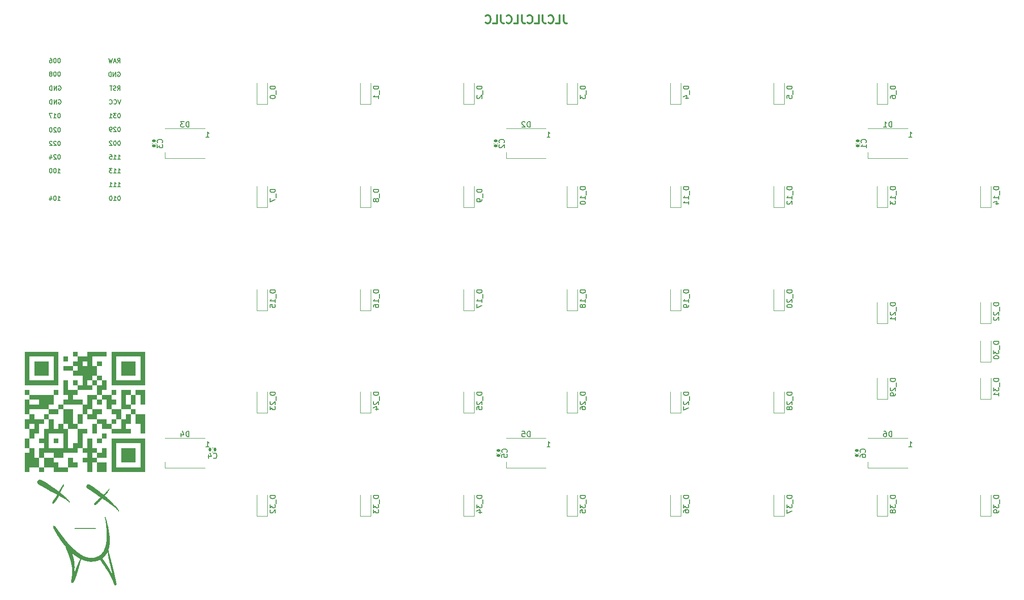
<source format=gbo>
G04 #@! TF.GenerationSoftware,KiCad,Pcbnew,(6.0.1)*
G04 #@! TF.CreationDate,2022-04-05T14:02:59+01:00*
G04 #@! TF.ProjectId,Keyboard Right Hand Side,4b657962-6f61-4726-9420-526967687420,rev?*
G04 #@! TF.SameCoordinates,Original*
G04 #@! TF.FileFunction,Legend,Bot*
G04 #@! TF.FilePolarity,Positive*
%FSLAX46Y46*%
G04 Gerber Fmt 4.6, Leading zero omitted, Abs format (unit mm)*
G04 Created by KiCad (PCBNEW (6.0.1)) date 2022-04-05 14:02:59*
%MOMM*%
%LPD*%
G01*
G04 APERTURE LIST*
G04 Aperture macros list*
%AMRoundRect*
0 Rectangle with rounded corners*
0 $1 Rounding radius*
0 $2 $3 $4 $5 $6 $7 $8 $9 X,Y pos of 4 corners*
0 Add a 4 corners polygon primitive as box body*
4,1,4,$2,$3,$4,$5,$6,$7,$8,$9,$2,$3,0*
0 Add four circle primitives for the rounded corners*
1,1,$1+$1,$2,$3*
1,1,$1+$1,$4,$5*
1,1,$1+$1,$6,$7*
1,1,$1+$1,$8,$9*
0 Add four rect primitives between the rounded corners*
20,1,$1+$1,$2,$3,$4,$5,0*
20,1,$1+$1,$4,$5,$6,$7,0*
20,1,$1+$1,$6,$7,$8,$9,0*
20,1,$1+$1,$8,$9,$2,$3,0*%
%AMHorizOval*
0 Thick line with rounded ends*
0 $1 width*
0 $2 $3 position (X,Y) of the first rounded end (center of the circle)*
0 $4 $5 position (X,Y) of the second rounded end (center of the circle)*
0 Add line between two ends*
20,1,$1,$2,$3,$4,$5,0*
0 Add two circle primitives to create the rounded ends*
1,1,$1,$2,$3*
1,1,$1,$4,$5*%
G04 Aperture macros list end*
%ADD10C,0.300000*%
%ADD11C,0.150000*%
%ADD12C,0.120000*%
%ADD13C,1.752600*%
%ADD14C,1.750000*%
%ADD15C,3.987800*%
%ADD16C,2.250000*%
%ADD17HorizOval,2.250000X0.655001X0.730000X-0.655001X-0.730000X0*%
%ADD18HorizOval,2.250000X0.020000X0.290000X-0.020000X-0.290000X0*%
%ADD19C,2.200000*%
%ADD20C,3.048000*%
%ADD21C,2.000000*%
%ADD22C,1.500000*%
%ADD23R,2.000000X2.000000*%
%ADD24R,3.200000X2.000000*%
%ADD25C,1.397000*%
%ADD26C,2.800000*%
%ADD27R,1.200000X0.900000*%
%ADD28RoundRect,0.140000X-0.140000X-0.170000X0.140000X-0.170000X0.140000X0.170000X-0.140000X0.170000X0*%
%ADD29R,1.500000X1.000000*%
%ADD30RoundRect,0.140000X0.170000X-0.140000X0.170000X0.140000X-0.170000X0.140000X-0.170000X-0.140000X0*%
G04 APERTURE END LIST*
D10*
X179013571Y-39818571D02*
X179013571Y-40890000D01*
X179085000Y-41104285D01*
X179227857Y-41247142D01*
X179442142Y-41318571D01*
X179585000Y-41318571D01*
X177585000Y-41318571D02*
X178299285Y-41318571D01*
X178299285Y-39818571D01*
X176227857Y-41175714D02*
X176299285Y-41247142D01*
X176513571Y-41318571D01*
X176656428Y-41318571D01*
X176870714Y-41247142D01*
X177013571Y-41104285D01*
X177085000Y-40961428D01*
X177156428Y-40675714D01*
X177156428Y-40461428D01*
X177085000Y-40175714D01*
X177013571Y-40032857D01*
X176870714Y-39890000D01*
X176656428Y-39818571D01*
X176513571Y-39818571D01*
X176299285Y-39890000D01*
X176227857Y-39961428D01*
X175156428Y-39818571D02*
X175156428Y-40890000D01*
X175227857Y-41104285D01*
X175370714Y-41247142D01*
X175585000Y-41318571D01*
X175727857Y-41318571D01*
X173727857Y-41318571D02*
X174442142Y-41318571D01*
X174442142Y-39818571D01*
X172370714Y-41175714D02*
X172442142Y-41247142D01*
X172656428Y-41318571D01*
X172799285Y-41318571D01*
X173013571Y-41247142D01*
X173156428Y-41104285D01*
X173227857Y-40961428D01*
X173299285Y-40675714D01*
X173299285Y-40461428D01*
X173227857Y-40175714D01*
X173156428Y-40032857D01*
X173013571Y-39890000D01*
X172799285Y-39818571D01*
X172656428Y-39818571D01*
X172442142Y-39890000D01*
X172370714Y-39961428D01*
X171299285Y-39818571D02*
X171299285Y-40890000D01*
X171370714Y-41104285D01*
X171513571Y-41247142D01*
X171727857Y-41318571D01*
X171870714Y-41318571D01*
X169870714Y-41318571D02*
X170585000Y-41318571D01*
X170585000Y-39818571D01*
X168513571Y-41175714D02*
X168585000Y-41247142D01*
X168799285Y-41318571D01*
X168942142Y-41318571D01*
X169156428Y-41247142D01*
X169299285Y-41104285D01*
X169370714Y-40961428D01*
X169442142Y-40675714D01*
X169442142Y-40461428D01*
X169370714Y-40175714D01*
X169299285Y-40032857D01*
X169156428Y-39890000D01*
X168942142Y-39818571D01*
X168799285Y-39818571D01*
X168585000Y-39890000D01*
X168513571Y-39961428D01*
X167442142Y-39818571D02*
X167442142Y-40890000D01*
X167513571Y-41104285D01*
X167656428Y-41247142D01*
X167870714Y-41318571D01*
X168013571Y-41318571D01*
X166013571Y-41318571D02*
X166727857Y-41318571D01*
X166727857Y-39818571D01*
X164656428Y-41175714D02*
X164727857Y-41247142D01*
X164942142Y-41318571D01*
X165085000Y-41318571D01*
X165299285Y-41247142D01*
X165442142Y-41104285D01*
X165513571Y-40961428D01*
X165585000Y-40675714D01*
X165585000Y-40461428D01*
X165513571Y-40175714D01*
X165442142Y-40032857D01*
X165299285Y-39890000D01*
X165085000Y-39818571D01*
X164942142Y-39818571D01*
X164727857Y-39890000D01*
X164656428Y-39961428D01*
D11*
X97114491Y-63036654D02*
X97038300Y-63036654D01*
X96962110Y-63074750D01*
X96924014Y-63112845D01*
X96885919Y-63189035D01*
X96847824Y-63341416D01*
X96847824Y-63531892D01*
X96885919Y-63684273D01*
X96924014Y-63760464D01*
X96962110Y-63798559D01*
X97038300Y-63836654D01*
X97114491Y-63836654D01*
X97190681Y-63798559D01*
X97228776Y-63760464D01*
X97266871Y-63684273D01*
X97304967Y-63531892D01*
X97304967Y-63341416D01*
X97266871Y-63189035D01*
X97228776Y-63112845D01*
X97190681Y-63074750D01*
X97114491Y-63036654D01*
X96352586Y-63036654D02*
X96276395Y-63036654D01*
X96200205Y-63074750D01*
X96162110Y-63112845D01*
X96124014Y-63189035D01*
X96085919Y-63341416D01*
X96085919Y-63531892D01*
X96124014Y-63684273D01*
X96162110Y-63760464D01*
X96200205Y-63798559D01*
X96276395Y-63836654D01*
X96352586Y-63836654D01*
X96428776Y-63798559D01*
X96466871Y-63760464D01*
X96504967Y-63684273D01*
X96543062Y-63531892D01*
X96543062Y-63341416D01*
X96504967Y-63189035D01*
X96466871Y-63112845D01*
X96428776Y-63074750D01*
X96352586Y-63036654D01*
X95781157Y-63112845D02*
X95743062Y-63074750D01*
X95666871Y-63036654D01*
X95476395Y-63036654D01*
X95400205Y-63074750D01*
X95362110Y-63112845D01*
X95324014Y-63189035D01*
X95324014Y-63265226D01*
X95362110Y-63379511D01*
X95819252Y-63836654D01*
X95324014Y-63836654D01*
X96803395Y-48596654D02*
X97070062Y-48215702D01*
X97260538Y-48596654D02*
X97260538Y-47796654D01*
X96955776Y-47796654D01*
X96879586Y-47834750D01*
X96841491Y-47872845D01*
X96803395Y-47949035D01*
X96803395Y-48063321D01*
X96841491Y-48139511D01*
X96879586Y-48177607D01*
X96955776Y-48215702D01*
X97260538Y-48215702D01*
X96498634Y-48368083D02*
X96117681Y-48368083D01*
X96574824Y-48596654D02*
X96308157Y-47796654D01*
X96041491Y-48596654D01*
X95851015Y-47796654D02*
X95660538Y-48596654D01*
X95508157Y-48025226D01*
X95355776Y-48596654D01*
X95165300Y-47796654D01*
X85773443Y-68916654D02*
X86230586Y-68916654D01*
X86002014Y-68916654D02*
X86002014Y-68116654D01*
X86078205Y-68230940D01*
X86154395Y-68307130D01*
X86230586Y-68345226D01*
X85278205Y-68116654D02*
X85202014Y-68116654D01*
X85125824Y-68154750D01*
X85087729Y-68192845D01*
X85049633Y-68269035D01*
X85011538Y-68421416D01*
X85011538Y-68611892D01*
X85049633Y-68764273D01*
X85087729Y-68840464D01*
X85125824Y-68878559D01*
X85202014Y-68916654D01*
X85278205Y-68916654D01*
X85354395Y-68878559D01*
X85392490Y-68840464D01*
X85430586Y-68764273D01*
X85468681Y-68611892D01*
X85468681Y-68421416D01*
X85430586Y-68269035D01*
X85392490Y-68192845D01*
X85354395Y-68154750D01*
X85278205Y-68116654D01*
X84516300Y-68116654D02*
X84440110Y-68116654D01*
X84363919Y-68154750D01*
X84325824Y-68192845D01*
X84287729Y-68269035D01*
X84249633Y-68421416D01*
X84249633Y-68611892D01*
X84287729Y-68764273D01*
X84325824Y-68840464D01*
X84363919Y-68878559D01*
X84440110Y-68916654D01*
X84516300Y-68916654D01*
X84592490Y-68878559D01*
X84630586Y-68840464D01*
X84668681Y-68764273D01*
X84706776Y-68611892D01*
X84706776Y-68421416D01*
X84668681Y-68269035D01*
X84630586Y-68192845D01*
X84592490Y-68154750D01*
X84516300Y-68116654D01*
X85925823Y-52914750D02*
X86002014Y-52876654D01*
X86116300Y-52876654D01*
X86230585Y-52914750D01*
X86306776Y-52990940D01*
X86344871Y-53067130D01*
X86382966Y-53219511D01*
X86382966Y-53333797D01*
X86344871Y-53486178D01*
X86306776Y-53562369D01*
X86230585Y-53638559D01*
X86116300Y-53676654D01*
X86040109Y-53676654D01*
X85925823Y-53638559D01*
X85887728Y-53600464D01*
X85887728Y-53333797D01*
X86040109Y-53333797D01*
X85544871Y-53676654D02*
X85544871Y-52876654D01*
X85087728Y-53676654D01*
X85087728Y-52876654D01*
X84706776Y-53676654D02*
X84706776Y-52876654D01*
X84516300Y-52876654D01*
X84402014Y-52914750D01*
X84325823Y-52990940D01*
X84287728Y-53067130D01*
X84249633Y-53219511D01*
X84249633Y-53333797D01*
X84287728Y-53486178D01*
X84325823Y-53562369D01*
X84402014Y-53638559D01*
X84516300Y-53676654D01*
X84706776Y-53676654D01*
X86040110Y-57956654D02*
X85963919Y-57956654D01*
X85887729Y-57994750D01*
X85849633Y-58032845D01*
X85811538Y-58109035D01*
X85773443Y-58261416D01*
X85773443Y-58451892D01*
X85811538Y-58604273D01*
X85849633Y-58680464D01*
X85887729Y-58718559D01*
X85963919Y-58756654D01*
X86040110Y-58756654D01*
X86116300Y-58718559D01*
X86154395Y-58680464D01*
X86192490Y-58604273D01*
X86230586Y-58451892D01*
X86230586Y-58261416D01*
X86192490Y-58109035D01*
X86154395Y-58032845D01*
X86116300Y-57994750D01*
X86040110Y-57956654D01*
X85011538Y-58756654D02*
X85468681Y-58756654D01*
X85240110Y-58756654D02*
X85240110Y-57956654D01*
X85316300Y-58070940D01*
X85392490Y-58147130D01*
X85468681Y-58185226D01*
X84744871Y-57956654D02*
X84211538Y-57956654D01*
X84554395Y-58756654D01*
X96847824Y-66376654D02*
X97304967Y-66376654D01*
X97076395Y-66376654D02*
X97076395Y-65576654D01*
X97152586Y-65690940D01*
X97228776Y-65767130D01*
X97304967Y-65805226D01*
X96085919Y-66376654D02*
X96543062Y-66376654D01*
X96314491Y-66376654D02*
X96314491Y-65576654D01*
X96390681Y-65690940D01*
X96466871Y-65767130D01*
X96543062Y-65805226D01*
X95362110Y-65576654D02*
X95743062Y-65576654D01*
X95781157Y-65957607D01*
X95743062Y-65919511D01*
X95666871Y-65881416D01*
X95476395Y-65881416D01*
X95400205Y-65919511D01*
X95362110Y-65957607D01*
X95324014Y-66033797D01*
X95324014Y-66224273D01*
X95362110Y-66300464D01*
X95400205Y-66338559D01*
X95476395Y-66376654D01*
X95666871Y-66376654D01*
X95743062Y-66338559D01*
X95781157Y-66300464D01*
X97114491Y-60496654D02*
X97038300Y-60496654D01*
X96962110Y-60534750D01*
X96924014Y-60572845D01*
X96885919Y-60649035D01*
X96847824Y-60801416D01*
X96847824Y-60991892D01*
X96885919Y-61144273D01*
X96924014Y-61220464D01*
X96962110Y-61258559D01*
X97038300Y-61296654D01*
X97114491Y-61296654D01*
X97190681Y-61258559D01*
X97228776Y-61220464D01*
X97266871Y-61144273D01*
X97304967Y-60991892D01*
X97304967Y-60801416D01*
X97266871Y-60649035D01*
X97228776Y-60572845D01*
X97190681Y-60534750D01*
X97114491Y-60496654D01*
X96543062Y-60572845D02*
X96504967Y-60534750D01*
X96428776Y-60496654D01*
X96238300Y-60496654D01*
X96162110Y-60534750D01*
X96124014Y-60572845D01*
X96085919Y-60649035D01*
X96085919Y-60725226D01*
X96124014Y-60839511D01*
X96581157Y-61296654D01*
X96085919Y-61296654D01*
X95704967Y-61296654D02*
X95552586Y-61296654D01*
X95476395Y-61258559D01*
X95438300Y-61220464D01*
X95362110Y-61106178D01*
X95324014Y-60953797D01*
X95324014Y-60649035D01*
X95362110Y-60572845D01*
X95400205Y-60534750D01*
X95476395Y-60496654D01*
X95628776Y-60496654D01*
X95704967Y-60534750D01*
X95743062Y-60572845D01*
X95781157Y-60649035D01*
X95781157Y-60839511D01*
X95743062Y-60915702D01*
X95704967Y-60953797D01*
X95628776Y-60991892D01*
X95476395Y-60991892D01*
X95400205Y-60953797D01*
X95362110Y-60915702D01*
X95324014Y-60839511D01*
X86040110Y-47796654D02*
X85963919Y-47796654D01*
X85887729Y-47834750D01*
X85849633Y-47872845D01*
X85811538Y-47949035D01*
X85773443Y-48101416D01*
X85773443Y-48291892D01*
X85811538Y-48444273D01*
X85849633Y-48520464D01*
X85887729Y-48558559D01*
X85963919Y-48596654D01*
X86040110Y-48596654D01*
X86116300Y-48558559D01*
X86154395Y-48520464D01*
X86192490Y-48444273D01*
X86230586Y-48291892D01*
X86230586Y-48101416D01*
X86192490Y-47949035D01*
X86154395Y-47872845D01*
X86116300Y-47834750D01*
X86040110Y-47796654D01*
X85278205Y-47796654D02*
X85202014Y-47796654D01*
X85125824Y-47834750D01*
X85087729Y-47872845D01*
X85049633Y-47949035D01*
X85011538Y-48101416D01*
X85011538Y-48291892D01*
X85049633Y-48444273D01*
X85087729Y-48520464D01*
X85125824Y-48558559D01*
X85202014Y-48596654D01*
X85278205Y-48596654D01*
X85354395Y-48558559D01*
X85392490Y-48520464D01*
X85430586Y-48444273D01*
X85468681Y-48291892D01*
X85468681Y-48101416D01*
X85430586Y-47949035D01*
X85392490Y-47872845D01*
X85354395Y-47834750D01*
X85278205Y-47796654D01*
X84325824Y-47796654D02*
X84478205Y-47796654D01*
X84554395Y-47834750D01*
X84592490Y-47872845D01*
X84668681Y-47987130D01*
X84706776Y-48139511D01*
X84706776Y-48444273D01*
X84668681Y-48520464D01*
X84630586Y-48558559D01*
X84554395Y-48596654D01*
X84402014Y-48596654D01*
X84325824Y-48558559D01*
X84287729Y-48520464D01*
X84249633Y-48444273D01*
X84249633Y-48253797D01*
X84287729Y-48177607D01*
X84325824Y-48139511D01*
X84402014Y-48101416D01*
X84554395Y-48101416D01*
X84630586Y-48139511D01*
X84668681Y-48177607D01*
X84706776Y-48253797D01*
X97114491Y-73196654D02*
X97038300Y-73196654D01*
X96962110Y-73234750D01*
X96924014Y-73272845D01*
X96885919Y-73349035D01*
X96847824Y-73501416D01*
X96847824Y-73691892D01*
X96885919Y-73844273D01*
X96924014Y-73920464D01*
X96962110Y-73958559D01*
X97038300Y-73996654D01*
X97114491Y-73996654D01*
X97190681Y-73958559D01*
X97228776Y-73920464D01*
X97266871Y-73844273D01*
X97304967Y-73691892D01*
X97304967Y-73501416D01*
X97266871Y-73349035D01*
X97228776Y-73272845D01*
X97190681Y-73234750D01*
X97114491Y-73196654D01*
X96085919Y-73996654D02*
X96543062Y-73996654D01*
X96314491Y-73996654D02*
X96314491Y-73196654D01*
X96390681Y-73310940D01*
X96466871Y-73387130D01*
X96543062Y-73425226D01*
X95590681Y-73196654D02*
X95514491Y-73196654D01*
X95438300Y-73234750D01*
X95400205Y-73272845D01*
X95362110Y-73349035D01*
X95324014Y-73501416D01*
X95324014Y-73691892D01*
X95362110Y-73844273D01*
X95400205Y-73920464D01*
X95438300Y-73958559D01*
X95514491Y-73996654D01*
X95590681Y-73996654D01*
X95666871Y-73958559D01*
X95704967Y-73920464D01*
X95743062Y-73844273D01*
X95781157Y-73691892D01*
X95781157Y-73501416D01*
X95743062Y-73349035D01*
X95704967Y-73272845D01*
X95666871Y-73234750D01*
X95590681Y-73196654D01*
X97381157Y-55416654D02*
X97114491Y-56216654D01*
X96847824Y-55416654D01*
X96124014Y-56140464D02*
X96162110Y-56178559D01*
X96276395Y-56216654D01*
X96352586Y-56216654D01*
X96466871Y-56178559D01*
X96543062Y-56102369D01*
X96581157Y-56026178D01*
X96619252Y-55873797D01*
X96619252Y-55759511D01*
X96581157Y-55607130D01*
X96543062Y-55530940D01*
X96466871Y-55454750D01*
X96352586Y-55416654D01*
X96276395Y-55416654D01*
X96162110Y-55454750D01*
X96124014Y-55492845D01*
X95324014Y-56140464D02*
X95362110Y-56178559D01*
X95476395Y-56216654D01*
X95552586Y-56216654D01*
X95666871Y-56178559D01*
X95743062Y-56102369D01*
X95781157Y-56026178D01*
X95819252Y-55873797D01*
X95819252Y-55759511D01*
X95781157Y-55607130D01*
X95743062Y-55530940D01*
X95666871Y-55454750D01*
X95552586Y-55416654D01*
X95476395Y-55416654D01*
X95362110Y-55454750D01*
X95324014Y-55492845D01*
X86040110Y-60566654D02*
X85963919Y-60566654D01*
X85887729Y-60604750D01*
X85849633Y-60642845D01*
X85811538Y-60719035D01*
X85773443Y-60871416D01*
X85773443Y-61061892D01*
X85811538Y-61214273D01*
X85849633Y-61290464D01*
X85887729Y-61328559D01*
X85963919Y-61366654D01*
X86040110Y-61366654D01*
X86116300Y-61328559D01*
X86154395Y-61290464D01*
X86192490Y-61214273D01*
X86230586Y-61061892D01*
X86230586Y-60871416D01*
X86192490Y-60719035D01*
X86154395Y-60642845D01*
X86116300Y-60604750D01*
X86040110Y-60566654D01*
X85468681Y-60642845D02*
X85430586Y-60604750D01*
X85354395Y-60566654D01*
X85163919Y-60566654D01*
X85087729Y-60604750D01*
X85049633Y-60642845D01*
X85011538Y-60719035D01*
X85011538Y-60795226D01*
X85049633Y-60909511D01*
X85506776Y-61366654D01*
X85011538Y-61366654D01*
X84516300Y-60566654D02*
X84440110Y-60566654D01*
X84363919Y-60604750D01*
X84325824Y-60642845D01*
X84287729Y-60719035D01*
X84249633Y-60871416D01*
X84249633Y-61061892D01*
X84287729Y-61214273D01*
X84325824Y-61290464D01*
X84363919Y-61328559D01*
X84440110Y-61366654D01*
X84516300Y-61366654D01*
X84592490Y-61328559D01*
X84630586Y-61290464D01*
X84668681Y-61214273D01*
X84706776Y-61061892D01*
X84706776Y-60871416D01*
X84668681Y-60719035D01*
X84630586Y-60642845D01*
X84592490Y-60604750D01*
X84516300Y-60566654D01*
X86040110Y-63066654D02*
X85963919Y-63066654D01*
X85887729Y-63104750D01*
X85849633Y-63142845D01*
X85811538Y-63219035D01*
X85773443Y-63371416D01*
X85773443Y-63561892D01*
X85811538Y-63714273D01*
X85849633Y-63790464D01*
X85887729Y-63828559D01*
X85963919Y-63866654D01*
X86040110Y-63866654D01*
X86116300Y-63828559D01*
X86154395Y-63790464D01*
X86192490Y-63714273D01*
X86230586Y-63561892D01*
X86230586Y-63371416D01*
X86192490Y-63219035D01*
X86154395Y-63142845D01*
X86116300Y-63104750D01*
X86040110Y-63066654D01*
X85468681Y-63142845D02*
X85430586Y-63104750D01*
X85354395Y-63066654D01*
X85163919Y-63066654D01*
X85087729Y-63104750D01*
X85049633Y-63142845D01*
X85011538Y-63219035D01*
X85011538Y-63295226D01*
X85049633Y-63409511D01*
X85506776Y-63866654D01*
X85011538Y-63866654D01*
X84706776Y-63142845D02*
X84668681Y-63104750D01*
X84592490Y-63066654D01*
X84402014Y-63066654D01*
X84325824Y-63104750D01*
X84287729Y-63142845D01*
X84249633Y-63219035D01*
X84249633Y-63295226D01*
X84287729Y-63409511D01*
X84744871Y-63866654D01*
X84249633Y-63866654D01*
X85925823Y-55454750D02*
X86002014Y-55416654D01*
X86116300Y-55416654D01*
X86230585Y-55454750D01*
X86306776Y-55530940D01*
X86344871Y-55607130D01*
X86382966Y-55759511D01*
X86382966Y-55873797D01*
X86344871Y-56026178D01*
X86306776Y-56102369D01*
X86230585Y-56178559D01*
X86116300Y-56216654D01*
X86040109Y-56216654D01*
X85925823Y-56178559D01*
X85887728Y-56140464D01*
X85887728Y-55873797D01*
X86040109Y-55873797D01*
X85544871Y-56216654D02*
X85544871Y-55416654D01*
X85087728Y-56216654D01*
X85087728Y-55416654D01*
X84706776Y-56216654D02*
X84706776Y-55416654D01*
X84516300Y-55416654D01*
X84402014Y-55454750D01*
X84325823Y-55530940D01*
X84287728Y-55607130D01*
X84249633Y-55759511D01*
X84249633Y-55873797D01*
X84287728Y-56026178D01*
X84325823Y-56102369D01*
X84402014Y-56178559D01*
X84516300Y-56216654D01*
X84706776Y-56216654D01*
X96841490Y-50374750D02*
X96917681Y-50336654D01*
X97031967Y-50336654D01*
X97146252Y-50374750D01*
X97222443Y-50450940D01*
X97260538Y-50527130D01*
X97298633Y-50679511D01*
X97298633Y-50793797D01*
X97260538Y-50946178D01*
X97222443Y-51022369D01*
X97146252Y-51098559D01*
X97031967Y-51136654D01*
X96955776Y-51136654D01*
X96841490Y-51098559D01*
X96803395Y-51060464D01*
X96803395Y-50793797D01*
X96955776Y-50793797D01*
X96460538Y-51136654D02*
X96460538Y-50336654D01*
X96003395Y-51136654D01*
X96003395Y-50336654D01*
X95622443Y-51136654D02*
X95622443Y-50336654D01*
X95431967Y-50336654D01*
X95317681Y-50374750D01*
X95241490Y-50450940D01*
X95203395Y-50527130D01*
X95165300Y-50679511D01*
X95165300Y-50793797D01*
X95203395Y-50946178D01*
X95241490Y-51022369D01*
X95317681Y-51098559D01*
X95431967Y-51136654D01*
X95622443Y-51136654D01*
X96847824Y-71456654D02*
X97304967Y-71456654D01*
X97076395Y-71456654D02*
X97076395Y-70656654D01*
X97152586Y-70770940D01*
X97228776Y-70847130D01*
X97304967Y-70885226D01*
X96085919Y-71456654D02*
X96543062Y-71456654D01*
X96314491Y-71456654D02*
X96314491Y-70656654D01*
X96390681Y-70770940D01*
X96466871Y-70847130D01*
X96543062Y-70885226D01*
X95324014Y-71456654D02*
X95781157Y-71456654D01*
X95552586Y-71456654D02*
X95552586Y-70656654D01*
X95628776Y-70770940D01*
X95704967Y-70847130D01*
X95781157Y-70885226D01*
X86040110Y-65566654D02*
X85963919Y-65566654D01*
X85887729Y-65604750D01*
X85849633Y-65642845D01*
X85811538Y-65719035D01*
X85773443Y-65871416D01*
X85773443Y-66061892D01*
X85811538Y-66214273D01*
X85849633Y-66290464D01*
X85887729Y-66328559D01*
X85963919Y-66366654D01*
X86040110Y-66366654D01*
X86116300Y-66328559D01*
X86154395Y-66290464D01*
X86192490Y-66214273D01*
X86230586Y-66061892D01*
X86230586Y-65871416D01*
X86192490Y-65719035D01*
X86154395Y-65642845D01*
X86116300Y-65604750D01*
X86040110Y-65566654D01*
X85468681Y-65642845D02*
X85430586Y-65604750D01*
X85354395Y-65566654D01*
X85163919Y-65566654D01*
X85087729Y-65604750D01*
X85049633Y-65642845D01*
X85011538Y-65719035D01*
X85011538Y-65795226D01*
X85049633Y-65909511D01*
X85506776Y-66366654D01*
X85011538Y-66366654D01*
X84325824Y-65833321D02*
X84325824Y-66366654D01*
X84516300Y-65528559D02*
X84706776Y-66099988D01*
X84211538Y-66099988D01*
X96803395Y-53676654D02*
X97070061Y-53295702D01*
X97260538Y-53676654D02*
X97260538Y-52876654D01*
X96955776Y-52876654D01*
X96879585Y-52914750D01*
X96841490Y-52952845D01*
X96803395Y-53029035D01*
X96803395Y-53143321D01*
X96841490Y-53219511D01*
X96879585Y-53257607D01*
X96955776Y-53295702D01*
X97260538Y-53295702D01*
X96498633Y-53638559D02*
X96384347Y-53676654D01*
X96193871Y-53676654D01*
X96117680Y-53638559D01*
X96079585Y-53600464D01*
X96041490Y-53524273D01*
X96041490Y-53448083D01*
X96079585Y-53371892D01*
X96117680Y-53333797D01*
X96193871Y-53295702D01*
X96346252Y-53257607D01*
X96422442Y-53219511D01*
X96460538Y-53181416D01*
X96498633Y-53105226D01*
X96498633Y-53029035D01*
X96460538Y-52952845D01*
X96422442Y-52914750D01*
X96346252Y-52876654D01*
X96155776Y-52876654D01*
X96041490Y-52914750D01*
X95812919Y-52876654D02*
X95355776Y-52876654D01*
X95584347Y-53676654D02*
X95584347Y-52876654D01*
X97114491Y-57956654D02*
X97038300Y-57956654D01*
X96962110Y-57994750D01*
X96924014Y-58032845D01*
X96885919Y-58109035D01*
X96847824Y-58261416D01*
X96847824Y-58451892D01*
X96885919Y-58604273D01*
X96924014Y-58680464D01*
X96962110Y-58718559D01*
X97038300Y-58756654D01*
X97114491Y-58756654D01*
X97190681Y-58718559D01*
X97228776Y-58680464D01*
X97266871Y-58604273D01*
X97304967Y-58451892D01*
X97304967Y-58261416D01*
X97266871Y-58109035D01*
X97228776Y-58032845D01*
X97190681Y-57994750D01*
X97114491Y-57956654D01*
X96581157Y-57956654D02*
X96085919Y-57956654D01*
X96352586Y-58261416D01*
X96238300Y-58261416D01*
X96162110Y-58299511D01*
X96124014Y-58337607D01*
X96085919Y-58413797D01*
X96085919Y-58604273D01*
X96124014Y-58680464D01*
X96162110Y-58718559D01*
X96238300Y-58756654D01*
X96466871Y-58756654D01*
X96543062Y-58718559D01*
X96581157Y-58680464D01*
X95324014Y-58756654D02*
X95781157Y-58756654D01*
X95552586Y-58756654D02*
X95552586Y-57956654D01*
X95628776Y-58070940D01*
X95704967Y-58147130D01*
X95781157Y-58185226D01*
X96847824Y-68916654D02*
X97304967Y-68916654D01*
X97076395Y-68916654D02*
X97076395Y-68116654D01*
X97152586Y-68230940D01*
X97228776Y-68307130D01*
X97304967Y-68345226D01*
X96085919Y-68916654D02*
X96543062Y-68916654D01*
X96314491Y-68916654D02*
X96314491Y-68116654D01*
X96390681Y-68230940D01*
X96466871Y-68307130D01*
X96543062Y-68345226D01*
X95819252Y-68116654D02*
X95324014Y-68116654D01*
X95590681Y-68421416D01*
X95476395Y-68421416D01*
X95400205Y-68459511D01*
X95362110Y-68497607D01*
X95324014Y-68573797D01*
X95324014Y-68764273D01*
X95362110Y-68840464D01*
X95400205Y-68878559D01*
X95476395Y-68916654D01*
X95704967Y-68916654D01*
X95781157Y-68878559D01*
X95819252Y-68840464D01*
X86040110Y-50266654D02*
X85963919Y-50266654D01*
X85887729Y-50304750D01*
X85849633Y-50342845D01*
X85811538Y-50419035D01*
X85773443Y-50571416D01*
X85773443Y-50761892D01*
X85811538Y-50914273D01*
X85849633Y-50990464D01*
X85887729Y-51028559D01*
X85963919Y-51066654D01*
X86040110Y-51066654D01*
X86116300Y-51028559D01*
X86154395Y-50990464D01*
X86192490Y-50914273D01*
X86230586Y-50761892D01*
X86230586Y-50571416D01*
X86192490Y-50419035D01*
X86154395Y-50342845D01*
X86116300Y-50304750D01*
X86040110Y-50266654D01*
X85278205Y-50266654D02*
X85202014Y-50266654D01*
X85125824Y-50304750D01*
X85087729Y-50342845D01*
X85049633Y-50419035D01*
X85011538Y-50571416D01*
X85011538Y-50761892D01*
X85049633Y-50914273D01*
X85087729Y-50990464D01*
X85125824Y-51028559D01*
X85202014Y-51066654D01*
X85278205Y-51066654D01*
X85354395Y-51028559D01*
X85392490Y-50990464D01*
X85430586Y-50914273D01*
X85468681Y-50761892D01*
X85468681Y-50571416D01*
X85430586Y-50419035D01*
X85392490Y-50342845D01*
X85354395Y-50304750D01*
X85278205Y-50266654D01*
X84554395Y-50609511D02*
X84630586Y-50571416D01*
X84668681Y-50533321D01*
X84706776Y-50457130D01*
X84706776Y-50419035D01*
X84668681Y-50342845D01*
X84630586Y-50304750D01*
X84554395Y-50266654D01*
X84402014Y-50266654D01*
X84325824Y-50304750D01*
X84287729Y-50342845D01*
X84249633Y-50419035D01*
X84249633Y-50457130D01*
X84287729Y-50533321D01*
X84325824Y-50571416D01*
X84402014Y-50609511D01*
X84554395Y-50609511D01*
X84630586Y-50647607D01*
X84668681Y-50685702D01*
X84706776Y-50761892D01*
X84706776Y-50914273D01*
X84668681Y-50990464D01*
X84630586Y-51028559D01*
X84554395Y-51066654D01*
X84402014Y-51066654D01*
X84325824Y-51028559D01*
X84287729Y-50990464D01*
X84249633Y-50914273D01*
X84249633Y-50761892D01*
X84287729Y-50685702D01*
X84325824Y-50647607D01*
X84402014Y-50609511D01*
X85773443Y-73996654D02*
X86230586Y-73996654D01*
X86002014Y-73996654D02*
X86002014Y-73196654D01*
X86078205Y-73310940D01*
X86154395Y-73387130D01*
X86230586Y-73425226D01*
X85278205Y-73196654D02*
X85202014Y-73196654D01*
X85125824Y-73234750D01*
X85087729Y-73272845D01*
X85049633Y-73349035D01*
X85011538Y-73501416D01*
X85011538Y-73691892D01*
X85049633Y-73844273D01*
X85087729Y-73920464D01*
X85125824Y-73958559D01*
X85202014Y-73996654D01*
X85278205Y-73996654D01*
X85354395Y-73958559D01*
X85392490Y-73920464D01*
X85430586Y-73844273D01*
X85468681Y-73691892D01*
X85468681Y-73501416D01*
X85430586Y-73349035D01*
X85392490Y-73272845D01*
X85354395Y-73234750D01*
X85278205Y-73196654D01*
X84325824Y-73463321D02*
X84325824Y-73996654D01*
X84516300Y-73158559D02*
X84706776Y-73729988D01*
X84211538Y-73729988D01*
X92709761Y-134547057D02*
X88900238Y-134547057D01*
X240184680Y-71479561D02*
X239184680Y-71479561D01*
X239184680Y-71717657D01*
X239232300Y-71860514D01*
X239327538Y-71955752D01*
X239422776Y-72003371D01*
X239613252Y-72050990D01*
X239756109Y-72050990D01*
X239946585Y-72003371D01*
X240041823Y-71955752D01*
X240137061Y-71860514D01*
X240184680Y-71717657D01*
X240184680Y-71479561D01*
X240279919Y-72241466D02*
X240279919Y-73003371D01*
X240184680Y-73765276D02*
X240184680Y-73193847D01*
X240184680Y-73479561D02*
X239184680Y-73479561D01*
X239327538Y-73384323D01*
X239422776Y-73289085D01*
X239470395Y-73193847D01*
X239184680Y-74098609D02*
X239184680Y-74717657D01*
X239565633Y-74384323D01*
X239565633Y-74527180D01*
X239613252Y-74622419D01*
X239660871Y-74670038D01*
X239756109Y-74717657D01*
X239994204Y-74717657D01*
X240089442Y-74670038D01*
X240137061Y-74622419D01*
X240184680Y-74527180D01*
X240184680Y-74241466D01*
X240137061Y-74146228D01*
X240089442Y-74098609D01*
X202084680Y-52905752D02*
X201084680Y-52905752D01*
X201084680Y-53143847D01*
X201132300Y-53286704D01*
X201227538Y-53381942D01*
X201322776Y-53429561D01*
X201513252Y-53477180D01*
X201656109Y-53477180D01*
X201846585Y-53429561D01*
X201941823Y-53381942D01*
X202037061Y-53286704D01*
X202084680Y-53143847D01*
X202084680Y-52905752D01*
X202179919Y-53667657D02*
X202179919Y-54429561D01*
X201418014Y-55096228D02*
X202084680Y-55096228D01*
X201037061Y-54858133D02*
X201751347Y-54620038D01*
X201751347Y-55239085D01*
X202084680Y-109402761D02*
X201084680Y-109402761D01*
X201084680Y-109640857D01*
X201132300Y-109783714D01*
X201227538Y-109878952D01*
X201322776Y-109926571D01*
X201513252Y-109974190D01*
X201656109Y-109974190D01*
X201846585Y-109926571D01*
X201941823Y-109878952D01*
X202037061Y-109783714D01*
X202084680Y-109640857D01*
X202084680Y-109402761D01*
X202179919Y-110164666D02*
X202179919Y-110926571D01*
X201179919Y-111117047D02*
X201132300Y-111164666D01*
X201084680Y-111259904D01*
X201084680Y-111498000D01*
X201132300Y-111593238D01*
X201179919Y-111640857D01*
X201275157Y-111688476D01*
X201370395Y-111688476D01*
X201513252Y-111640857D01*
X202084680Y-111069428D01*
X202084680Y-111688476D01*
X201084680Y-112021809D02*
X201084680Y-112688476D01*
X202084680Y-112259904D01*
X114466666Y-121532142D02*
X114514285Y-121579761D01*
X114657142Y-121627380D01*
X114752380Y-121627380D01*
X114895238Y-121579761D01*
X114990476Y-121484523D01*
X115038095Y-121389285D01*
X115085714Y-121198809D01*
X115085714Y-121055952D01*
X115038095Y-120865476D01*
X114990476Y-120770238D01*
X114895238Y-120675000D01*
X114752380Y-120627380D01*
X114657142Y-120627380D01*
X114514285Y-120675000D01*
X114466666Y-120722619D01*
X113609523Y-120960714D02*
X113609523Y-121627380D01*
X113847619Y-120579761D02*
X114085714Y-121294047D01*
X113466666Y-121294047D01*
X172823095Y-60452380D02*
X172823095Y-59452380D01*
X172585000Y-59452380D01*
X172442142Y-59500000D01*
X172346904Y-59595238D01*
X172299285Y-59690476D01*
X172251666Y-59880952D01*
X172251666Y-60023809D01*
X172299285Y-60214285D01*
X172346904Y-60309523D01*
X172442142Y-60404761D01*
X172585000Y-60452380D01*
X172823095Y-60452380D01*
X171870714Y-59547619D02*
X171823095Y-59500000D01*
X171727857Y-59452380D01*
X171489761Y-59452380D01*
X171394523Y-59500000D01*
X171346904Y-59547619D01*
X171299285Y-59642857D01*
X171299285Y-59738095D01*
X171346904Y-59880952D01*
X171918333Y-60452380D01*
X171299285Y-60452380D01*
X175949285Y-62352380D02*
X176520714Y-62352380D01*
X176235000Y-62352380D02*
X176235000Y-61352380D01*
X176330238Y-61495238D01*
X176425476Y-61590476D01*
X176520714Y-61638095D01*
X183034680Y-52905752D02*
X182034680Y-52905752D01*
X182034680Y-53143847D01*
X182082300Y-53286704D01*
X182177538Y-53381942D01*
X182272776Y-53429561D01*
X182463252Y-53477180D01*
X182606109Y-53477180D01*
X182796585Y-53429561D01*
X182891823Y-53381942D01*
X182987061Y-53286704D01*
X183034680Y-53143847D01*
X183034680Y-52905752D01*
X183129919Y-53667657D02*
X183129919Y-54429561D01*
X182034680Y-54572419D02*
X182034680Y-55191466D01*
X182415633Y-54858133D01*
X182415633Y-55000990D01*
X182463252Y-55096228D01*
X182510871Y-55143847D01*
X182606109Y-55191466D01*
X182844204Y-55191466D01*
X182939442Y-55143847D01*
X182987061Y-55096228D01*
X183034680Y-55000990D01*
X183034680Y-54715276D01*
X182987061Y-54620038D01*
X182939442Y-54572419D01*
X259234680Y-92892761D02*
X258234680Y-92892761D01*
X258234680Y-93130857D01*
X258282300Y-93273714D01*
X258377538Y-93368952D01*
X258472776Y-93416571D01*
X258663252Y-93464190D01*
X258806109Y-93464190D01*
X258996585Y-93416571D01*
X259091823Y-93368952D01*
X259187061Y-93273714D01*
X259234680Y-93130857D01*
X259234680Y-92892761D01*
X259329919Y-93654666D02*
X259329919Y-94416571D01*
X258329919Y-94607047D02*
X258282300Y-94654666D01*
X258234680Y-94749904D01*
X258234680Y-94988000D01*
X258282300Y-95083238D01*
X258329919Y-95130857D01*
X258425157Y-95178476D01*
X258520395Y-95178476D01*
X258663252Y-95130857D01*
X259234680Y-94559428D01*
X259234680Y-95178476D01*
X258329919Y-95559428D02*
X258282300Y-95607047D01*
X258234680Y-95702285D01*
X258234680Y-95940380D01*
X258282300Y-96035619D01*
X258329919Y-96083238D01*
X258425157Y-96130857D01*
X258520395Y-96130857D01*
X258663252Y-96083238D01*
X259234680Y-95511809D01*
X259234680Y-96130857D01*
X163984680Y-109402761D02*
X162984680Y-109402761D01*
X162984680Y-109640857D01*
X163032300Y-109783714D01*
X163127538Y-109878952D01*
X163222776Y-109926571D01*
X163413252Y-109974190D01*
X163556109Y-109974190D01*
X163746585Y-109926571D01*
X163841823Y-109878952D01*
X163937061Y-109783714D01*
X163984680Y-109640857D01*
X163984680Y-109402761D01*
X164079919Y-110164666D02*
X164079919Y-110926571D01*
X163079919Y-111117047D02*
X163032300Y-111164666D01*
X162984680Y-111259904D01*
X162984680Y-111498000D01*
X163032300Y-111593238D01*
X163079919Y-111640857D01*
X163175157Y-111688476D01*
X163270395Y-111688476D01*
X163413252Y-111640857D01*
X163984680Y-111069428D01*
X163984680Y-111688476D01*
X162984680Y-112593238D02*
X162984680Y-112117047D01*
X163460871Y-112069428D01*
X163413252Y-112117047D01*
X163365633Y-112212285D01*
X163365633Y-112450380D01*
X163413252Y-112545619D01*
X163460871Y-112593238D01*
X163556109Y-112640857D01*
X163794204Y-112640857D01*
X163889442Y-112593238D01*
X163937061Y-112545619D01*
X163984680Y-112450380D01*
X163984680Y-112212285D01*
X163937061Y-112117047D01*
X163889442Y-112069428D01*
X239498095Y-117602380D02*
X239498095Y-116602380D01*
X239260000Y-116602380D01*
X239117142Y-116650000D01*
X239021904Y-116745238D01*
X238974285Y-116840476D01*
X238926666Y-117030952D01*
X238926666Y-117173809D01*
X238974285Y-117364285D01*
X239021904Y-117459523D01*
X239117142Y-117554761D01*
X239260000Y-117602380D01*
X239498095Y-117602380D01*
X238069523Y-116602380D02*
X238260000Y-116602380D01*
X238355238Y-116650000D01*
X238402857Y-116697619D01*
X238498095Y-116840476D01*
X238545714Y-117030952D01*
X238545714Y-117411904D01*
X238498095Y-117507142D01*
X238450476Y-117554761D01*
X238355238Y-117602380D01*
X238164761Y-117602380D01*
X238069523Y-117554761D01*
X238021904Y-117507142D01*
X237974285Y-117411904D01*
X237974285Y-117173809D01*
X238021904Y-117078571D01*
X238069523Y-117030952D01*
X238164761Y-116983333D01*
X238355238Y-116983333D01*
X238450476Y-117030952D01*
X238498095Y-117078571D01*
X238545714Y-117173809D01*
X242624285Y-119502380D02*
X243195714Y-119502380D01*
X242910000Y-119502380D02*
X242910000Y-118502380D01*
X243005238Y-118645238D01*
X243100476Y-118740476D01*
X243195714Y-118788095D01*
X163984680Y-52905752D02*
X162984680Y-52905752D01*
X162984680Y-53143847D01*
X163032300Y-53286704D01*
X163127538Y-53381942D01*
X163222776Y-53429561D01*
X163413252Y-53477180D01*
X163556109Y-53477180D01*
X163746585Y-53429561D01*
X163841823Y-53381942D01*
X163937061Y-53286704D01*
X163984680Y-53143847D01*
X163984680Y-52905752D01*
X164079919Y-53667657D02*
X164079919Y-54429561D01*
X163079919Y-54620038D02*
X163032300Y-54667657D01*
X162984680Y-54762895D01*
X162984680Y-55000990D01*
X163032300Y-55096228D01*
X163079919Y-55143847D01*
X163175157Y-55191466D01*
X163270395Y-55191466D01*
X163413252Y-55143847D01*
X163984680Y-54572419D01*
X163984680Y-55191466D01*
X240184680Y-52905752D02*
X239184680Y-52905752D01*
X239184680Y-53143847D01*
X239232300Y-53286704D01*
X239327538Y-53381942D01*
X239422776Y-53429561D01*
X239613252Y-53477180D01*
X239756109Y-53477180D01*
X239946585Y-53429561D01*
X240041823Y-53381942D01*
X240137061Y-53286704D01*
X240184680Y-53143847D01*
X240184680Y-52905752D01*
X240279919Y-53667657D02*
X240279919Y-54429561D01*
X239184680Y-55096228D02*
X239184680Y-54905752D01*
X239232300Y-54810514D01*
X239279919Y-54762895D01*
X239422776Y-54667657D01*
X239613252Y-54620038D01*
X239994204Y-54620038D01*
X240089442Y-54667657D01*
X240137061Y-54715276D01*
X240184680Y-54810514D01*
X240184680Y-55000990D01*
X240137061Y-55096228D01*
X240089442Y-55143847D01*
X239994204Y-55191466D01*
X239756109Y-55191466D01*
X239660871Y-55143847D01*
X239613252Y-55096228D01*
X239565633Y-55000990D01*
X239565633Y-54810514D01*
X239613252Y-54715276D01*
X239660871Y-54667657D01*
X239756109Y-54620038D01*
X234717142Y-63333333D02*
X234764761Y-63285714D01*
X234812380Y-63142857D01*
X234812380Y-63047619D01*
X234764761Y-62904761D01*
X234669523Y-62809523D01*
X234574285Y-62761904D01*
X234383809Y-62714285D01*
X234240952Y-62714285D01*
X234050476Y-62761904D01*
X233955238Y-62809523D01*
X233860000Y-62904761D01*
X233812380Y-63047619D01*
X233812380Y-63142857D01*
X233860000Y-63285714D01*
X233907619Y-63333333D01*
X234812380Y-64285714D02*
X234812380Y-63714285D01*
X234812380Y-64000000D02*
X233812380Y-64000000D01*
X233955238Y-63904761D01*
X234050476Y-63809523D01*
X234098095Y-63714285D01*
X172823095Y-117602380D02*
X172823095Y-116602380D01*
X172585000Y-116602380D01*
X172442142Y-116650000D01*
X172346904Y-116745238D01*
X172299285Y-116840476D01*
X172251666Y-117030952D01*
X172251666Y-117173809D01*
X172299285Y-117364285D01*
X172346904Y-117459523D01*
X172442142Y-117554761D01*
X172585000Y-117602380D01*
X172823095Y-117602380D01*
X171346904Y-116602380D02*
X171823095Y-116602380D01*
X171870714Y-117078571D01*
X171823095Y-117030952D01*
X171727857Y-116983333D01*
X171489761Y-116983333D01*
X171394523Y-117030952D01*
X171346904Y-117078571D01*
X171299285Y-117173809D01*
X171299285Y-117411904D01*
X171346904Y-117507142D01*
X171394523Y-117554761D01*
X171489761Y-117602380D01*
X171727857Y-117602380D01*
X171823095Y-117554761D01*
X171870714Y-117507142D01*
X175949285Y-119502380D02*
X176520714Y-119502380D01*
X176235000Y-119502380D02*
X176235000Y-118502380D01*
X176330238Y-118645238D01*
X176425476Y-118740476D01*
X176520714Y-118788095D01*
X183034680Y-128452761D02*
X182034680Y-128452761D01*
X182034680Y-128690857D01*
X182082300Y-128833714D01*
X182177538Y-128928952D01*
X182272776Y-128976571D01*
X182463252Y-129024190D01*
X182606109Y-129024190D01*
X182796585Y-128976571D01*
X182891823Y-128928952D01*
X182987061Y-128833714D01*
X183034680Y-128690857D01*
X183034680Y-128452761D01*
X183129919Y-129214666D02*
X183129919Y-129976571D01*
X182034680Y-130119428D02*
X182034680Y-130738476D01*
X182415633Y-130405142D01*
X182415633Y-130548000D01*
X182463252Y-130643238D01*
X182510871Y-130690857D01*
X182606109Y-130738476D01*
X182844204Y-130738476D01*
X182939442Y-130690857D01*
X182987061Y-130643238D01*
X183034680Y-130548000D01*
X183034680Y-130262285D01*
X182987061Y-130167047D01*
X182939442Y-130119428D01*
X182034680Y-131643238D02*
X182034680Y-131167047D01*
X182510871Y-131119428D01*
X182463252Y-131167047D01*
X182415633Y-131262285D01*
X182415633Y-131500380D01*
X182463252Y-131595619D01*
X182510871Y-131643238D01*
X182606109Y-131690857D01*
X182844204Y-131690857D01*
X182939442Y-131643238D01*
X182987061Y-131595619D01*
X183034680Y-131500380D01*
X183034680Y-131262285D01*
X182987061Y-131167047D01*
X182939442Y-131119428D01*
X125884680Y-52905752D02*
X124884680Y-52905752D01*
X124884680Y-53143847D01*
X124932300Y-53286704D01*
X125027538Y-53381942D01*
X125122776Y-53429561D01*
X125313252Y-53477180D01*
X125456109Y-53477180D01*
X125646585Y-53429561D01*
X125741823Y-53381942D01*
X125837061Y-53286704D01*
X125884680Y-53143847D01*
X125884680Y-52905752D01*
X125979919Y-53667657D02*
X125979919Y-54429561D01*
X124884680Y-54858133D02*
X124884680Y-54953371D01*
X124932300Y-55048609D01*
X124979919Y-55096228D01*
X125075157Y-55143847D01*
X125265633Y-55191466D01*
X125503728Y-55191466D01*
X125694204Y-55143847D01*
X125789442Y-55096228D01*
X125837061Y-55048609D01*
X125884680Y-54953371D01*
X125884680Y-54858133D01*
X125837061Y-54762895D01*
X125789442Y-54715276D01*
X125694204Y-54667657D01*
X125503728Y-54620038D01*
X125265633Y-54620038D01*
X125075157Y-54667657D01*
X124979919Y-54715276D01*
X124932300Y-54762895D01*
X124884680Y-54858133D01*
X259234680Y-100004761D02*
X258234680Y-100004761D01*
X258234680Y-100242857D01*
X258282300Y-100385714D01*
X258377538Y-100480952D01*
X258472776Y-100528571D01*
X258663252Y-100576190D01*
X258806109Y-100576190D01*
X258996585Y-100528571D01*
X259091823Y-100480952D01*
X259187061Y-100385714D01*
X259234680Y-100242857D01*
X259234680Y-100004761D01*
X259329919Y-100766666D02*
X259329919Y-101528571D01*
X258234680Y-101671428D02*
X258234680Y-102290476D01*
X258615633Y-101957142D01*
X258615633Y-102100000D01*
X258663252Y-102195238D01*
X258710871Y-102242857D01*
X258806109Y-102290476D01*
X259044204Y-102290476D01*
X259139442Y-102242857D01*
X259187061Y-102195238D01*
X259234680Y-102100000D01*
X259234680Y-101814285D01*
X259187061Y-101719047D01*
X259139442Y-101671428D01*
X258234680Y-102909523D02*
X258234680Y-103004761D01*
X258282300Y-103100000D01*
X258329919Y-103147619D01*
X258425157Y-103195238D01*
X258615633Y-103242857D01*
X258853728Y-103242857D01*
X259044204Y-103195238D01*
X259139442Y-103147619D01*
X259187061Y-103100000D01*
X259234680Y-103004761D01*
X259234680Y-102909523D01*
X259187061Y-102814285D01*
X259139442Y-102766666D01*
X259044204Y-102719047D01*
X258853728Y-102671428D01*
X258615633Y-102671428D01*
X258425157Y-102719047D01*
X258329919Y-102766666D01*
X258282300Y-102814285D01*
X258234680Y-102909523D01*
X163984680Y-128452761D02*
X162984680Y-128452761D01*
X162984680Y-128690857D01*
X163032300Y-128833714D01*
X163127538Y-128928952D01*
X163222776Y-128976571D01*
X163413252Y-129024190D01*
X163556109Y-129024190D01*
X163746585Y-128976571D01*
X163841823Y-128928952D01*
X163937061Y-128833714D01*
X163984680Y-128690857D01*
X163984680Y-128452761D01*
X164079919Y-129214666D02*
X164079919Y-129976571D01*
X162984680Y-130119428D02*
X162984680Y-130738476D01*
X163365633Y-130405142D01*
X163365633Y-130548000D01*
X163413252Y-130643238D01*
X163460871Y-130690857D01*
X163556109Y-130738476D01*
X163794204Y-130738476D01*
X163889442Y-130690857D01*
X163937061Y-130643238D01*
X163984680Y-130548000D01*
X163984680Y-130262285D01*
X163937061Y-130167047D01*
X163889442Y-130119428D01*
X163318014Y-131595619D02*
X163984680Y-131595619D01*
X162937061Y-131357523D02*
X163651347Y-131119428D01*
X163651347Y-131738476D01*
X259234680Y-106862761D02*
X258234680Y-106862761D01*
X258234680Y-107100857D01*
X258282300Y-107243714D01*
X258377538Y-107338952D01*
X258472776Y-107386571D01*
X258663252Y-107434190D01*
X258806109Y-107434190D01*
X258996585Y-107386571D01*
X259091823Y-107338952D01*
X259187061Y-107243714D01*
X259234680Y-107100857D01*
X259234680Y-106862761D01*
X259329919Y-107624666D02*
X259329919Y-108386571D01*
X258234680Y-108529428D02*
X258234680Y-109148476D01*
X258615633Y-108815142D01*
X258615633Y-108958000D01*
X258663252Y-109053238D01*
X258710871Y-109100857D01*
X258806109Y-109148476D01*
X259044204Y-109148476D01*
X259139442Y-109100857D01*
X259187061Y-109053238D01*
X259234680Y-108958000D01*
X259234680Y-108672285D01*
X259187061Y-108577047D01*
X259139442Y-108529428D01*
X259234680Y-110100857D02*
X259234680Y-109529428D01*
X259234680Y-109815142D02*
X258234680Y-109815142D01*
X258377538Y-109719904D01*
X258472776Y-109624666D01*
X258520395Y-109529428D01*
X202084680Y-71479561D02*
X201084680Y-71479561D01*
X201084680Y-71717657D01*
X201132300Y-71860514D01*
X201227538Y-71955752D01*
X201322776Y-72003371D01*
X201513252Y-72050990D01*
X201656109Y-72050990D01*
X201846585Y-72003371D01*
X201941823Y-71955752D01*
X202037061Y-71860514D01*
X202084680Y-71717657D01*
X202084680Y-71479561D01*
X202179919Y-72241466D02*
X202179919Y-73003371D01*
X202084680Y-73765276D02*
X202084680Y-73193847D01*
X202084680Y-73479561D02*
X201084680Y-73479561D01*
X201227538Y-73384323D01*
X201322776Y-73289085D01*
X201370395Y-73193847D01*
X202084680Y-74717657D02*
X202084680Y-74146228D01*
X202084680Y-74431942D02*
X201084680Y-74431942D01*
X201227538Y-74336704D01*
X201322776Y-74241466D01*
X201370395Y-74146228D01*
X163984680Y-71955752D02*
X162984680Y-71955752D01*
X162984680Y-72193847D01*
X163032300Y-72336704D01*
X163127538Y-72431942D01*
X163222776Y-72479561D01*
X163413252Y-72527180D01*
X163556109Y-72527180D01*
X163746585Y-72479561D01*
X163841823Y-72431942D01*
X163937061Y-72336704D01*
X163984680Y-72193847D01*
X163984680Y-71955752D01*
X164079919Y-72717657D02*
X164079919Y-73479561D01*
X163984680Y-73765276D02*
X163984680Y-73955752D01*
X163937061Y-74050990D01*
X163889442Y-74098609D01*
X163746585Y-74193847D01*
X163556109Y-74241466D01*
X163175157Y-74241466D01*
X163079919Y-74193847D01*
X163032300Y-74146228D01*
X162984680Y-74050990D01*
X162984680Y-73860514D01*
X163032300Y-73765276D01*
X163079919Y-73717657D01*
X163175157Y-73670038D01*
X163413252Y-73670038D01*
X163508490Y-73717657D01*
X163556109Y-73765276D01*
X163603728Y-73860514D01*
X163603728Y-74050990D01*
X163556109Y-74146228D01*
X163508490Y-74193847D01*
X163413252Y-74241466D01*
X221134680Y-109402761D02*
X220134680Y-109402761D01*
X220134680Y-109640857D01*
X220182300Y-109783714D01*
X220277538Y-109878952D01*
X220372776Y-109926571D01*
X220563252Y-109974190D01*
X220706109Y-109974190D01*
X220896585Y-109926571D01*
X220991823Y-109878952D01*
X221087061Y-109783714D01*
X221134680Y-109640857D01*
X221134680Y-109402761D01*
X221229919Y-110164666D02*
X221229919Y-110926571D01*
X220229919Y-111117047D02*
X220182300Y-111164666D01*
X220134680Y-111259904D01*
X220134680Y-111498000D01*
X220182300Y-111593238D01*
X220229919Y-111640857D01*
X220325157Y-111688476D01*
X220420395Y-111688476D01*
X220563252Y-111640857D01*
X221134680Y-111069428D01*
X221134680Y-111688476D01*
X220563252Y-112259904D02*
X220515633Y-112164666D01*
X220468014Y-112117047D01*
X220372776Y-112069428D01*
X220325157Y-112069428D01*
X220229919Y-112117047D01*
X220182300Y-112164666D01*
X220134680Y-112259904D01*
X220134680Y-112450380D01*
X220182300Y-112545619D01*
X220229919Y-112593238D01*
X220325157Y-112640857D01*
X220372776Y-112640857D01*
X220468014Y-112593238D01*
X220515633Y-112545619D01*
X220563252Y-112450380D01*
X220563252Y-112259904D01*
X220610871Y-112164666D01*
X220658490Y-112117047D01*
X220753728Y-112069428D01*
X220944204Y-112069428D01*
X221039442Y-112117047D01*
X221087061Y-112164666D01*
X221134680Y-112259904D01*
X221134680Y-112450380D01*
X221087061Y-112545619D01*
X221039442Y-112593238D01*
X220944204Y-112640857D01*
X220753728Y-112640857D01*
X220658490Y-112593238D01*
X220610871Y-112545619D01*
X220563252Y-112450380D01*
X183034680Y-109402761D02*
X182034680Y-109402761D01*
X182034680Y-109640857D01*
X182082300Y-109783714D01*
X182177538Y-109878952D01*
X182272776Y-109926571D01*
X182463252Y-109974190D01*
X182606109Y-109974190D01*
X182796585Y-109926571D01*
X182891823Y-109878952D01*
X182987061Y-109783714D01*
X183034680Y-109640857D01*
X183034680Y-109402761D01*
X183129919Y-110164666D02*
X183129919Y-110926571D01*
X182129919Y-111117047D02*
X182082300Y-111164666D01*
X182034680Y-111259904D01*
X182034680Y-111498000D01*
X182082300Y-111593238D01*
X182129919Y-111640857D01*
X182225157Y-111688476D01*
X182320395Y-111688476D01*
X182463252Y-111640857D01*
X183034680Y-111069428D01*
X183034680Y-111688476D01*
X182034680Y-112545619D02*
X182034680Y-112355142D01*
X182082300Y-112259904D01*
X182129919Y-112212285D01*
X182272776Y-112117047D01*
X182463252Y-112069428D01*
X182844204Y-112069428D01*
X182939442Y-112117047D01*
X182987061Y-112164666D01*
X183034680Y-112259904D01*
X183034680Y-112450380D01*
X182987061Y-112545619D01*
X182939442Y-112593238D01*
X182844204Y-112640857D01*
X182606109Y-112640857D01*
X182510871Y-112593238D01*
X182463252Y-112545619D01*
X182415633Y-112450380D01*
X182415633Y-112259904D01*
X182463252Y-112164666D01*
X182510871Y-112117047D01*
X182606109Y-112069428D01*
X144934680Y-128452761D02*
X143934680Y-128452761D01*
X143934680Y-128690857D01*
X143982300Y-128833714D01*
X144077538Y-128928952D01*
X144172776Y-128976571D01*
X144363252Y-129024190D01*
X144506109Y-129024190D01*
X144696585Y-128976571D01*
X144791823Y-128928952D01*
X144887061Y-128833714D01*
X144934680Y-128690857D01*
X144934680Y-128452761D01*
X145029919Y-129214666D02*
X145029919Y-129976571D01*
X143934680Y-130119428D02*
X143934680Y-130738476D01*
X144315633Y-130405142D01*
X144315633Y-130548000D01*
X144363252Y-130643238D01*
X144410871Y-130690857D01*
X144506109Y-130738476D01*
X144744204Y-130738476D01*
X144839442Y-130690857D01*
X144887061Y-130643238D01*
X144934680Y-130548000D01*
X144934680Y-130262285D01*
X144887061Y-130167047D01*
X144839442Y-130119428D01*
X143934680Y-131071809D02*
X143934680Y-131690857D01*
X144315633Y-131357523D01*
X144315633Y-131500380D01*
X144363252Y-131595619D01*
X144410871Y-131643238D01*
X144506109Y-131690857D01*
X144744204Y-131690857D01*
X144839442Y-131643238D01*
X144887061Y-131595619D01*
X144934680Y-131500380D01*
X144934680Y-131214666D01*
X144887061Y-131119428D01*
X144839442Y-131071809D01*
X144934680Y-90529561D02*
X143934680Y-90529561D01*
X143934680Y-90767657D01*
X143982300Y-90910514D01*
X144077538Y-91005752D01*
X144172776Y-91053371D01*
X144363252Y-91100990D01*
X144506109Y-91100990D01*
X144696585Y-91053371D01*
X144791823Y-91005752D01*
X144887061Y-90910514D01*
X144934680Y-90767657D01*
X144934680Y-90529561D01*
X145029919Y-91291466D02*
X145029919Y-92053371D01*
X144934680Y-92815276D02*
X144934680Y-92243847D01*
X144934680Y-92529561D02*
X143934680Y-92529561D01*
X144077538Y-92434323D01*
X144172776Y-92339085D01*
X144220395Y-92243847D01*
X143934680Y-93672419D02*
X143934680Y-93481942D01*
X143982300Y-93386704D01*
X144029919Y-93339085D01*
X144172776Y-93243847D01*
X144363252Y-93196228D01*
X144744204Y-93196228D01*
X144839442Y-93243847D01*
X144887061Y-93291466D01*
X144934680Y-93386704D01*
X144934680Y-93577180D01*
X144887061Y-93672419D01*
X144839442Y-93720038D01*
X144744204Y-93767657D01*
X144506109Y-93767657D01*
X144410871Y-93720038D01*
X144363252Y-93672419D01*
X144315633Y-93577180D01*
X144315633Y-93386704D01*
X144363252Y-93291466D01*
X144410871Y-93243847D01*
X144506109Y-93196228D01*
X168014142Y-63333333D02*
X168061761Y-63285714D01*
X168109380Y-63142857D01*
X168109380Y-63047619D01*
X168061761Y-62904761D01*
X167966523Y-62809523D01*
X167871285Y-62761904D01*
X167680809Y-62714285D01*
X167537952Y-62714285D01*
X167347476Y-62761904D01*
X167252238Y-62809523D01*
X167157000Y-62904761D01*
X167109380Y-63047619D01*
X167109380Y-63142857D01*
X167157000Y-63285714D01*
X167204619Y-63333333D01*
X167204619Y-63714285D02*
X167157000Y-63761904D01*
X167109380Y-63857142D01*
X167109380Y-64095238D01*
X167157000Y-64190476D01*
X167204619Y-64238095D01*
X167299857Y-64285714D01*
X167395095Y-64285714D01*
X167537952Y-64238095D01*
X168109380Y-63666666D01*
X168109380Y-64285714D01*
X259234680Y-128452761D02*
X258234680Y-128452761D01*
X258234680Y-128690857D01*
X258282300Y-128833714D01*
X258377538Y-128928952D01*
X258472776Y-128976571D01*
X258663252Y-129024190D01*
X258806109Y-129024190D01*
X258996585Y-128976571D01*
X259091823Y-128928952D01*
X259187061Y-128833714D01*
X259234680Y-128690857D01*
X259234680Y-128452761D01*
X259329919Y-129214666D02*
X259329919Y-129976571D01*
X258234680Y-130119428D02*
X258234680Y-130738476D01*
X258615633Y-130405142D01*
X258615633Y-130548000D01*
X258663252Y-130643238D01*
X258710871Y-130690857D01*
X258806109Y-130738476D01*
X259044204Y-130738476D01*
X259139442Y-130690857D01*
X259187061Y-130643238D01*
X259234680Y-130548000D01*
X259234680Y-130262285D01*
X259187061Y-130167047D01*
X259139442Y-130119428D01*
X259234680Y-131214666D02*
X259234680Y-131405142D01*
X259187061Y-131500380D01*
X259139442Y-131548000D01*
X258996585Y-131643238D01*
X258806109Y-131690857D01*
X258425157Y-131690857D01*
X258329919Y-131643238D01*
X258282300Y-131595619D01*
X258234680Y-131500380D01*
X258234680Y-131309904D01*
X258282300Y-131214666D01*
X258329919Y-131167047D01*
X258425157Y-131119428D01*
X258663252Y-131119428D01*
X258758490Y-131167047D01*
X258806109Y-131214666D01*
X258853728Y-131309904D01*
X258853728Y-131500380D01*
X258806109Y-131595619D01*
X258758490Y-131643238D01*
X258663252Y-131690857D01*
X202084680Y-128452761D02*
X201084680Y-128452761D01*
X201084680Y-128690857D01*
X201132300Y-128833714D01*
X201227538Y-128928952D01*
X201322776Y-128976571D01*
X201513252Y-129024190D01*
X201656109Y-129024190D01*
X201846585Y-128976571D01*
X201941823Y-128928952D01*
X202037061Y-128833714D01*
X202084680Y-128690857D01*
X202084680Y-128452761D01*
X202179919Y-129214666D02*
X202179919Y-129976571D01*
X201084680Y-130119428D02*
X201084680Y-130738476D01*
X201465633Y-130405142D01*
X201465633Y-130548000D01*
X201513252Y-130643238D01*
X201560871Y-130690857D01*
X201656109Y-130738476D01*
X201894204Y-130738476D01*
X201989442Y-130690857D01*
X202037061Y-130643238D01*
X202084680Y-130548000D01*
X202084680Y-130262285D01*
X202037061Y-130167047D01*
X201989442Y-130119428D01*
X201084680Y-131595619D02*
X201084680Y-131405142D01*
X201132300Y-131309904D01*
X201179919Y-131262285D01*
X201322776Y-131167047D01*
X201513252Y-131119428D01*
X201894204Y-131119428D01*
X201989442Y-131167047D01*
X202037061Y-131214666D01*
X202084680Y-131309904D01*
X202084680Y-131500380D01*
X202037061Y-131595619D01*
X201989442Y-131643238D01*
X201894204Y-131690857D01*
X201656109Y-131690857D01*
X201560871Y-131643238D01*
X201513252Y-131595619D01*
X201465633Y-131500380D01*
X201465633Y-131309904D01*
X201513252Y-131214666D01*
X201560871Y-131167047D01*
X201656109Y-131119428D01*
X125884680Y-109402761D02*
X124884680Y-109402761D01*
X124884680Y-109640857D01*
X124932300Y-109783714D01*
X125027538Y-109878952D01*
X125122776Y-109926571D01*
X125313252Y-109974190D01*
X125456109Y-109974190D01*
X125646585Y-109926571D01*
X125741823Y-109878952D01*
X125837061Y-109783714D01*
X125884680Y-109640857D01*
X125884680Y-109402761D01*
X125979919Y-110164666D02*
X125979919Y-110926571D01*
X124979919Y-111117047D02*
X124932300Y-111164666D01*
X124884680Y-111259904D01*
X124884680Y-111498000D01*
X124932300Y-111593238D01*
X124979919Y-111640857D01*
X125075157Y-111688476D01*
X125170395Y-111688476D01*
X125313252Y-111640857D01*
X125884680Y-111069428D01*
X125884680Y-111688476D01*
X124884680Y-112021809D02*
X124884680Y-112640857D01*
X125265633Y-112307523D01*
X125265633Y-112450380D01*
X125313252Y-112545619D01*
X125360871Y-112593238D01*
X125456109Y-112640857D01*
X125694204Y-112640857D01*
X125789442Y-112593238D01*
X125837061Y-112545619D01*
X125884680Y-112450380D01*
X125884680Y-112164666D01*
X125837061Y-112069428D01*
X125789442Y-112021809D01*
X202084680Y-90529561D02*
X201084680Y-90529561D01*
X201084680Y-90767657D01*
X201132300Y-90910514D01*
X201227538Y-91005752D01*
X201322776Y-91053371D01*
X201513252Y-91100990D01*
X201656109Y-91100990D01*
X201846585Y-91053371D01*
X201941823Y-91005752D01*
X202037061Y-90910514D01*
X202084680Y-90767657D01*
X202084680Y-90529561D01*
X202179919Y-91291466D02*
X202179919Y-92053371D01*
X202084680Y-92815276D02*
X202084680Y-92243847D01*
X202084680Y-92529561D02*
X201084680Y-92529561D01*
X201227538Y-92434323D01*
X201322776Y-92339085D01*
X201370395Y-92243847D01*
X202084680Y-93291466D02*
X202084680Y-93481942D01*
X202037061Y-93577180D01*
X201989442Y-93624800D01*
X201846585Y-93720038D01*
X201656109Y-93767657D01*
X201275157Y-93767657D01*
X201179919Y-93720038D01*
X201132300Y-93672419D01*
X201084680Y-93577180D01*
X201084680Y-93386704D01*
X201132300Y-93291466D01*
X201179919Y-93243847D01*
X201275157Y-93196228D01*
X201513252Y-93196228D01*
X201608490Y-93243847D01*
X201656109Y-93291466D01*
X201703728Y-93386704D01*
X201703728Y-93577180D01*
X201656109Y-93672419D01*
X201608490Y-93720038D01*
X201513252Y-93767657D01*
X183034680Y-71479561D02*
X182034680Y-71479561D01*
X182034680Y-71717657D01*
X182082300Y-71860514D01*
X182177538Y-71955752D01*
X182272776Y-72003371D01*
X182463252Y-72050990D01*
X182606109Y-72050990D01*
X182796585Y-72003371D01*
X182891823Y-71955752D01*
X182987061Y-71860514D01*
X183034680Y-71717657D01*
X183034680Y-71479561D01*
X183129919Y-72241466D02*
X183129919Y-73003371D01*
X183034680Y-73765276D02*
X183034680Y-73193847D01*
X183034680Y-73479561D02*
X182034680Y-73479561D01*
X182177538Y-73384323D01*
X182272776Y-73289085D01*
X182320395Y-73193847D01*
X182034680Y-74384323D02*
X182034680Y-74479561D01*
X182082300Y-74574800D01*
X182129919Y-74622419D01*
X182225157Y-74670038D01*
X182415633Y-74717657D01*
X182653728Y-74717657D01*
X182844204Y-74670038D01*
X182939442Y-74622419D01*
X182987061Y-74574800D01*
X183034680Y-74479561D01*
X183034680Y-74384323D01*
X182987061Y-74289085D01*
X182939442Y-74241466D01*
X182844204Y-74193847D01*
X182653728Y-74146228D01*
X182415633Y-74146228D01*
X182225157Y-74193847D01*
X182129919Y-74241466D01*
X182082300Y-74289085D01*
X182034680Y-74384323D01*
X240184680Y-128452761D02*
X239184680Y-128452761D01*
X239184680Y-128690857D01*
X239232300Y-128833714D01*
X239327538Y-128928952D01*
X239422776Y-128976571D01*
X239613252Y-129024190D01*
X239756109Y-129024190D01*
X239946585Y-128976571D01*
X240041823Y-128928952D01*
X240137061Y-128833714D01*
X240184680Y-128690857D01*
X240184680Y-128452761D01*
X240279919Y-129214666D02*
X240279919Y-129976571D01*
X239184680Y-130119428D02*
X239184680Y-130738476D01*
X239565633Y-130405142D01*
X239565633Y-130548000D01*
X239613252Y-130643238D01*
X239660871Y-130690857D01*
X239756109Y-130738476D01*
X239994204Y-130738476D01*
X240089442Y-130690857D01*
X240137061Y-130643238D01*
X240184680Y-130548000D01*
X240184680Y-130262285D01*
X240137061Y-130167047D01*
X240089442Y-130119428D01*
X239613252Y-131309904D02*
X239565633Y-131214666D01*
X239518014Y-131167047D01*
X239422776Y-131119428D01*
X239375157Y-131119428D01*
X239279919Y-131167047D01*
X239232300Y-131214666D01*
X239184680Y-131309904D01*
X239184680Y-131500380D01*
X239232300Y-131595619D01*
X239279919Y-131643238D01*
X239375157Y-131690857D01*
X239422776Y-131690857D01*
X239518014Y-131643238D01*
X239565633Y-131595619D01*
X239613252Y-131500380D01*
X239613252Y-131309904D01*
X239660871Y-131214666D01*
X239708490Y-131167047D01*
X239803728Y-131119428D01*
X239994204Y-131119428D01*
X240089442Y-131167047D01*
X240137061Y-131214666D01*
X240184680Y-131309904D01*
X240184680Y-131500380D01*
X240137061Y-131595619D01*
X240089442Y-131643238D01*
X239994204Y-131690857D01*
X239803728Y-131690857D01*
X239708490Y-131643238D01*
X239660871Y-131595619D01*
X239613252Y-131500380D01*
X240184680Y-106862761D02*
X239184680Y-106862761D01*
X239184680Y-107100857D01*
X239232300Y-107243714D01*
X239327538Y-107338952D01*
X239422776Y-107386571D01*
X239613252Y-107434190D01*
X239756109Y-107434190D01*
X239946585Y-107386571D01*
X240041823Y-107338952D01*
X240137061Y-107243714D01*
X240184680Y-107100857D01*
X240184680Y-106862761D01*
X240279919Y-107624666D02*
X240279919Y-108386571D01*
X239279919Y-108577047D02*
X239232300Y-108624666D01*
X239184680Y-108719904D01*
X239184680Y-108958000D01*
X239232300Y-109053238D01*
X239279919Y-109100857D01*
X239375157Y-109148476D01*
X239470395Y-109148476D01*
X239613252Y-109100857D01*
X240184680Y-108529428D01*
X240184680Y-109148476D01*
X240184680Y-109624666D02*
X240184680Y-109815142D01*
X240137061Y-109910380D01*
X240089442Y-109958000D01*
X239946585Y-110053238D01*
X239756109Y-110100857D01*
X239375157Y-110100857D01*
X239279919Y-110053238D01*
X239232300Y-110005619D01*
X239184680Y-109910380D01*
X239184680Y-109719904D01*
X239232300Y-109624666D01*
X239279919Y-109577047D01*
X239375157Y-109529428D01*
X239613252Y-109529428D01*
X239708490Y-109577047D01*
X239756109Y-109624666D01*
X239803728Y-109719904D01*
X239803728Y-109910380D01*
X239756109Y-110005619D01*
X239708490Y-110053238D01*
X239613252Y-110100857D01*
X125884680Y-71955752D02*
X124884680Y-71955752D01*
X124884680Y-72193847D01*
X124932300Y-72336704D01*
X125027538Y-72431942D01*
X125122776Y-72479561D01*
X125313252Y-72527180D01*
X125456109Y-72527180D01*
X125646585Y-72479561D01*
X125741823Y-72431942D01*
X125837061Y-72336704D01*
X125884680Y-72193847D01*
X125884680Y-71955752D01*
X125979919Y-72717657D02*
X125979919Y-73479561D01*
X124884680Y-73622419D02*
X124884680Y-74289085D01*
X125884680Y-73860514D01*
X221134680Y-128452761D02*
X220134680Y-128452761D01*
X220134680Y-128690857D01*
X220182300Y-128833714D01*
X220277538Y-128928952D01*
X220372776Y-128976571D01*
X220563252Y-129024190D01*
X220706109Y-129024190D01*
X220896585Y-128976571D01*
X220991823Y-128928952D01*
X221087061Y-128833714D01*
X221134680Y-128690857D01*
X221134680Y-128452761D01*
X221229919Y-129214666D02*
X221229919Y-129976571D01*
X220134680Y-130119428D02*
X220134680Y-130738476D01*
X220515633Y-130405142D01*
X220515633Y-130548000D01*
X220563252Y-130643238D01*
X220610871Y-130690857D01*
X220706109Y-130738476D01*
X220944204Y-130738476D01*
X221039442Y-130690857D01*
X221087061Y-130643238D01*
X221134680Y-130548000D01*
X221134680Y-130262285D01*
X221087061Y-130167047D01*
X221039442Y-130119428D01*
X220134680Y-131071809D02*
X220134680Y-131738476D01*
X221134680Y-131309904D01*
X105022142Y-63333333D02*
X105069761Y-63285714D01*
X105117380Y-63142857D01*
X105117380Y-63047619D01*
X105069761Y-62904761D01*
X104974523Y-62809523D01*
X104879285Y-62761904D01*
X104688809Y-62714285D01*
X104545952Y-62714285D01*
X104355476Y-62761904D01*
X104260238Y-62809523D01*
X104165000Y-62904761D01*
X104117380Y-63047619D01*
X104117380Y-63142857D01*
X104165000Y-63285714D01*
X104212619Y-63333333D01*
X104117380Y-63666666D02*
X104117380Y-64285714D01*
X104498333Y-63952380D01*
X104498333Y-64095238D01*
X104545952Y-64190476D01*
X104593571Y-64238095D01*
X104688809Y-64285714D01*
X104926904Y-64285714D01*
X105022142Y-64238095D01*
X105069761Y-64190476D01*
X105117380Y-64095238D01*
X105117380Y-63809523D01*
X105069761Y-63714285D01*
X105022142Y-63666666D01*
X144934680Y-109402761D02*
X143934680Y-109402761D01*
X143934680Y-109640857D01*
X143982300Y-109783714D01*
X144077538Y-109878952D01*
X144172776Y-109926571D01*
X144363252Y-109974190D01*
X144506109Y-109974190D01*
X144696585Y-109926571D01*
X144791823Y-109878952D01*
X144887061Y-109783714D01*
X144934680Y-109640857D01*
X144934680Y-109402761D01*
X145029919Y-110164666D02*
X145029919Y-110926571D01*
X144029919Y-111117047D02*
X143982300Y-111164666D01*
X143934680Y-111259904D01*
X143934680Y-111498000D01*
X143982300Y-111593238D01*
X144029919Y-111640857D01*
X144125157Y-111688476D01*
X144220395Y-111688476D01*
X144363252Y-111640857D01*
X144934680Y-111069428D01*
X144934680Y-111688476D01*
X144268014Y-112545619D02*
X144934680Y-112545619D01*
X143887061Y-112307523D02*
X144601347Y-112069428D01*
X144601347Y-112688476D01*
X144934680Y-52905752D02*
X143934680Y-52905752D01*
X143934680Y-53143847D01*
X143982300Y-53286704D01*
X144077538Y-53381942D01*
X144172776Y-53429561D01*
X144363252Y-53477180D01*
X144506109Y-53477180D01*
X144696585Y-53429561D01*
X144791823Y-53381942D01*
X144887061Y-53286704D01*
X144934680Y-53143847D01*
X144934680Y-52905752D01*
X145029919Y-53667657D02*
X145029919Y-54429561D01*
X144934680Y-55191466D02*
X144934680Y-54620038D01*
X144934680Y-54905752D02*
X143934680Y-54905752D01*
X144077538Y-54810514D01*
X144172776Y-54715276D01*
X144220395Y-54620038D01*
X221134680Y-90529561D02*
X220134680Y-90529561D01*
X220134680Y-90767657D01*
X220182300Y-90910514D01*
X220277538Y-91005752D01*
X220372776Y-91053371D01*
X220563252Y-91100990D01*
X220706109Y-91100990D01*
X220896585Y-91053371D01*
X220991823Y-91005752D01*
X221087061Y-90910514D01*
X221134680Y-90767657D01*
X221134680Y-90529561D01*
X221229919Y-91291466D02*
X221229919Y-92053371D01*
X220229919Y-92243847D02*
X220182300Y-92291466D01*
X220134680Y-92386704D01*
X220134680Y-92624800D01*
X220182300Y-92720038D01*
X220229919Y-92767657D01*
X220325157Y-92815276D01*
X220420395Y-92815276D01*
X220563252Y-92767657D01*
X221134680Y-92196228D01*
X221134680Y-92815276D01*
X220134680Y-93434323D02*
X220134680Y-93529561D01*
X220182300Y-93624800D01*
X220229919Y-93672419D01*
X220325157Y-93720038D01*
X220515633Y-93767657D01*
X220753728Y-93767657D01*
X220944204Y-93720038D01*
X221039442Y-93672419D01*
X221087061Y-93624800D01*
X221134680Y-93529561D01*
X221134680Y-93434323D01*
X221087061Y-93339085D01*
X221039442Y-93291466D01*
X220944204Y-93243847D01*
X220753728Y-93196228D01*
X220515633Y-93196228D01*
X220325157Y-93243847D01*
X220229919Y-93291466D01*
X220182300Y-93339085D01*
X220134680Y-93434323D01*
X125884680Y-90529561D02*
X124884680Y-90529561D01*
X124884680Y-90767657D01*
X124932300Y-90910514D01*
X125027538Y-91005752D01*
X125122776Y-91053371D01*
X125313252Y-91100990D01*
X125456109Y-91100990D01*
X125646585Y-91053371D01*
X125741823Y-91005752D01*
X125837061Y-90910514D01*
X125884680Y-90767657D01*
X125884680Y-90529561D01*
X125979919Y-91291466D02*
X125979919Y-92053371D01*
X125884680Y-92815276D02*
X125884680Y-92243847D01*
X125884680Y-92529561D02*
X124884680Y-92529561D01*
X125027538Y-92434323D01*
X125122776Y-92339085D01*
X125170395Y-92243847D01*
X124884680Y-93720038D02*
X124884680Y-93243847D01*
X125360871Y-93196228D01*
X125313252Y-93243847D01*
X125265633Y-93339085D01*
X125265633Y-93577180D01*
X125313252Y-93672419D01*
X125360871Y-93720038D01*
X125456109Y-93767657D01*
X125694204Y-93767657D01*
X125789442Y-93720038D01*
X125837061Y-93672419D01*
X125884680Y-93577180D01*
X125884680Y-93339085D01*
X125837061Y-93243847D01*
X125789442Y-93196228D01*
X221134680Y-71479561D02*
X220134680Y-71479561D01*
X220134680Y-71717657D01*
X220182300Y-71860514D01*
X220277538Y-71955752D01*
X220372776Y-72003371D01*
X220563252Y-72050990D01*
X220706109Y-72050990D01*
X220896585Y-72003371D01*
X220991823Y-71955752D01*
X221087061Y-71860514D01*
X221134680Y-71717657D01*
X221134680Y-71479561D01*
X221229919Y-72241466D02*
X221229919Y-73003371D01*
X221134680Y-73765276D02*
X221134680Y-73193847D01*
X221134680Y-73479561D02*
X220134680Y-73479561D01*
X220277538Y-73384323D01*
X220372776Y-73289085D01*
X220420395Y-73193847D01*
X220229919Y-74146228D02*
X220182300Y-74193847D01*
X220134680Y-74289085D01*
X220134680Y-74527180D01*
X220182300Y-74622419D01*
X220229919Y-74670038D01*
X220325157Y-74717657D01*
X220420395Y-74717657D01*
X220563252Y-74670038D01*
X221134680Y-74098609D01*
X221134680Y-74717657D01*
X109958095Y-60452380D02*
X109958095Y-59452380D01*
X109720000Y-59452380D01*
X109577142Y-59500000D01*
X109481904Y-59595238D01*
X109434285Y-59690476D01*
X109386666Y-59880952D01*
X109386666Y-60023809D01*
X109434285Y-60214285D01*
X109481904Y-60309523D01*
X109577142Y-60404761D01*
X109720000Y-60452380D01*
X109958095Y-60452380D01*
X109053333Y-59452380D02*
X108434285Y-59452380D01*
X108767619Y-59833333D01*
X108624761Y-59833333D01*
X108529523Y-59880952D01*
X108481904Y-59928571D01*
X108434285Y-60023809D01*
X108434285Y-60261904D01*
X108481904Y-60357142D01*
X108529523Y-60404761D01*
X108624761Y-60452380D01*
X108910476Y-60452380D01*
X109005714Y-60404761D01*
X109053333Y-60357142D01*
X113084285Y-62352380D02*
X113655714Y-62352380D01*
X113370000Y-62352380D02*
X113370000Y-61352380D01*
X113465238Y-61495238D01*
X113560476Y-61590476D01*
X113655714Y-61638095D01*
X239498095Y-60452380D02*
X239498095Y-59452380D01*
X239260000Y-59452380D01*
X239117142Y-59500000D01*
X239021904Y-59595238D01*
X238974285Y-59690476D01*
X238926666Y-59880952D01*
X238926666Y-60023809D01*
X238974285Y-60214285D01*
X239021904Y-60309523D01*
X239117142Y-60404761D01*
X239260000Y-60452380D01*
X239498095Y-60452380D01*
X237974285Y-60452380D02*
X238545714Y-60452380D01*
X238260000Y-60452380D02*
X238260000Y-59452380D01*
X238355238Y-59595238D01*
X238450476Y-59690476D01*
X238545714Y-59738095D01*
X242624285Y-62352380D02*
X243195714Y-62352380D01*
X242910000Y-62352380D02*
X242910000Y-61352380D01*
X243005238Y-61495238D01*
X243100476Y-61590476D01*
X243195714Y-61638095D01*
X183034680Y-90529561D02*
X182034680Y-90529561D01*
X182034680Y-90767657D01*
X182082300Y-90910514D01*
X182177538Y-91005752D01*
X182272776Y-91053371D01*
X182463252Y-91100990D01*
X182606109Y-91100990D01*
X182796585Y-91053371D01*
X182891823Y-91005752D01*
X182987061Y-90910514D01*
X183034680Y-90767657D01*
X183034680Y-90529561D01*
X183129919Y-91291466D02*
X183129919Y-92053371D01*
X183034680Y-92815276D02*
X183034680Y-92243847D01*
X183034680Y-92529561D02*
X182034680Y-92529561D01*
X182177538Y-92434323D01*
X182272776Y-92339085D01*
X182320395Y-92243847D01*
X182463252Y-93386704D02*
X182415633Y-93291466D01*
X182368014Y-93243847D01*
X182272776Y-93196228D01*
X182225157Y-93196228D01*
X182129919Y-93243847D01*
X182082300Y-93291466D01*
X182034680Y-93386704D01*
X182034680Y-93577180D01*
X182082300Y-93672419D01*
X182129919Y-93720038D01*
X182225157Y-93767657D01*
X182272776Y-93767657D01*
X182368014Y-93720038D01*
X182415633Y-93672419D01*
X182463252Y-93577180D01*
X182463252Y-93386704D01*
X182510871Y-93291466D01*
X182558490Y-93243847D01*
X182653728Y-93196228D01*
X182844204Y-93196228D01*
X182939442Y-93243847D01*
X182987061Y-93291466D01*
X183034680Y-93386704D01*
X183034680Y-93577180D01*
X182987061Y-93672419D01*
X182939442Y-93720038D01*
X182844204Y-93767657D01*
X182653728Y-93767657D01*
X182558490Y-93720038D01*
X182510871Y-93672419D01*
X182463252Y-93577180D01*
X163984680Y-90529561D02*
X162984680Y-90529561D01*
X162984680Y-90767657D01*
X163032300Y-90910514D01*
X163127538Y-91005752D01*
X163222776Y-91053371D01*
X163413252Y-91100990D01*
X163556109Y-91100990D01*
X163746585Y-91053371D01*
X163841823Y-91005752D01*
X163937061Y-90910514D01*
X163984680Y-90767657D01*
X163984680Y-90529561D01*
X164079919Y-91291466D02*
X164079919Y-92053371D01*
X163984680Y-92815276D02*
X163984680Y-92243847D01*
X163984680Y-92529561D02*
X162984680Y-92529561D01*
X163127538Y-92434323D01*
X163222776Y-92339085D01*
X163270395Y-92243847D01*
X162984680Y-93148609D02*
X162984680Y-93815276D01*
X163984680Y-93386704D01*
X259234680Y-71479561D02*
X258234680Y-71479561D01*
X258234680Y-71717657D01*
X258282300Y-71860514D01*
X258377538Y-71955752D01*
X258472776Y-72003371D01*
X258663252Y-72050990D01*
X258806109Y-72050990D01*
X258996585Y-72003371D01*
X259091823Y-71955752D01*
X259187061Y-71860514D01*
X259234680Y-71717657D01*
X259234680Y-71479561D01*
X259329919Y-72241466D02*
X259329919Y-73003371D01*
X259234680Y-73765276D02*
X259234680Y-73193847D01*
X259234680Y-73479561D02*
X258234680Y-73479561D01*
X258377538Y-73384323D01*
X258472776Y-73289085D01*
X258520395Y-73193847D01*
X258568014Y-74622419D02*
X259234680Y-74622419D01*
X258187061Y-74384323D02*
X258901347Y-74146228D01*
X258901347Y-74765276D01*
X240184680Y-92892761D02*
X239184680Y-92892761D01*
X239184680Y-93130857D01*
X239232300Y-93273714D01*
X239327538Y-93368952D01*
X239422776Y-93416571D01*
X239613252Y-93464190D01*
X239756109Y-93464190D01*
X239946585Y-93416571D01*
X240041823Y-93368952D01*
X240137061Y-93273714D01*
X240184680Y-93130857D01*
X240184680Y-92892761D01*
X240279919Y-93654666D02*
X240279919Y-94416571D01*
X239279919Y-94607047D02*
X239232300Y-94654666D01*
X239184680Y-94749904D01*
X239184680Y-94988000D01*
X239232300Y-95083238D01*
X239279919Y-95130857D01*
X239375157Y-95178476D01*
X239470395Y-95178476D01*
X239613252Y-95130857D01*
X240184680Y-94559428D01*
X240184680Y-95178476D01*
X240184680Y-96130857D02*
X240184680Y-95559428D01*
X240184680Y-95845142D02*
X239184680Y-95845142D01*
X239327538Y-95749904D01*
X239422776Y-95654666D01*
X239470395Y-95559428D01*
X109958095Y-117602380D02*
X109958095Y-116602380D01*
X109720000Y-116602380D01*
X109577142Y-116650000D01*
X109481904Y-116745238D01*
X109434285Y-116840476D01*
X109386666Y-117030952D01*
X109386666Y-117173809D01*
X109434285Y-117364285D01*
X109481904Y-117459523D01*
X109577142Y-117554761D01*
X109720000Y-117602380D01*
X109958095Y-117602380D01*
X108529523Y-116935714D02*
X108529523Y-117602380D01*
X108767619Y-116554761D02*
X109005714Y-117269047D01*
X108386666Y-117269047D01*
X113084285Y-119502380D02*
X113655714Y-119502380D01*
X113370000Y-119502380D02*
X113370000Y-118502380D01*
X113465238Y-118645238D01*
X113560476Y-118740476D01*
X113655714Y-118788095D01*
X125884680Y-128452761D02*
X124884680Y-128452761D01*
X124884680Y-128690857D01*
X124932300Y-128833714D01*
X125027538Y-128928952D01*
X125122776Y-128976571D01*
X125313252Y-129024190D01*
X125456109Y-129024190D01*
X125646585Y-128976571D01*
X125741823Y-128928952D01*
X125837061Y-128833714D01*
X125884680Y-128690857D01*
X125884680Y-128452761D01*
X125979919Y-129214666D02*
X125979919Y-129976571D01*
X124884680Y-130119428D02*
X124884680Y-130738476D01*
X125265633Y-130405142D01*
X125265633Y-130548000D01*
X125313252Y-130643238D01*
X125360871Y-130690857D01*
X125456109Y-130738476D01*
X125694204Y-130738476D01*
X125789442Y-130690857D01*
X125837061Y-130643238D01*
X125884680Y-130548000D01*
X125884680Y-130262285D01*
X125837061Y-130167047D01*
X125789442Y-130119428D01*
X124979919Y-131119428D02*
X124932300Y-131167047D01*
X124884680Y-131262285D01*
X124884680Y-131500380D01*
X124932300Y-131595619D01*
X124979919Y-131643238D01*
X125075157Y-131690857D01*
X125170395Y-131690857D01*
X125313252Y-131643238D01*
X125884680Y-131071809D01*
X125884680Y-131690857D01*
X168522142Y-120483333D02*
X168569761Y-120435714D01*
X168617380Y-120292857D01*
X168617380Y-120197619D01*
X168569761Y-120054761D01*
X168474523Y-119959523D01*
X168379285Y-119911904D01*
X168188809Y-119864285D01*
X168045952Y-119864285D01*
X167855476Y-119911904D01*
X167760238Y-119959523D01*
X167665000Y-120054761D01*
X167617380Y-120197619D01*
X167617380Y-120292857D01*
X167665000Y-120435714D01*
X167712619Y-120483333D01*
X167617380Y-121388095D02*
X167617380Y-120911904D01*
X168093571Y-120864285D01*
X168045952Y-120911904D01*
X167998333Y-121007142D01*
X167998333Y-121245238D01*
X168045952Y-121340476D01*
X168093571Y-121388095D01*
X168188809Y-121435714D01*
X168426904Y-121435714D01*
X168522142Y-121388095D01*
X168569761Y-121340476D01*
X168617380Y-121245238D01*
X168617380Y-121007142D01*
X168569761Y-120911904D01*
X168522142Y-120864285D01*
X144934680Y-71955752D02*
X143934680Y-71955752D01*
X143934680Y-72193847D01*
X143982300Y-72336704D01*
X144077538Y-72431942D01*
X144172776Y-72479561D01*
X144363252Y-72527180D01*
X144506109Y-72527180D01*
X144696585Y-72479561D01*
X144791823Y-72431942D01*
X144887061Y-72336704D01*
X144934680Y-72193847D01*
X144934680Y-71955752D01*
X145029919Y-72717657D02*
X145029919Y-73479561D01*
X144363252Y-73860514D02*
X144315633Y-73765276D01*
X144268014Y-73717657D01*
X144172776Y-73670038D01*
X144125157Y-73670038D01*
X144029919Y-73717657D01*
X143982300Y-73765276D01*
X143934680Y-73860514D01*
X143934680Y-74050990D01*
X143982300Y-74146228D01*
X144029919Y-74193847D01*
X144125157Y-74241466D01*
X144172776Y-74241466D01*
X144268014Y-74193847D01*
X144315633Y-74146228D01*
X144363252Y-74050990D01*
X144363252Y-73860514D01*
X144410871Y-73765276D01*
X144458490Y-73717657D01*
X144553728Y-73670038D01*
X144744204Y-73670038D01*
X144839442Y-73717657D01*
X144887061Y-73765276D01*
X144934680Y-73860514D01*
X144934680Y-74050990D01*
X144887061Y-74146228D01*
X144839442Y-74193847D01*
X144744204Y-74241466D01*
X144553728Y-74241466D01*
X144458490Y-74193847D01*
X144410871Y-74146228D01*
X144363252Y-74050990D01*
X221134680Y-52905752D02*
X220134680Y-52905752D01*
X220134680Y-53143847D01*
X220182300Y-53286704D01*
X220277538Y-53381942D01*
X220372776Y-53429561D01*
X220563252Y-53477180D01*
X220706109Y-53477180D01*
X220896585Y-53429561D01*
X220991823Y-53381942D01*
X221087061Y-53286704D01*
X221134680Y-53143847D01*
X221134680Y-52905752D01*
X221229919Y-53667657D02*
X221229919Y-54429561D01*
X220134680Y-55143847D02*
X220134680Y-54667657D01*
X220610871Y-54620038D01*
X220563252Y-54667657D01*
X220515633Y-54762895D01*
X220515633Y-55000990D01*
X220563252Y-55096228D01*
X220610871Y-55143847D01*
X220706109Y-55191466D01*
X220944204Y-55191466D01*
X221039442Y-55143847D01*
X221087061Y-55096228D01*
X221134680Y-55000990D01*
X221134680Y-54762895D01*
X221087061Y-54667657D01*
X221039442Y-54620038D01*
X234562142Y-120483333D02*
X234609761Y-120435714D01*
X234657380Y-120292857D01*
X234657380Y-120197619D01*
X234609761Y-120054761D01*
X234514523Y-119959523D01*
X234419285Y-119911904D01*
X234228809Y-119864285D01*
X234085952Y-119864285D01*
X233895476Y-119911904D01*
X233800238Y-119959523D01*
X233705000Y-120054761D01*
X233657380Y-120197619D01*
X233657380Y-120292857D01*
X233705000Y-120435714D01*
X233752619Y-120483333D01*
X233657380Y-121340476D02*
X233657380Y-121150000D01*
X233705000Y-121054761D01*
X233752619Y-121007142D01*
X233895476Y-120911904D01*
X234085952Y-120864285D01*
X234466904Y-120864285D01*
X234562142Y-120911904D01*
X234609761Y-120959523D01*
X234657380Y-121054761D01*
X234657380Y-121245238D01*
X234609761Y-121340476D01*
X234562142Y-121388095D01*
X234466904Y-121435714D01*
X234228809Y-121435714D01*
X234133571Y-121388095D01*
X234085952Y-121340476D01*
X234038333Y-121245238D01*
X234038333Y-121054761D01*
X234085952Y-120959523D01*
X234133571Y-120911904D01*
X234228809Y-120864285D01*
D12*
X238732300Y-75324800D02*
X236732300Y-75324800D01*
X236732300Y-75324800D02*
X236732300Y-71424800D01*
X238732300Y-75324800D02*
X238732300Y-71424800D01*
X200632300Y-56274800D02*
X200632300Y-52374800D01*
X200632300Y-56274800D02*
X198632300Y-56274800D01*
X198632300Y-56274800D02*
X198632300Y-52374800D01*
G36*
X93925983Y-118815823D02*
G01*
X93037703Y-118815823D01*
X93037703Y-117927543D01*
X93925983Y-117927543D01*
X93925983Y-118815823D01*
G37*
G36*
X94814263Y-124145501D02*
G01*
X93037703Y-124145501D01*
X93037703Y-122368942D01*
X94814263Y-122368942D01*
X94814263Y-124145501D01*
G37*
G36*
X84130898Y-114374424D02*
G01*
X83242618Y-114374424D01*
X83242618Y-113486144D01*
X84130898Y-113486144D01*
X84130898Y-114374424D01*
G37*
G36*
X96590822Y-109909017D02*
G01*
X95702542Y-109909017D01*
X95702542Y-109020737D01*
X96590822Y-109020737D01*
X96590822Y-109909017D01*
G37*
G36*
X92149423Y-106355898D02*
G01*
X92149423Y-107244178D01*
X91261143Y-107244178D01*
X91261143Y-108132458D01*
X92149423Y-108132458D01*
X92149423Y-109020737D01*
X89460576Y-109020737D01*
X89460576Y-109909017D01*
X88572297Y-109909017D01*
X88572297Y-110797297D01*
X90348856Y-110797297D01*
X90348856Y-111685577D01*
X91261143Y-111685577D01*
X91261143Y-109909017D01*
X93037703Y-109909017D01*
X93037703Y-108132458D01*
X93925983Y-108132458D01*
X93925983Y-107244178D01*
X93037703Y-107244178D01*
X93037703Y-106355898D01*
X93925983Y-106355898D01*
X93925983Y-107244178D01*
X94814263Y-107244178D01*
X94814263Y-109020737D01*
X93925983Y-109020737D01*
X93925983Y-109909017D01*
X93037703Y-109909017D01*
X93037703Y-110797297D01*
X92149423Y-110797297D01*
X92149423Y-112573857D01*
X91261143Y-112573857D01*
X91261143Y-113486144D01*
X92149423Y-113486144D01*
X92149423Y-112573857D01*
X93925983Y-112573857D01*
X93925983Y-113486144D01*
X93037703Y-113486144D01*
X93037703Y-114374424D01*
X94814263Y-114374424D01*
X94814263Y-115262703D01*
X95702542Y-115262703D01*
X95702542Y-116150983D01*
X97479102Y-116150983D01*
X97479102Y-114374424D01*
X96590822Y-114374424D01*
X96590822Y-113486144D01*
X95702542Y-113486144D01*
X95702542Y-112573857D01*
X94814263Y-112573857D01*
X94814263Y-110797297D01*
X93925983Y-110797297D01*
X93925983Y-109909017D01*
X95702542Y-109909017D01*
X95702542Y-110797297D01*
X96590822Y-110797297D01*
X96590822Y-111685577D01*
X95702542Y-111685577D01*
X95702542Y-112573857D01*
X97479102Y-112573857D01*
X97479102Y-109020737D01*
X99255661Y-109020737D01*
X99255661Y-109909017D01*
X98367382Y-109909017D01*
X98367382Y-111685577D01*
X99255661Y-111685577D01*
X99255661Y-112573857D01*
X97479102Y-112573857D01*
X97479102Y-114374424D01*
X98367382Y-114374424D01*
X98367382Y-113486144D01*
X99255661Y-113486144D01*
X99255661Y-115262703D01*
X98367382Y-115262703D01*
X98367382Y-116150983D01*
X99255661Y-116150983D01*
X99255661Y-117039263D01*
X95702542Y-117039263D01*
X95702542Y-116150983D01*
X93925983Y-116150983D01*
X93925983Y-115262703D01*
X93037703Y-115262703D01*
X93037703Y-114374424D01*
X91261143Y-114374424D01*
X91261143Y-113486144D01*
X90348856Y-113486144D01*
X90348856Y-111685577D01*
X86795737Y-111685577D01*
X86795737Y-110797297D01*
X87684017Y-110797297D01*
X87684017Y-109909017D01*
X86795737Y-109909017D01*
X86795737Y-107244178D01*
X87684017Y-107244178D01*
X87684017Y-109020737D01*
X89460576Y-109020737D01*
X89460576Y-108132458D01*
X90348856Y-108132458D01*
X90348856Y-106355898D01*
X88572297Y-106355898D01*
X88572297Y-105467618D01*
X89460576Y-105467618D01*
X89460576Y-104579339D01*
X90348856Y-104579339D01*
X91261143Y-104579339D01*
X91261143Y-103691059D01*
X90348856Y-103691059D01*
X90348856Y-104579339D01*
X89460576Y-104579339D01*
X88572297Y-104579339D01*
X88572297Y-105467618D01*
X86795737Y-105467618D01*
X86795737Y-104579339D01*
X88572297Y-104579339D01*
X88572297Y-103691059D01*
X89460576Y-103691059D01*
X89460576Y-102802779D01*
X91261143Y-102802779D01*
X91261143Y-101914499D01*
X94814263Y-101914499D01*
X94814263Y-102802779D01*
X92149423Y-102802779D01*
X92149423Y-104579339D01*
X93037703Y-104579339D01*
X93037703Y-106355898D01*
X92149423Y-106355898D01*
G37*
G36*
X100143941Y-112573857D02*
G01*
X100143941Y-113486144D01*
X99255661Y-113486144D01*
X99255661Y-112573857D01*
X100143941Y-112573857D01*
G37*
G36*
X100143941Y-109909017D02*
G01*
X100143941Y-111685577D01*
X99255661Y-111685577D01*
X99255661Y-109909017D01*
X100143941Y-109909017D01*
G37*
G36*
X101920501Y-111685577D02*
G01*
X101032221Y-111685577D01*
X101032221Y-109909017D01*
X100143941Y-109909017D01*
X100143941Y-109020737D01*
X101920501Y-109020737D01*
X101920501Y-111685577D01*
G37*
G36*
X90348856Y-115262703D02*
G01*
X89460576Y-115262703D01*
X89460576Y-113486144D01*
X90348856Y-113486144D01*
X90348856Y-115262703D01*
G37*
G36*
X85019177Y-121480662D02*
G01*
X85019177Y-122368942D01*
X85907457Y-122368942D01*
X85907457Y-123257221D01*
X87684017Y-123257221D01*
X87684017Y-124145501D01*
X85019177Y-124145501D01*
X85019177Y-123257221D01*
X83242618Y-123257221D01*
X83242618Y-121480662D01*
X85019177Y-121480662D01*
G37*
G36*
X83242618Y-123257221D02*
G01*
X83242618Y-124145501D01*
X82354338Y-124145501D01*
X82354338Y-123257221D01*
X83242618Y-123257221D01*
G37*
G36*
X81466058Y-117039263D02*
G01*
X81466058Y-117927543D01*
X80577779Y-117927543D01*
X80577779Y-119704102D01*
X81466058Y-119704102D01*
X81466058Y-121480662D01*
X82354338Y-121480662D01*
X82354338Y-119704102D01*
X83242618Y-119704102D01*
X84130898Y-119704102D01*
X86795737Y-119704102D01*
X86795737Y-117039263D01*
X84130898Y-117039263D01*
X84130898Y-119704102D01*
X83242618Y-119704102D01*
X83242618Y-118815823D01*
X82354338Y-118815823D01*
X82354338Y-117927543D01*
X83242618Y-117927543D01*
X83242618Y-116150983D01*
X84130898Y-116150983D01*
X84130898Y-114374424D01*
X85019177Y-114374424D01*
X85019177Y-116150983D01*
X85907457Y-116150983D01*
X86795737Y-116150983D01*
X87684017Y-116150983D01*
X87684017Y-119704102D01*
X88572297Y-119704102D01*
X88572297Y-118815823D01*
X89460576Y-118815823D01*
X89460576Y-116150983D01*
X87684017Y-116150983D01*
X87684017Y-115262703D01*
X86795737Y-115262703D01*
X86795737Y-116150983D01*
X85907457Y-116150983D01*
X85907457Y-115262703D01*
X86795737Y-115262703D01*
X86795737Y-112573857D01*
X88572297Y-112573857D01*
X88572297Y-115262703D01*
X89460576Y-115262703D01*
X89460576Y-116150983D01*
X91261143Y-116150983D01*
X91261143Y-117039263D01*
X90348856Y-117039263D01*
X90348856Y-119704102D01*
X89460576Y-119704102D01*
X89460576Y-120592382D01*
X86795737Y-120592382D01*
X86795737Y-121480662D01*
X85019177Y-121480662D01*
X85019177Y-120592382D01*
X83242618Y-120592382D01*
X83242618Y-121480662D01*
X82354338Y-121480662D01*
X82354338Y-123257221D01*
X80577779Y-123257221D01*
X80577779Y-124145501D01*
X79689499Y-124145501D01*
X79689499Y-120592382D01*
X80577779Y-120592382D01*
X80577779Y-119704102D01*
X79689499Y-119704102D01*
X79689499Y-117927543D01*
X80577779Y-117927543D01*
X80577779Y-116150983D01*
X81466058Y-116150983D01*
X81466058Y-115262703D01*
X80577779Y-115262703D01*
X80577779Y-116150983D01*
X79689499Y-116150983D01*
X79689499Y-114374424D01*
X80577779Y-114374424D01*
X80577779Y-113486144D01*
X79689499Y-113486144D01*
X79689499Y-111685577D01*
X80577779Y-111685577D01*
X82354338Y-111685577D01*
X82354338Y-110797297D01*
X80577779Y-110797297D01*
X80577779Y-111685577D01*
X79689499Y-111685577D01*
X79689499Y-110797297D01*
X80577779Y-110797297D01*
X80577779Y-109909017D01*
X85019177Y-109909017D01*
X85019177Y-111685577D01*
X84130898Y-111685577D01*
X84130898Y-112573857D01*
X85907457Y-112573857D01*
X85907457Y-111685577D01*
X86795737Y-111685577D01*
X86795737Y-112573857D01*
X85907457Y-112573857D01*
X85907457Y-113486144D01*
X84130898Y-113486144D01*
X84130898Y-112573857D01*
X80577779Y-112573857D01*
X80577779Y-113486144D01*
X81466058Y-113486144D01*
X81466058Y-114374424D01*
X83242618Y-114374424D01*
X83242618Y-115262703D01*
X82354338Y-115262703D01*
X82354338Y-117039263D01*
X81466058Y-117039263D01*
G37*
G36*
X89460576Y-102802779D02*
G01*
X88572297Y-102802779D01*
X88572297Y-101914499D01*
X89460576Y-101914499D01*
X89460576Y-102802779D01*
G37*
G36*
X80577779Y-109909017D02*
G01*
X79689499Y-109909017D01*
X79689499Y-109020737D01*
X80577779Y-109020737D01*
X80577779Y-109909017D01*
G37*
G36*
X93925983Y-104579339D02*
G01*
X93037703Y-104579339D01*
X93037703Y-103691059D01*
X93925983Y-103691059D01*
X93925983Y-104579339D01*
G37*
G36*
X93925983Y-111685577D02*
G01*
X93037703Y-111685577D01*
X93037703Y-110797297D01*
X93925983Y-110797297D01*
X93925983Y-111685577D01*
G37*
G36*
X87684017Y-103691059D02*
G01*
X86795737Y-103691059D01*
X86795737Y-102802779D01*
X87684017Y-102802779D01*
X87684017Y-103691059D01*
G37*
G36*
X93037703Y-108132458D02*
G01*
X92149423Y-108132458D01*
X92149423Y-107244178D01*
X93037703Y-107244178D01*
X93037703Y-108132458D01*
G37*
G36*
X85907457Y-109909017D02*
G01*
X85019177Y-109909017D01*
X85019177Y-109020737D01*
X85907457Y-109020737D01*
X85907457Y-109909017D01*
G37*
G36*
X93037703Y-117039263D02*
G01*
X92149423Y-117039263D01*
X92149423Y-115262703D01*
X93037703Y-115262703D01*
X93037703Y-117039263D01*
G37*
G36*
X89460576Y-108132458D02*
G01*
X88572297Y-108132458D01*
X88572297Y-107244178D01*
X89460576Y-107244178D01*
X89460576Y-108132458D01*
G37*
G36*
X101920501Y-117039263D02*
G01*
X101032221Y-117039263D01*
X101032221Y-115262703D01*
X100143941Y-115262703D01*
X100143941Y-113486144D01*
X101920501Y-113486144D01*
X101920501Y-117039263D01*
G37*
G36*
X88572297Y-122368942D02*
G01*
X89460576Y-122368942D01*
X89460576Y-123257221D01*
X87684017Y-123257221D01*
X87684017Y-121480662D01*
X88572297Y-121480662D01*
X88572297Y-122368942D01*
G37*
G36*
X100143941Y-106355898D02*
G01*
X97479102Y-106355898D01*
X97479102Y-103691059D01*
X100143941Y-103691059D01*
X100143941Y-106355898D01*
G37*
G36*
X94814263Y-117927543D02*
G01*
X93925983Y-117927543D01*
X93925983Y-117039263D01*
X94814263Y-117039263D01*
X94814263Y-117927543D01*
G37*
G36*
X92149423Y-119704102D02*
G01*
X93037703Y-119704102D01*
X93037703Y-120592382D01*
X93925983Y-120592382D01*
X93925983Y-119704102D01*
X94814263Y-119704102D01*
X94814263Y-121480662D01*
X93037703Y-121480662D01*
X93037703Y-120592382D01*
X92149423Y-120592382D01*
X92149423Y-121480662D01*
X93037703Y-121480662D01*
X93037703Y-122368942D01*
X92149423Y-122368942D01*
X92149423Y-124145501D01*
X91261143Y-124145501D01*
X91261143Y-122368942D01*
X90348856Y-122368942D01*
X90348856Y-121480662D01*
X91261143Y-121480662D01*
X91261143Y-120592382D01*
X90348856Y-120592382D01*
X90348856Y-119704102D01*
X91261143Y-119704102D01*
X91261143Y-117927543D01*
X92149423Y-117927543D01*
X92149423Y-119704102D01*
G37*
G36*
X79689499Y-108132458D02*
G01*
X79689499Y-107244178D01*
X80577779Y-107244178D01*
X85019177Y-107244178D01*
X85019177Y-102802779D01*
X80577779Y-102802779D01*
X80577779Y-107244178D01*
X79689499Y-107244178D01*
X79689499Y-101914499D01*
X85907457Y-101914499D01*
X85907457Y-108132458D01*
X79689499Y-108132458D01*
G37*
G36*
X84130898Y-106355898D02*
G01*
X81466058Y-106355898D01*
X81466058Y-103691059D01*
X84130898Y-103691059D01*
X84130898Y-106355898D01*
G37*
G36*
X100143941Y-122368942D02*
G01*
X97479102Y-122368942D01*
X97479102Y-119704102D01*
X100143941Y-119704102D01*
X100143941Y-122368942D01*
G37*
G36*
X95702542Y-124145501D02*
G01*
X95702542Y-123257221D01*
X96590822Y-123257221D01*
X101032221Y-123257221D01*
X101032221Y-118815823D01*
X96590822Y-118815823D01*
X96590822Y-123257221D01*
X95702542Y-123257221D01*
X95702542Y-117927543D01*
X101920501Y-117927543D01*
X101920501Y-124145501D01*
X95702542Y-124145501D01*
G37*
G36*
X96590822Y-115262703D02*
G01*
X95702542Y-115262703D01*
X95702542Y-114374424D01*
X96590822Y-114374424D01*
X96590822Y-115262703D01*
G37*
G36*
X95702542Y-108132458D02*
G01*
X95702542Y-107244178D01*
X96590822Y-107244178D01*
X101032221Y-107244178D01*
X101032221Y-102802779D01*
X96590822Y-102802779D01*
X96590822Y-107244178D01*
X95702542Y-107244178D01*
X95702542Y-101914499D01*
X101920501Y-101914499D01*
X101920501Y-108132458D01*
X95702542Y-108132458D01*
G37*
G36*
X85907457Y-118815823D02*
G01*
X85019177Y-118815823D01*
X85019177Y-117927543D01*
X85907457Y-117927543D01*
X85907457Y-118815823D01*
G37*
X200632300Y-113248000D02*
X198632300Y-113248000D01*
X198632300Y-113248000D02*
X198632300Y-109348000D01*
X200632300Y-113248000D02*
X200632300Y-109348000D01*
X114192164Y-119655000D02*
X114407836Y-119655000D01*
X114192164Y-120375000D02*
X114407836Y-120375000D01*
X168435000Y-66250000D02*
X168435000Y-65100000D01*
X175735000Y-66250000D02*
X168435000Y-66250000D01*
X175735000Y-60750000D02*
X168435000Y-60750000D01*
X179582300Y-56274800D02*
X179582300Y-52374800D01*
X181582300Y-56274800D02*
X179582300Y-56274800D01*
X181582300Y-56274800D02*
X181582300Y-52374800D01*
X255782300Y-96738000D02*
X255782300Y-92838000D01*
X257782300Y-96738000D02*
X257782300Y-92838000D01*
X257782300Y-96738000D02*
X255782300Y-96738000D01*
X160532300Y-113248000D02*
X160532300Y-109348000D01*
X162532300Y-113248000D02*
X160532300Y-113248000D01*
X162532300Y-113248000D02*
X162532300Y-109348000D01*
X235110000Y-123400000D02*
X235110000Y-122250000D01*
X242410000Y-123400000D02*
X235110000Y-123400000D01*
X242410000Y-117900000D02*
X235110000Y-117900000D01*
X160532300Y-56274800D02*
X160532300Y-52374800D01*
X162532300Y-56274800D02*
X160532300Y-56274800D01*
X162532300Y-56274800D02*
X162532300Y-52374800D01*
G36*
X91466197Y-126408339D02*
G01*
X91504310Y-126417630D01*
X91550711Y-126434559D01*
X91608850Y-126460340D01*
X91682174Y-126496187D01*
X91774132Y-126543315D01*
X91888173Y-126602938D01*
X91931198Y-126626613D01*
X91972776Y-126651773D01*
X91997984Y-126669802D01*
X92015363Y-126682874D01*
X92037019Y-126691737D01*
X92047861Y-126695472D01*
X92077504Y-126712512D01*
X92115570Y-126738677D01*
X92140386Y-126756724D01*
X92178395Y-126783522D01*
X92203659Y-126800257D01*
X92209260Y-126803768D01*
X92238525Y-126823170D01*
X92281832Y-126852650D01*
X92332014Y-126887344D01*
X92346234Y-126897216D01*
X92400295Y-126934251D01*
X92448821Y-126966805D01*
X92482738Y-126988770D01*
X92484958Y-126990157D01*
X92530273Y-127020883D01*
X92574180Y-127053973D01*
X92598049Y-127072501D01*
X92644589Y-127106665D01*
X92693520Y-127140910D01*
X92725301Y-127162855D01*
X92780605Y-127201761D01*
X92844429Y-127247214D01*
X92908406Y-127293281D01*
X92961909Y-127331981D01*
X93014677Y-127370003D01*
X93055954Y-127399589D01*
X93079764Y-127416441D01*
X93096293Y-127428779D01*
X93132176Y-127456694D01*
X93180514Y-127494863D01*
X93235853Y-127538926D01*
X93292742Y-127584525D01*
X93345727Y-127627301D01*
X93389354Y-127662895D01*
X93418171Y-127686948D01*
X93433204Y-127699581D01*
X93466752Y-127727276D01*
X93506979Y-127760142D01*
X93526222Y-127775892D01*
X93575246Y-127816482D01*
X93632929Y-127864655D01*
X93690460Y-127913068D01*
X93723615Y-127940892D01*
X93776228Y-127984282D01*
X93821104Y-128020407D01*
X93851107Y-128043473D01*
X93879511Y-128064609D01*
X93924709Y-128098925D01*
X93980337Y-128141565D01*
X94040159Y-128187772D01*
X94045498Y-128191901D01*
X94101679Y-128234059D01*
X94150438Y-128268434D01*
X94186708Y-128291584D01*
X94205423Y-128300065D01*
X94214461Y-128296877D01*
X94244520Y-128276128D01*
X94289863Y-128238460D01*
X94347655Y-128186664D01*
X94415059Y-128123531D01*
X94489241Y-128051854D01*
X94567363Y-127974425D01*
X94646590Y-127894036D01*
X94724086Y-127813478D01*
X94797015Y-127735543D01*
X94862541Y-127663024D01*
X94917829Y-127598712D01*
X94933133Y-127580289D01*
X94979963Y-127524011D01*
X95019706Y-127476385D01*
X95048561Y-127441963D01*
X95062724Y-127425298D01*
X95065680Y-127421936D01*
X95103945Y-127375755D01*
X95145365Y-127322076D01*
X95182576Y-127270710D01*
X95208212Y-127231469D01*
X95211176Y-127226607D01*
X95242794Y-127194252D01*
X95276568Y-127184166D01*
X95305586Y-127194227D01*
X95322936Y-127222315D01*
X95321707Y-127266306D01*
X95315136Y-127288260D01*
X95293895Y-127343319D01*
X95266753Y-127402441D01*
X95239776Y-127451884D01*
X95233975Y-127461241D01*
X95211916Y-127496982D01*
X95186180Y-127538820D01*
X95175891Y-127555571D01*
X95151898Y-127594601D01*
X95135467Y-127621285D01*
X95126986Y-127634947D01*
X95064080Y-127732372D01*
X94994584Y-127834321D01*
X94922782Y-127934909D01*
X94852956Y-128028251D01*
X94789389Y-128108463D01*
X94736364Y-128169660D01*
X94710438Y-128198220D01*
X94669462Y-128245728D01*
X94637423Y-128285576D01*
X94627330Y-128298804D01*
X94603703Y-128328344D01*
X94589869Y-128343534D01*
X94579930Y-128352278D01*
X94552428Y-128382561D01*
X94522436Y-128421166D01*
X94495311Y-128460530D01*
X94476410Y-128493088D01*
X94471088Y-128511275D01*
X94471265Y-128511701D01*
X94486665Y-128530035D01*
X94518622Y-128559002D01*
X94560457Y-128592529D01*
X94680874Y-128688035D01*
X94819716Y-128805893D01*
X94976564Y-128945753D01*
X95151215Y-129107426D01*
X95343465Y-129290724D01*
X95553112Y-129495460D01*
X95779951Y-129721444D01*
X95868784Y-129810832D01*
X95976678Y-129919701D01*
X96078490Y-130022760D01*
X96172164Y-130117909D01*
X96255643Y-130203049D01*
X96326869Y-130276082D01*
X96383786Y-130334909D01*
X96424337Y-130377431D01*
X96446466Y-130401549D01*
X96480872Y-130441380D01*
X96512974Y-130478238D01*
X96533402Y-130501336D01*
X96622586Y-130602082D01*
X96731662Y-130732353D01*
X96827885Y-130855684D01*
X96910268Y-130970415D01*
X96977823Y-131074883D01*
X97029565Y-131167429D01*
X97064505Y-131246390D01*
X97081657Y-131310106D01*
X97080032Y-131356915D01*
X97058645Y-131385157D01*
X97046334Y-131391992D01*
X97024759Y-131398964D01*
X96999959Y-131395114D01*
X96960376Y-131379812D01*
X96929467Y-131364170D01*
X96913580Y-131342595D01*
X96910128Y-131305110D01*
X96909591Y-131291801D01*
X96902599Y-131258609D01*
X96885324Y-131222476D01*
X96855003Y-131179235D01*
X96808875Y-131124717D01*
X96744175Y-131054755D01*
X96728379Y-131038322D01*
X96664727Y-130975313D01*
X96591722Y-130906774D01*
X96516695Y-130839336D01*
X96446978Y-130779631D01*
X96389902Y-130734292D01*
X96373031Y-130721452D01*
X96327154Y-130684986D01*
X96281833Y-130647356D01*
X96258706Y-130627724D01*
X96226508Y-130600823D01*
X96207675Y-130585670D01*
X96204223Y-130583048D01*
X96180708Y-130564721D01*
X96142884Y-130534950D01*
X96097107Y-130498733D01*
X96084733Y-130488954D01*
X96036530Y-130451431D01*
X95995264Y-130420139D01*
X95968762Y-130401035D01*
X95947097Y-130386051D01*
X95905202Y-130356393D01*
X95850355Y-130317203D01*
X95788136Y-130272499D01*
X95724122Y-130226300D01*
X95663892Y-130182624D01*
X95613025Y-130145488D01*
X95577099Y-130118912D01*
X95555495Y-130102768D01*
X95510437Y-130069245D01*
X95454792Y-130027954D01*
X95395981Y-129984404D01*
X95350462Y-129950690D01*
X95302994Y-129915422D01*
X95268075Y-129889349D01*
X95251086Y-129876479D01*
X95235716Y-129864899D01*
X95202906Y-129840778D01*
X95161444Y-129810632D01*
X95125381Y-129784513D01*
X95082589Y-129753458D01*
X95052773Y-129731748D01*
X95049504Y-129729359D01*
X95019846Y-129707869D01*
X94988072Y-129685251D01*
X94951437Y-129659629D01*
X94907195Y-129629129D01*
X94852600Y-129591877D01*
X94784908Y-129546000D01*
X94701372Y-129489622D01*
X94599248Y-129420870D01*
X94475789Y-129337869D01*
X94475326Y-129337559D01*
X94373689Y-129269456D01*
X94278906Y-129206324D01*
X94193836Y-129150039D01*
X94121340Y-129102477D01*
X94064275Y-129065513D01*
X94025502Y-129041024D01*
X94007880Y-129030885D01*
X93998559Y-129029512D01*
X93984874Y-129033691D01*
X93965930Y-129045826D01*
X93939707Y-129067853D01*
X93904181Y-129101710D01*
X93857330Y-129149334D01*
X93797133Y-129212661D01*
X93721566Y-129293629D01*
X93628608Y-129394175D01*
X93597900Y-129427239D01*
X93504129Y-129526112D01*
X93397097Y-129636532D01*
X93282640Y-129752614D01*
X93166591Y-129868468D01*
X93054784Y-129978207D01*
X92953054Y-130075943D01*
X92868305Y-130150750D01*
X92782966Y-130211520D01*
X92707554Y-130247207D01*
X92640525Y-130258291D01*
X92580335Y-130245250D01*
X92525443Y-130208564D01*
X92509259Y-130193261D01*
X92485805Y-130164454D01*
X92475899Y-130132848D01*
X92474112Y-130085415D01*
X92474820Y-130066418D01*
X92482746Y-130014006D01*
X92497262Y-129977629D01*
X92511497Y-129949728D01*
X92519826Y-129911823D01*
X92520914Y-129905054D01*
X92535318Y-129878180D01*
X92567571Y-129837595D01*
X92619090Y-129781618D01*
X92691292Y-129708573D01*
X92708961Y-129691124D01*
X92783854Y-129617764D01*
X92866953Y-129537149D01*
X92954644Y-129452717D01*
X93043310Y-129367907D01*
X93129335Y-129286159D01*
X93209103Y-129210912D01*
X93278997Y-129145605D01*
X93335403Y-129093679D01*
X93374703Y-129058571D01*
X93406214Y-129030890D01*
X93457936Y-128984051D01*
X93510125Y-128935430D01*
X93558379Y-128889259D01*
X93598297Y-128849773D01*
X93625475Y-128821202D01*
X93635513Y-128807781D01*
X93626267Y-128796871D01*
X93600442Y-128774525D01*
X93565630Y-128746918D01*
X93529484Y-128719925D01*
X93499654Y-128699421D01*
X93483791Y-128691280D01*
X93482480Y-128690912D01*
X93463886Y-128679943D01*
X93429515Y-128656810D01*
X93385611Y-128625683D01*
X93380188Y-128621758D01*
X93332561Y-128587370D01*
X93291733Y-128558033D01*
X93266032Y-128539730D01*
X93263577Y-128538001D01*
X93232303Y-128515714D01*
X93185977Y-128482451D01*
X93132066Y-128443598D01*
X93078038Y-128404546D01*
X93031360Y-128370683D01*
X92999501Y-128347397D01*
X92969706Y-128325938D01*
X92932316Y-128300065D01*
X92930535Y-128298867D01*
X92901134Y-128278495D01*
X92857807Y-128247866D01*
X92809257Y-128213129D01*
X92783687Y-128194736D01*
X92723574Y-128151692D01*
X92668962Y-128112994D01*
X92613945Y-128074532D01*
X92552620Y-128032194D01*
X92479082Y-127981870D01*
X92387426Y-127919449D01*
X92376449Y-127911983D01*
X92298016Y-127858639D01*
X92238137Y-127817942D01*
X92191986Y-127786641D01*
X92154736Y-127761485D01*
X92121560Y-127739222D01*
X92087631Y-127716600D01*
X92048122Y-127690369D01*
X91998206Y-127657277D01*
X91973782Y-127641083D01*
X91910288Y-127598884D01*
X91861562Y-127566166D01*
X91820469Y-127537994D01*
X91779874Y-127509434D01*
X91732641Y-127475551D01*
X91671635Y-127431409D01*
X91626626Y-127398911D01*
X91576703Y-127363152D01*
X91538529Y-127336139D01*
X91517945Y-127322028D01*
X91420544Y-127259493D01*
X91317895Y-127191647D01*
X91236007Y-127133911D01*
X91172560Y-127083664D01*
X91125234Y-127038288D01*
X91091710Y-126995164D01*
X91069669Y-126951672D01*
X91056790Y-126905192D01*
X91050753Y-126853107D01*
X91049240Y-126792796D01*
X91049443Y-126755113D01*
X91051845Y-126704483D01*
X91058825Y-126667745D01*
X91072687Y-126635210D01*
X91095734Y-126597188D01*
X91105259Y-126583202D01*
X91174454Y-126509183D01*
X91261368Y-126451656D01*
X91357890Y-126416220D01*
X91367104Y-126414153D01*
X91401042Y-126407815D01*
X91432924Y-126405472D01*
X91466197Y-126408339D01*
G37*
G36*
X82615133Y-125541207D02*
G01*
X82708378Y-125575862D01*
X82745156Y-125594172D01*
X82799099Y-125620570D01*
X82855365Y-125647754D01*
X82905991Y-125672711D01*
X82966369Y-125703856D01*
X83014749Y-125730236D01*
X83036981Y-125742756D01*
X83095914Y-125774817D01*
X83152398Y-125804342D01*
X83180303Y-125818933D01*
X83227097Y-125845062D01*
X83261069Y-125866070D01*
X83293705Y-125885109D01*
X83333517Y-125901989D01*
X83345720Y-125906630D01*
X83384825Y-125927115D01*
X83426930Y-125954603D01*
X83446386Y-125968285D01*
X83478242Y-125988352D01*
X83496043Y-125996243D01*
X83503948Y-125998676D01*
X83531700Y-126012898D01*
X83569258Y-126035606D01*
X83585597Y-126045983D01*
X83637066Y-126077662D01*
X83682527Y-126104430D01*
X83735018Y-126135188D01*
X83814427Y-126185338D01*
X83904716Y-126246503D01*
X84011576Y-126322453D01*
X84059924Y-126357141D01*
X84127838Y-126405170D01*
X84190604Y-126448848D01*
X84239107Y-126481791D01*
X84253825Y-126491665D01*
X84311627Y-126531574D01*
X84377365Y-126578210D01*
X84439488Y-126623412D01*
X84463911Y-126641381D01*
X84520174Y-126682155D01*
X84570442Y-126717814D01*
X84606116Y-126742227D01*
X84612396Y-126746384D01*
X84653521Y-126774408D01*
X84706234Y-126811173D01*
X84760727Y-126849854D01*
X84772047Y-126857968D01*
X84874858Y-126931459D01*
X84954993Y-126988322D01*
X85013090Y-127029010D01*
X85049788Y-127053973D01*
X85051754Y-127055275D01*
X85081577Y-127075682D01*
X85125291Y-127106260D01*
X85174170Y-127140910D01*
X85203206Y-127161572D01*
X85264637Y-127205080D01*
X85333568Y-127253712D01*
X85399842Y-127300293D01*
X85438874Y-127327745D01*
X85507579Y-127376371D01*
X85572617Y-127422732D01*
X85623935Y-127459677D01*
X85628072Y-127462680D01*
X85676353Y-127497421D01*
X85718781Y-127527470D01*
X85746592Y-127546614D01*
X85757050Y-127553706D01*
X85795641Y-127582008D01*
X85848223Y-127623306D01*
X85918706Y-127680641D01*
X85931256Y-127690589D01*
X85962239Y-127711967D01*
X85981317Y-127720487D01*
X85989093Y-127713893D01*
X86008423Y-127686223D01*
X86034729Y-127641939D01*
X86064644Y-127586460D01*
X86082667Y-127552089D01*
X86117750Y-127487694D01*
X86150403Y-127430602D01*
X86175373Y-127390126D01*
X86190616Y-127366697D01*
X86209528Y-127335400D01*
X86216916Y-127319726D01*
X86217857Y-127317085D01*
X86229664Y-127294703D01*
X86252879Y-127253899D01*
X86284813Y-127199345D01*
X86322780Y-127135712D01*
X86335490Y-127114556D01*
X86373233Y-127051307D01*
X86405050Y-126997368D01*
X86427913Y-126957899D01*
X86438793Y-126938057D01*
X86439000Y-126937619D01*
X86452236Y-126914428D01*
X86476379Y-126875632D01*
X86506359Y-126829386D01*
X86539196Y-126778992D01*
X86582745Y-126710869D01*
X86621995Y-126648268D01*
X86653736Y-126597915D01*
X86710899Y-126513872D01*
X86758356Y-126454532D01*
X86797222Y-126418580D01*
X86828611Y-126404702D01*
X86853700Y-126405297D01*
X86872934Y-126416763D01*
X86885673Y-126442858D01*
X86892899Y-126487140D01*
X86895591Y-126553169D01*
X86894732Y-126644504D01*
X86890676Y-126829386D01*
X86850546Y-126833999D01*
X86829756Y-126834531D01*
X86807813Y-126823111D01*
X86789533Y-126790530D01*
X86785054Y-126780788D01*
X86773139Y-126761883D01*
X86768083Y-126765744D01*
X86763810Y-126781690D01*
X86748668Y-126819742D01*
X86725192Y-126872086D01*
X86696122Y-126932373D01*
X86674812Y-126975491D01*
X86641869Y-127043308D01*
X86613029Y-127103982D01*
X86592775Y-127148154D01*
X86587115Y-127160907D01*
X86563100Y-127214179D01*
X86533554Y-127278877D01*
X86503601Y-127343762D01*
X86495546Y-127361103D01*
X86453960Y-127450844D01*
X86422421Y-127519380D01*
X86398973Y-127571016D01*
X86381658Y-127610053D01*
X86368520Y-127640795D01*
X86352316Y-127679637D01*
X86335294Y-127720487D01*
X86328802Y-127736018D01*
X86310716Y-127779034D01*
X86290300Y-127827378D01*
X86279553Y-127854197D01*
X86265774Y-127894471D01*
X86260385Y-127919386D01*
X86271317Y-127943297D01*
X86301837Y-127979249D01*
X86347527Y-128022422D01*
X86403969Y-128068234D01*
X86414732Y-128076492D01*
X86454298Y-128107713D01*
X86504655Y-128148223D01*
X86557537Y-128191394D01*
X86569167Y-128200963D01*
X86632566Y-128253051D01*
X86698768Y-128307347D01*
X86755190Y-128353530D01*
X86758298Y-128356073D01*
X86812154Y-128400919D01*
X86865721Y-128446719D01*
X86907835Y-128483935D01*
X86931703Y-128505513D01*
X86972209Y-128541543D01*
X87002880Y-128568120D01*
X87020844Y-128583335D01*
X87077409Y-128632013D01*
X87142115Y-128688532D01*
X87209949Y-128748432D01*
X87275897Y-128807248D01*
X87334946Y-128860518D01*
X87382084Y-128903781D01*
X87412296Y-128932572D01*
X87450718Y-128971558D01*
X87512425Y-129035765D01*
X87580143Y-129107634D01*
X87649512Y-129182416D01*
X87716170Y-129255366D01*
X87775755Y-129321737D01*
X87823906Y-129376781D01*
X87856261Y-129415753D01*
X87857434Y-129417249D01*
X87889546Y-129457734D01*
X87914535Y-129488392D01*
X87927080Y-129502689D01*
X87944801Y-129523094D01*
X87971235Y-129570351D01*
X87991212Y-129624699D01*
X87999118Y-129672876D01*
X87997650Y-129701677D01*
X87985452Y-129737431D01*
X87956014Y-129758704D01*
X87903519Y-129771493D01*
X87867354Y-129774024D01*
X87829250Y-129762819D01*
X87813657Y-129734145D01*
X87821579Y-129689015D01*
X87828522Y-129667398D01*
X87827585Y-129646410D01*
X87812200Y-129624313D01*
X87778472Y-129592372D01*
X87754741Y-129570959D01*
X87722511Y-129541672D01*
X87703330Y-129523971D01*
X87663837Y-129489845D01*
X87595572Y-129437670D01*
X87509337Y-129376610D01*
X87409285Y-129309336D01*
X87299573Y-129238521D01*
X87184354Y-129166837D01*
X87067783Y-129096958D01*
X86954016Y-129031556D01*
X86847207Y-128973302D01*
X86838049Y-128968438D01*
X86787452Y-128940438D01*
X86746350Y-128915919D01*
X86722906Y-128899715D01*
X86707779Y-128888178D01*
X86689211Y-128879643D01*
X86687633Y-128879360D01*
X86666649Y-128870058D01*
X86629028Y-128850260D01*
X86581681Y-128823567D01*
X86508612Y-128782005D01*
X86413879Y-128729516D01*
X86309110Y-128672587D01*
X86202427Y-128615670D01*
X86187676Y-128607814D01*
X86138012Y-128580875D01*
X86087855Y-128553145D01*
X86065718Y-128541561D01*
X86025211Y-128524228D01*
X85997499Y-128517407D01*
X85993724Y-128518095D01*
X85978897Y-128529884D01*
X85958369Y-128558209D01*
X85930644Y-128605564D01*
X85894225Y-128674446D01*
X85847615Y-128767350D01*
X85845831Y-128770962D01*
X85806704Y-128849924D01*
X85771401Y-128920657D01*
X85742161Y-128978715D01*
X85721221Y-129019654D01*
X85710820Y-129039027D01*
X85703498Y-129051168D01*
X85682952Y-129085734D01*
X85654113Y-129134532D01*
X85620766Y-129191166D01*
X85602650Y-129221494D01*
X85560596Y-129289089D01*
X85519168Y-129352526D01*
X85485170Y-129401263D01*
X85454561Y-129442892D01*
X85424547Y-129484212D01*
X85404997Y-129511707D01*
X85376723Y-129551536D01*
X85305899Y-129643299D01*
X85231656Y-129729932D01*
X85158581Y-129806508D01*
X85091262Y-129868100D01*
X85034287Y-129909781D01*
X85005101Y-129925155D01*
X84934322Y-129946313D01*
X84868011Y-129945451D01*
X84811039Y-129923994D01*
X84768274Y-129883367D01*
X84744586Y-129824995D01*
X84742471Y-129803076D01*
X84748770Y-129740695D01*
X84768022Y-129670006D01*
X84797006Y-129601276D01*
X84832499Y-129544775D01*
X84850342Y-129522220D01*
X84889661Y-129471289D01*
X84927356Y-129421214D01*
X84949824Y-129391242D01*
X84976482Y-129356772D01*
X84992746Y-129337127D01*
X85009620Y-129316694D01*
X85032722Y-129285348D01*
X85045059Y-129268075D01*
X85074718Y-129227744D01*
X85107680Y-129183922D01*
X85118494Y-129169600D01*
X85176336Y-129089867D01*
X85241108Y-128996400D01*
X85308784Y-128895374D01*
X85375339Y-128792961D01*
X85436749Y-128695336D01*
X85488989Y-128608671D01*
X85528035Y-128539141D01*
X85529420Y-128536521D01*
X85560840Y-128478234D01*
X85592097Y-128422037D01*
X85616618Y-128379757D01*
X85651640Y-128321799D01*
X85611888Y-128289270D01*
X85608351Y-128286439D01*
X85576027Y-128265350D01*
X85551543Y-128256669D01*
X85536277Y-128253234D01*
X85508074Y-128236462D01*
X85491881Y-128225297D01*
X85453625Y-128202676D01*
X85400991Y-128173540D01*
X85340305Y-128141470D01*
X85289729Y-128115239D01*
X85235647Y-128086942D01*
X85194888Y-128065331D01*
X85173676Y-128053687D01*
X85149212Y-128040215D01*
X85113171Y-128021896D01*
X85097523Y-128014198D01*
X85047191Y-127988951D01*
X84982964Y-127956330D01*
X84912800Y-127920415D01*
X84844653Y-127885287D01*
X84786481Y-127855026D01*
X84746238Y-127833712D01*
X84732041Y-127826064D01*
X84690090Y-127803753D01*
X84659301Y-127787770D01*
X84559984Y-127737226D01*
X84466555Y-127688676D01*
X84385604Y-127645571D01*
X84321657Y-127610323D01*
X84279241Y-127585341D01*
X84257472Y-127571990D01*
X84224874Y-127553762D01*
X84207572Y-127546614D01*
X84203470Y-127545576D01*
X84179776Y-127533585D01*
X84145704Y-127512482D01*
X84129564Y-127501953D01*
X84079462Y-127470399D01*
X84029010Y-127439804D01*
X84005486Y-127425866D01*
X83966768Y-127402784D01*
X83942073Y-127387877D01*
X83937635Y-127385206D01*
X83910063Y-127369019D01*
X83864360Y-127342438D01*
X83805691Y-127308459D01*
X83739221Y-127270083D01*
X83720297Y-127259156D01*
X83651229Y-127218988D01*
X83588552Y-127182124D01*
X83538521Y-127152259D01*
X83507390Y-127133088D01*
X83441681Y-127091154D01*
X83382074Y-127054092D01*
X83326432Y-127021005D01*
X83267318Y-126987591D01*
X83197296Y-126949548D01*
X83108930Y-126902574D01*
X83069502Y-126881287D01*
X83008050Y-126847140D01*
X82949546Y-126813742D01*
X82905216Y-126788463D01*
X82843101Y-126754187D01*
X82790162Y-126726133D01*
X82762691Y-126711940D01*
X82712789Y-126685605D01*
X82674247Y-126664605D01*
X82671120Y-126662847D01*
X82634664Y-126642438D01*
X82584093Y-126614213D01*
X82529352Y-126583724D01*
X82521803Y-126579521D01*
X82406082Y-126514153D01*
X82312909Y-126459021D01*
X82239085Y-126411576D01*
X82181411Y-126369271D01*
X82136688Y-126329558D01*
X82101719Y-126289890D01*
X82073305Y-126247719D01*
X82048247Y-126200497D01*
X82033666Y-126168294D01*
X82018375Y-126121746D01*
X82010988Y-126070897D01*
X82009067Y-126003488D01*
X82011110Y-125952011D01*
X82031837Y-125846510D01*
X82076824Y-125752730D01*
X82148429Y-125664940D01*
X82163242Y-125650353D01*
X82230455Y-125595928D01*
X82303735Y-125558571D01*
X82394325Y-125532214D01*
X82416815Y-125528040D01*
X82513965Y-125524713D01*
X82615133Y-125541207D01*
G37*
G36*
X96270862Y-143128357D02*
G01*
X96291061Y-143213540D01*
X96315331Y-143311132D01*
X96326168Y-143355673D01*
X96341927Y-143423200D01*
X96360360Y-143503959D01*
X96379720Y-143590173D01*
X96398262Y-143674065D01*
X96414241Y-143747857D01*
X96425910Y-143803773D01*
X96435547Y-143851187D01*
X96452675Y-143933988D01*
X96471610Y-144024229D01*
X96490830Y-144114742D01*
X96508808Y-144198363D01*
X96524022Y-144267925D01*
X96534946Y-144316264D01*
X96540661Y-144342130D01*
X96553223Y-144406330D01*
X96563686Y-144468403D01*
X96567858Y-144495673D01*
X96579030Y-144565527D01*
X96589822Y-144629672D01*
X96595320Y-144668196D01*
X96601790Y-144737406D01*
X96604718Y-144803545D01*
X96603775Y-144837156D01*
X96586420Y-144922735D01*
X96547722Y-144989708D01*
X96488192Y-145037047D01*
X96482033Y-145040234D01*
X96411226Y-145062332D01*
X96342556Y-145055768D01*
X96274224Y-145020403D01*
X96254056Y-145004354D01*
X96219308Y-144969377D01*
X96199242Y-144938818D01*
X96182834Y-144903861D01*
X96158426Y-144863233D01*
X96142532Y-144834555D01*
X96121376Y-144785856D01*
X96101674Y-144731098D01*
X96085329Y-144680783D01*
X96059659Y-144603408D01*
X96032580Y-144523281D01*
X96006179Y-144446461D01*
X95982544Y-144379004D01*
X95963760Y-144326970D01*
X95951915Y-144296414D01*
X95951561Y-144295593D01*
X95920971Y-144223876D01*
X95897074Y-144165625D01*
X95874622Y-144108052D01*
X95868154Y-144091293D01*
X95847938Y-144040551D01*
X95830724Y-143999381D01*
X95822736Y-143981110D01*
X95802157Y-143934045D01*
X95780041Y-143883465D01*
X95767952Y-143855663D01*
X95749099Y-143811705D01*
X95736710Y-143782039D01*
X95735539Y-143779157D01*
X95715031Y-143732650D01*
X95684119Y-143666920D01*
X95645740Y-143587841D01*
X95602829Y-143501285D01*
X95558323Y-143413125D01*
X95515159Y-143329235D01*
X95476271Y-143255487D01*
X95444596Y-143197753D01*
X95411983Y-143139650D01*
X95384845Y-143090144D01*
X95366498Y-143055341D01*
X95359757Y-143040457D01*
X95359672Y-143039986D01*
X95351166Y-143022997D01*
X95330745Y-142986763D01*
X95301263Y-142936256D01*
X95265576Y-142876449D01*
X95261652Y-142869929D01*
X95226456Y-142810702D01*
X95197774Y-142761145D01*
X95178466Y-142726279D01*
X95171394Y-142711126D01*
X95171088Y-142709830D01*
X95160332Y-142690919D01*
X95137294Y-142656352D01*
X95106192Y-142612511D01*
X95100197Y-142604217D01*
X95070145Y-142560769D01*
X95048989Y-142527053D01*
X95040989Y-142509783D01*
X95040770Y-142507987D01*
X95030115Y-142486501D01*
X95008388Y-142456129D01*
X94992596Y-142434872D01*
X94962335Y-142389553D01*
X94932319Y-142340339D01*
X94913201Y-142308457D01*
X94882054Y-142260306D01*
X94856249Y-142224550D01*
X94851975Y-142219175D01*
X94831838Y-142191809D01*
X94823648Y-142176966D01*
X94821905Y-142173381D01*
X94807396Y-142149756D01*
X94780086Y-142107277D01*
X94742276Y-142049474D01*
X94696267Y-141979874D01*
X94644361Y-141902009D01*
X94620072Y-141865671D01*
X94570005Y-141790480D01*
X94526535Y-141724812D01*
X94492054Y-141672299D01*
X94468953Y-141636575D01*
X94459621Y-141621272D01*
X94453023Y-141609764D01*
X94433309Y-141578578D01*
X94404763Y-141534686D01*
X94371487Y-141484257D01*
X94337579Y-141433460D01*
X94307142Y-141388467D01*
X94284273Y-141355446D01*
X94273075Y-141340567D01*
X94270064Y-141336859D01*
X94253044Y-141313088D01*
X94224180Y-141271430D01*
X94186390Y-141216191D01*
X94142591Y-141151676D01*
X94095701Y-141082188D01*
X94048636Y-141012032D01*
X94004313Y-140945513D01*
X93965651Y-140886935D01*
X93953943Y-140869130D01*
X93922783Y-140822253D01*
X93898469Y-140786411D01*
X93885479Y-140768234D01*
X93874046Y-140752031D01*
X93847158Y-140711416D01*
X93805238Y-140646836D01*
X93748160Y-140558098D01*
X93675800Y-140445010D01*
X93653905Y-140409608D01*
X93628337Y-140366152D01*
X93627884Y-140365358D01*
X93606984Y-140337750D01*
X93588205Y-140326306D01*
X93575873Y-140329659D01*
X93541131Y-140343576D01*
X93491361Y-140365805D01*
X93432816Y-140393637D01*
X93366107Y-140426046D01*
X93304719Y-140454998D01*
X93254568Y-140476988D01*
X93207716Y-140495284D01*
X93156226Y-140513154D01*
X93092159Y-140533865D01*
X92975813Y-140569537D01*
X92852573Y-140603237D01*
X92749913Y-140625920D01*
X92664720Y-140638348D01*
X92618538Y-140643681D01*
X92564868Y-140651817D01*
X92527070Y-140659773D01*
X92510922Y-140663153D01*
X92472447Y-140668034D01*
X92414272Y-140673059D01*
X92334543Y-140678345D01*
X92231406Y-140684012D01*
X92103007Y-140690179D01*
X91947493Y-140696966D01*
X91928138Y-140697594D01*
X91849792Y-140697552D01*
X91760069Y-140694430D01*
X91665694Y-140688764D01*
X91573394Y-140681092D01*
X91489894Y-140671949D01*
X91421921Y-140661872D01*
X91376201Y-140651397D01*
X91360221Y-140646583D01*
X91310370Y-140635154D01*
X91270200Y-140630584D01*
X91236305Y-140627132D01*
X91202212Y-140616591D01*
X91187338Y-140610532D01*
X91147140Y-140599028D01*
X91098116Y-140588512D01*
X90995681Y-140567458D01*
X90909805Y-140544173D01*
X90848743Y-140520527D01*
X90811312Y-140506757D01*
X90771286Y-140500179D01*
X90737645Y-140495081D01*
X90696391Y-140479776D01*
X90685185Y-140474381D01*
X90644762Y-140457501D01*
X90589356Y-140436293D01*
X90527527Y-140414086D01*
X90499212Y-140404097D01*
X90438612Y-140381719D01*
X90387992Y-140361739D01*
X90356102Y-140347553D01*
X90355865Y-140347431D01*
X90322571Y-140332507D01*
X90299922Y-140326306D01*
X90299244Y-140326270D01*
X90277907Y-140319387D01*
X90239215Y-140302907D01*
X90191037Y-140280165D01*
X90136418Y-140255675D01*
X90093707Y-140245456D01*
X90066324Y-140255256D01*
X90049800Y-140286911D01*
X90039660Y-140342254D01*
X90035840Y-140369462D01*
X90025752Y-140426052D01*
X90015146Y-140471115D01*
X90012061Y-140482169D01*
X90000947Y-140524496D01*
X89985383Y-140585730D01*
X89966992Y-140659455D01*
X89947393Y-140739255D01*
X89937804Y-140778274D01*
X89919109Y-140852443D01*
X89902603Y-140915515D01*
X89889795Y-140961791D01*
X89882193Y-140985576D01*
X89878743Y-140994681D01*
X89867015Y-141033230D01*
X89855376Y-141079757D01*
X89843556Y-141130779D01*
X89825230Y-141203612D01*
X89808276Y-141264154D01*
X89794864Y-141304344D01*
X89793210Y-141308779D01*
X89782778Y-141341586D01*
X89768367Y-141391373D01*
X89752576Y-141449238D01*
X89749410Y-141461117D01*
X89732865Y-141521282D01*
X89717647Y-141573864D01*
X89706703Y-141608622D01*
X89692890Y-141653530D01*
X89680313Y-141702803D01*
X89679100Y-141708138D01*
X89668576Y-141750498D01*
X89653412Y-141807871D01*
X89636457Y-141869432D01*
X89634040Y-141878069D01*
X89616683Y-141942767D01*
X89601316Y-142004143D01*
X89591022Y-142049953D01*
X89587053Y-142067831D01*
X89575257Y-142106742D01*
X89563851Y-142128921D01*
X89554712Y-142146497D01*
X89549400Y-142180231D01*
X89543443Y-142216815D01*
X89527666Y-142258681D01*
X89512605Y-142295573D01*
X89506021Y-142328458D01*
X89502611Y-142351723D01*
X89488994Y-142388382D01*
X89488587Y-142389148D01*
X89473660Y-142426278D01*
X89461437Y-142470744D01*
X89449561Y-142518545D01*
X89435050Y-142564926D01*
X89427244Y-142587872D01*
X89411788Y-142635382D01*
X89407276Y-142649507D01*
X89390991Y-142700485D01*
X89366570Y-142777803D01*
X89340241Y-142861959D01*
X89315483Y-142941352D01*
X89287839Y-143029464D01*
X89266074Y-143097899D01*
X89248669Y-143151297D01*
X89234103Y-143194297D01*
X89220858Y-143231539D01*
X89207416Y-143267664D01*
X89202770Y-143280304D01*
X89187625Y-143323038D01*
X89166435Y-143383967D01*
X89141340Y-143456918D01*
X89114478Y-143535718D01*
X89086708Y-143617005D01*
X89047759Y-143728833D01*
X89014190Y-143822429D01*
X88986864Y-143895451D01*
X88966643Y-143945556D01*
X88954391Y-143970402D01*
X88954273Y-143970572D01*
X88944280Y-143994404D01*
X88934429Y-144030981D01*
X88921432Y-144068459D01*
X88903777Y-144094335D01*
X88893342Y-144106720D01*
X88882975Y-144139024D01*
X88881007Y-144151560D01*
X88865741Y-144191597D01*
X88838607Y-144245287D01*
X88803500Y-144306324D01*
X88764318Y-144368402D01*
X88724957Y-144425214D01*
X88689313Y-144470455D01*
X88661283Y-144497819D01*
X88585828Y-144543714D01*
X88508715Y-144575070D01*
X88441223Y-144586203D01*
X88413955Y-144585505D01*
X88352001Y-144574631D01*
X88304027Y-144546912D01*
X88260412Y-144497635D01*
X88241793Y-144467453D01*
X88220003Y-144401337D01*
X88217022Y-144321731D01*
X88232373Y-144223967D01*
X88242038Y-144180847D01*
X88254414Y-144125309D01*
X88269355Y-144057899D01*
X88288687Y-143970402D01*
X88292940Y-143951251D01*
X88307007Y-143888969D01*
X88319982Y-143832752D01*
X88320157Y-143832002D01*
X88329902Y-143781859D01*
X88341223Y-143710683D01*
X88353097Y-143626146D01*
X88364501Y-143535921D01*
X88374412Y-143447678D01*
X88381808Y-143369090D01*
X88389761Y-143268396D01*
X88408048Y-143001874D01*
X88420213Y-142758154D01*
X88422544Y-142671679D01*
X88854942Y-142671679D01*
X88856371Y-142704152D01*
X88859551Y-142717065D01*
X88866258Y-142709098D01*
X88871435Y-142682688D01*
X88872001Y-142649507D01*
X88866992Y-142621888D01*
X88862045Y-142612739D01*
X88857101Y-142620336D01*
X88855014Y-142655485D01*
X88854942Y-142671679D01*
X88422544Y-142671679D01*
X88426278Y-142533163D01*
X88426262Y-142322828D01*
X88420186Y-142123076D01*
X88408070Y-141929833D01*
X88389935Y-141739027D01*
X88385806Y-141703431D01*
X88376936Y-141635180D01*
X88368108Y-141576160D01*
X88360734Y-141536175D01*
X88359862Y-141532207D01*
X88351043Y-141475207D01*
X88347219Y-141418799D01*
X88347069Y-141411254D01*
X88342122Y-141360387D01*
X88332463Y-141317373D01*
X88330578Y-141311613D01*
X88322084Y-141280336D01*
X88311424Y-141233070D01*
X88297954Y-141166665D01*
X88281026Y-141077972D01*
X88259997Y-140963842D01*
X88256973Y-140948626D01*
X88244040Y-140892736D01*
X88224773Y-140816467D01*
X88200652Y-140725101D01*
X88173156Y-140623923D01*
X88143763Y-140518216D01*
X88113952Y-140413264D01*
X88085202Y-140314351D01*
X88058991Y-140226760D01*
X88036799Y-140155775D01*
X88020103Y-140106680D01*
X88014069Y-140090143D01*
X87992957Y-140030218D01*
X87969056Y-139960183D01*
X87945493Y-139889392D01*
X87925395Y-139827198D01*
X87911887Y-139782952D01*
X87909151Y-139773582D01*
X87892895Y-139722040D01*
X87871293Y-139657625D01*
X87847196Y-139588426D01*
X87823459Y-139522531D01*
X87802934Y-139468032D01*
X87788474Y-139433015D01*
X87787315Y-139430484D01*
X87773131Y-139393087D01*
X87767287Y-139365365D01*
X87761418Y-139338331D01*
X87746699Y-139302352D01*
X87745161Y-139299214D01*
X87729267Y-139262744D01*
X87708467Y-139210489D01*
X87692798Y-139168580D01*
X88474652Y-139168580D01*
X88479437Y-139208436D01*
X88489658Y-139254452D01*
X88504145Y-139298394D01*
X88514991Y-139329068D01*
X88532451Y-139384410D01*
X88554087Y-139456930D01*
X88578209Y-139540955D01*
X88603129Y-139630813D01*
X88611634Y-139661603D01*
X88627501Y-139717331D01*
X88640552Y-139761218D01*
X88641810Y-139765343D01*
X88655664Y-139816877D01*
X88667554Y-139869888D01*
X88675700Y-139909764D01*
X88688250Y-139968372D01*
X88701738Y-140029272D01*
X88715675Y-140094628D01*
X88731239Y-140173488D01*
X88744585Y-140246614D01*
X88745085Y-140249518D01*
X88757156Y-140318106D01*
X88769708Y-140387186D01*
X88780100Y-140442222D01*
X88813570Y-140630829D01*
X88847754Y-140880019D01*
X88872304Y-141140781D01*
X88887500Y-141417148D01*
X88893623Y-141713152D01*
X88890955Y-142032825D01*
X88890074Y-142073331D01*
X88887395Y-142181253D01*
X88884498Y-142278987D01*
X88881524Y-142362776D01*
X88878616Y-142428862D01*
X88875915Y-142473488D01*
X88873564Y-142492897D01*
X88870439Y-142514439D01*
X88874443Y-142550468D01*
X88876513Y-142558155D01*
X88887700Y-142581730D01*
X88901178Y-142579908D01*
X88918142Y-142551696D01*
X88939787Y-142496101D01*
X88948108Y-142472588D01*
X88968818Y-142414922D01*
X88995533Y-142341207D01*
X89025704Y-142258463D01*
X89056784Y-142173710D01*
X89074313Y-142125988D01*
X89105898Y-142039672D01*
X89135504Y-141958388D01*
X89160444Y-141889521D01*
X89178032Y-141840453D01*
X89203472Y-141770823D01*
X89247859Y-141655282D01*
X89299133Y-141527024D01*
X89354069Y-141393951D01*
X89409440Y-141263962D01*
X89462021Y-141144960D01*
X89464869Y-141138655D01*
X89488584Y-141085963D01*
X89508416Y-141041583D01*
X89520322Y-141014555D01*
X89521748Y-141011248D01*
X89543050Y-140963034D01*
X89568891Y-140906117D01*
X89595992Y-140847527D01*
X89621075Y-140794293D01*
X89640862Y-140753444D01*
X89652076Y-140732011D01*
X89658652Y-140720668D01*
X89674142Y-140688542D01*
X89674662Y-140687231D01*
X89686826Y-140658122D01*
X89703422Y-140619929D01*
X89723043Y-140574846D01*
X89743927Y-140525747D01*
X89749684Y-140512112D01*
X89770563Y-140463691D01*
X89792770Y-140413243D01*
X89807722Y-140378086D01*
X89831736Y-140317735D01*
X89854155Y-140257691D01*
X89886476Y-140167343D01*
X89852010Y-140138370D01*
X89832414Y-140122891D01*
X89791113Y-140092564D01*
X89745097Y-140060590D01*
X89719916Y-140043654D01*
X94026728Y-140043654D01*
X94027415Y-140048116D01*
X94032893Y-140061618D01*
X94045033Y-140083734D01*
X94065247Y-140116628D01*
X94094953Y-140162468D01*
X94098201Y-140167343D01*
X94135565Y-140223419D01*
X94188498Y-140301648D01*
X94255167Y-140399322D01*
X94336988Y-140518605D01*
X94389290Y-140594969D01*
X94445937Y-140678065D01*
X94499775Y-140757381D01*
X94543979Y-140822884D01*
X94573555Y-140866629D01*
X94611602Y-140922085D01*
X94643186Y-140967214D01*
X94663516Y-140995112D01*
X94665768Y-140998053D01*
X94685246Y-141025924D01*
X94693243Y-141041950D01*
X94695706Y-141047769D01*
X94710764Y-141073722D01*
X94736476Y-141114777D01*
X94769312Y-141165214D01*
X94777799Y-141178067D01*
X94823249Y-141247620D01*
X94870500Y-141320866D01*
X94910584Y-141383922D01*
X94919014Y-141397331D01*
X94951747Y-141449293D01*
X94979683Y-141493485D01*
X94997521Y-141521518D01*
X95004010Y-141531743D01*
X95026632Y-141567936D01*
X95057436Y-141617636D01*
X95091703Y-141673234D01*
X95103747Y-141692826D01*
X95143249Y-141757015D01*
X95181193Y-141818586D01*
X95210778Y-141866499D01*
X95232034Y-141901373D01*
X95254805Y-141940047D01*
X95267677Y-141963614D01*
X95271957Y-141971931D01*
X95290160Y-142003777D01*
X95314205Y-142043305D01*
X95316911Y-142047737D01*
X95337836Y-142084926D01*
X95368697Y-142142702D01*
X95407177Y-142216486D01*
X95450962Y-142301702D01*
X95497735Y-142393773D01*
X95545181Y-142488122D01*
X95590984Y-142580171D01*
X95632830Y-142665345D01*
X95668402Y-142739066D01*
X95695384Y-142796757D01*
X95711594Y-142832397D01*
X95747758Y-142912266D01*
X95773890Y-142970792D01*
X95791532Y-143011602D01*
X95802225Y-143038324D01*
X95807511Y-143054587D01*
X95808930Y-143064016D01*
X95814557Y-143076705D01*
X95829693Y-143077071D01*
X95839578Y-143061189D01*
X95840258Y-143043224D01*
X95835437Y-143000491D01*
X95823766Y-142970630D01*
X95816826Y-142950569D01*
X95809040Y-142910122D01*
X95802308Y-142858489D01*
X95795413Y-142808413D01*
X95786953Y-142770202D01*
X95778814Y-142752586D01*
X95769506Y-142734517D01*
X95765462Y-142701076D01*
X95763426Y-142673560D01*
X95755920Y-142623176D01*
X95744787Y-142567903D01*
X95739782Y-142545913D01*
X95725503Y-142481904D01*
X95709064Y-142406959D01*
X95693107Y-142333094D01*
X95684826Y-142294748D01*
X95670309Y-142229056D01*
X95657662Y-142173618D01*
X95648929Y-142137487D01*
X95642249Y-142111590D01*
X95625673Y-142046518D01*
X95607040Y-141972655D01*
X95589443Y-141902287D01*
X95575976Y-141847698D01*
X95574838Y-141843008D01*
X95568731Y-141817293D01*
X95561284Y-141784896D01*
X95551530Y-141741492D01*
X95538506Y-141682753D01*
X95521243Y-141604353D01*
X95498776Y-141501965D01*
X95496975Y-141493811D01*
X95484851Y-141441962D01*
X95474513Y-141402493D01*
X95468032Y-141383395D01*
X95465686Y-141378223D01*
X95457025Y-141349813D01*
X95447219Y-141308934D01*
X95446169Y-141304121D01*
X95434983Y-141256359D01*
X95419615Y-141194434D01*
X95403063Y-141130470D01*
X95400581Y-141121070D01*
X95384174Y-141057676D01*
X95369477Y-140998971D01*
X95359412Y-140956597D01*
X95342909Y-140883563D01*
X95321122Y-140790878D01*
X95304213Y-140724523D01*
X95291842Y-140683193D01*
X95283668Y-140665581D01*
X95276042Y-140644947D01*
X95272821Y-140609962D01*
X95272819Y-140609278D01*
X95268016Y-140562996D01*
X95256739Y-140514573D01*
X95253604Y-140504241D01*
X95240168Y-140452509D01*
X95228737Y-140398753D01*
X95225357Y-140380824D01*
X95213042Y-140320069D01*
X95200131Y-140261104D01*
X95192145Y-140226364D01*
X95177301Y-140161612D01*
X95162930Y-140098742D01*
X95154246Y-140056026D01*
X95145716Y-140000772D01*
X95142416Y-139959632D01*
X95138538Y-139914345D01*
X95128280Y-139868428D01*
X95125020Y-139857172D01*
X95115291Y-139814081D01*
X95103479Y-139753020D01*
X95090872Y-139681468D01*
X95078758Y-139606906D01*
X95068425Y-139536814D01*
X95061162Y-139478673D01*
X95060791Y-139475202D01*
X95056514Y-139435547D01*
X95050014Y-139375638D01*
X95042108Y-139302987D01*
X95033612Y-139225108D01*
X95032967Y-139219207D01*
X95024164Y-139138057D01*
X95015758Y-139059730D01*
X95008676Y-138992886D01*
X95003840Y-138946186D01*
X94999193Y-138909925D01*
X94992204Y-138876083D01*
X94985611Y-138863116D01*
X94980662Y-138867867D01*
X94964477Y-138893357D01*
X94941040Y-138935917D01*
X94913563Y-138989898D01*
X94898132Y-139021265D01*
X94874157Y-139069482D01*
X94854346Y-139107624D01*
X94834754Y-139142595D01*
X94811437Y-139181302D01*
X94780453Y-139230648D01*
X94737857Y-139297540D01*
X94725935Y-139316074D01*
X94591709Y-139503866D01*
X94443006Y-139674262D01*
X94275021Y-139832290D01*
X94082953Y-139982976D01*
X94065340Y-139996720D01*
X94037647Y-140023931D01*
X94026728Y-140043654D01*
X89719916Y-140043654D01*
X89699776Y-140030109D01*
X89617607Y-139975054D01*
X89533721Y-139919077D01*
X89452412Y-139865023D01*
X89377977Y-139815740D01*
X89314710Y-139774076D01*
X89266907Y-139742878D01*
X89238862Y-139724994D01*
X89224360Y-139715626D01*
X89179517Y-139683530D01*
X89135133Y-139648420D01*
X89115558Y-139631979D01*
X89081451Y-139603495D01*
X89059660Y-139585512D01*
X89059212Y-139585155D01*
X89039173Y-139570788D01*
X89000615Y-139544294D01*
X88948904Y-139509329D01*
X88889409Y-139469549D01*
X88884043Y-139465968D01*
X88827161Y-139426415D01*
X88780772Y-139391348D01*
X88749528Y-139364458D01*
X88738080Y-139349437D01*
X88735623Y-139341847D01*
X88716196Y-139317699D01*
X88683745Y-139289868D01*
X88668264Y-139278216D01*
X88634902Y-139251516D01*
X88614920Y-139233223D01*
X88602171Y-139220487D01*
X88570361Y-139194067D01*
X88533639Y-139167277D01*
X88500989Y-139146514D01*
X88481395Y-139138171D01*
X88476472Y-139143118D01*
X88474652Y-139168580D01*
X87692798Y-139168580D01*
X87686846Y-139152661D01*
X87684167Y-139145267D01*
X87662642Y-139087095D01*
X87642804Y-139035368D01*
X87628647Y-139000522D01*
X87616831Y-138972918D01*
X87596119Y-138923638D01*
X87573920Y-138870117D01*
X87564649Y-138848180D01*
X87539899Y-138791980D01*
X87508232Y-138721936D01*
X87472767Y-138644767D01*
X87436622Y-138567191D01*
X87402917Y-138495926D01*
X87374771Y-138437693D01*
X87355304Y-138399210D01*
X87339328Y-138361609D01*
X87325849Y-138315749D01*
X87311701Y-138268836D01*
X87291575Y-138221568D01*
X87280669Y-138193370D01*
X87270598Y-138135374D01*
X87267401Y-138054044D01*
X87267401Y-137933465D01*
X87151486Y-137795363D01*
X87106466Y-137741833D01*
X87056921Y-137683146D01*
X87014040Y-137632575D01*
X86983789Y-137597174D01*
X86973015Y-137584540D01*
X86933465Y-137536858D01*
X86885216Y-137477324D01*
X86832123Y-137410844D01*
X86778043Y-137342320D01*
X86726830Y-137276657D01*
X86682341Y-137218758D01*
X86648431Y-137173529D01*
X86628957Y-137145872D01*
X86627001Y-137142829D01*
X86603398Y-137109595D01*
X86584288Y-137087915D01*
X86576717Y-137080188D01*
X86553612Y-137051756D01*
X86526131Y-137014036D01*
X86518891Y-137003688D01*
X86486805Y-136958884D01*
X86446458Y-136903583D01*
X86404853Y-136847407D01*
X86374350Y-136805896D01*
X86329774Y-136743700D01*
X86281779Y-136675476D01*
X86234446Y-136607126D01*
X86191856Y-136544551D01*
X86158088Y-136493654D01*
X86137224Y-136460336D01*
X86133744Y-136454555D01*
X86112981Y-136422952D01*
X86086511Y-136385177D01*
X86079154Y-136374922D01*
X86053392Y-136337923D01*
X86035798Y-136311059D01*
X86033428Y-136307152D01*
X86014488Y-136276308D01*
X85985686Y-136229709D01*
X85951527Y-136174612D01*
X85916512Y-136118272D01*
X85885143Y-136067944D01*
X85861925Y-136030883D01*
X85858058Y-136024685D01*
X85836484Y-135989403D01*
X85804791Y-135936970D01*
X85766601Y-135873392D01*
X85725537Y-135804680D01*
X85714115Y-135785547D01*
X85672807Y-135716805D01*
X85634864Y-135654311D01*
X85604084Y-135604296D01*
X85584265Y-135572989D01*
X85575900Y-135560013D01*
X85557671Y-135529391D01*
X85550402Y-135513243D01*
X85549317Y-135509918D01*
X85537479Y-135486688D01*
X85515367Y-135447340D01*
X85486444Y-135398107D01*
X85486154Y-135397622D01*
X85445923Y-135328961D01*
X85401927Y-135251728D01*
X85363639Y-135182552D01*
X85319966Y-135102411D01*
X85278684Y-135027960D01*
X85234343Y-134949488D01*
X85181086Y-134856540D01*
X85170764Y-134838204D01*
X85138786Y-134778659D01*
X85100355Y-134704462D01*
X85059508Y-134623648D01*
X85020277Y-134544252D01*
X84986700Y-134474310D01*
X84962809Y-134421857D01*
X84962791Y-134421814D01*
X84949745Y-134375912D01*
X84939922Y-134312267D01*
X84934224Y-134242005D01*
X84933556Y-134176255D01*
X84938818Y-134126145D01*
X84939236Y-134124316D01*
X84958798Y-134079244D01*
X84989713Y-134045762D01*
X85025091Y-134029152D01*
X85058043Y-134034700D01*
X85078874Y-134044942D01*
X85110136Y-134052376D01*
X85143894Y-134061460D01*
X85191886Y-134086068D01*
X85246850Y-134121651D01*
X85301766Y-134163662D01*
X85349614Y-134207552D01*
X85376774Y-134237137D01*
X85431726Y-134302881D01*
X85495114Y-134384387D01*
X85562677Y-134476110D01*
X85630152Y-134572505D01*
X85644884Y-134593993D01*
X85676843Y-134639906D01*
X85702541Y-134675981D01*
X85707860Y-134683366D01*
X85733308Y-134719584D01*
X85767277Y-134768730D01*
X85803924Y-134822366D01*
X85837156Y-134870926D01*
X85876838Y-134927957D01*
X85922413Y-134992439D01*
X85976703Y-135068342D01*
X86042536Y-135159635D01*
X86122735Y-135270288D01*
X86141345Y-135295979D01*
X86187550Y-135360151D01*
X86231592Y-135421783D01*
X86266006Y-135470444D01*
X86295619Y-135511663D01*
X86323844Y-135548906D01*
X86342076Y-135570592D01*
X86352766Y-135582884D01*
X86361811Y-135600307D01*
X86361904Y-135601161D01*
X86372298Y-135619117D01*
X86394663Y-135646363D01*
X86396996Y-135648971D01*
X86423016Y-135680830D01*
X86457768Y-135726444D01*
X86494402Y-135776852D01*
X86494786Y-135777393D01*
X86535497Y-135833721D01*
X86577989Y-135890757D01*
X86613124Y-135936236D01*
X86651606Y-135984809D01*
X86693142Y-136038024D01*
X86742277Y-136101753D01*
X86803915Y-136182324D01*
X86867965Y-136265639D01*
X86946093Y-136365561D01*
X87013836Y-136450208D01*
X87031616Y-136472259D01*
X87069568Y-136520261D01*
X87100773Y-136560828D01*
X87107777Y-136570046D01*
X87144003Y-136615760D01*
X87180952Y-136660142D01*
X87188813Y-136669370D01*
X87227580Y-136716801D01*
X87262440Y-136761902D01*
X87265156Y-136765538D01*
X87295118Y-136803636D01*
X87335326Y-136852566D01*
X87377868Y-136902678D01*
X87382132Y-136907612D01*
X87426364Y-136959127D01*
X87468901Y-137009179D01*
X87501073Y-137047572D01*
X87584669Y-137146768D01*
X87726998Y-137308829D01*
X87885405Y-137482165D01*
X88055995Y-137662610D01*
X88234874Y-137846003D01*
X88418150Y-138028179D01*
X88466279Y-138075094D01*
X88648424Y-138249556D01*
X88824521Y-138413381D01*
X88992012Y-138564294D01*
X89148336Y-138700019D01*
X89290936Y-138818280D01*
X89417252Y-138916800D01*
X89426893Y-138924162D01*
X89464051Y-138953711D01*
X89504188Y-138986819D01*
X89513796Y-138994830D01*
X89593614Y-139057201D01*
X89697947Y-139132798D01*
X89825986Y-139221048D01*
X89976928Y-139321381D01*
X90031731Y-139357339D01*
X90087430Y-139394019D01*
X90131668Y-139423296D01*
X90158046Y-139440945D01*
X90163034Y-139444214D01*
X90202473Y-139466835D01*
X90261608Y-139497732D01*
X90334699Y-139534168D01*
X90416009Y-139573404D01*
X90499797Y-139612703D01*
X90580325Y-139649328D01*
X90651854Y-139680540D01*
X90708645Y-139703603D01*
X90731305Y-139712309D01*
X90790080Y-139735634D01*
X90839344Y-139756189D01*
X90870264Y-139770328D01*
X90902639Y-139783760D01*
X90932797Y-139790197D01*
X90954190Y-139793924D01*
X90988519Y-139807906D01*
X91011427Y-139818751D01*
X91066605Y-139838767D01*
X91135408Y-139858943D01*
X91208531Y-139876385D01*
X91214888Y-139877749D01*
X91265791Y-139890391D01*
X91309957Y-139903743D01*
X91348698Y-139916045D01*
X91468219Y-139942863D01*
X91609876Y-139961545D01*
X91769531Y-139972000D01*
X91943045Y-139974138D01*
X92126276Y-139967869D01*
X92315087Y-139953104D01*
X92505336Y-139929752D01*
X92585506Y-139915152D01*
X92733361Y-139876387D01*
X92890371Y-139822650D01*
X93049118Y-139757108D01*
X93202190Y-139682928D01*
X93342169Y-139603276D01*
X93461640Y-139521321D01*
X93487492Y-139501662D01*
X93530943Y-139469417D01*
X93563829Y-139445959D01*
X93679193Y-139358909D01*
X93812603Y-139239429D01*
X93940616Y-139105944D01*
X94056180Y-138965876D01*
X94152244Y-138826648D01*
X94167315Y-138801190D01*
X94199198Y-138743066D01*
X94234801Y-138674064D01*
X94271669Y-138599401D01*
X94307343Y-138524297D01*
X94339367Y-138453971D01*
X94365283Y-138393641D01*
X94382634Y-138348527D01*
X94388964Y-138323848D01*
X94389745Y-138316166D01*
X94402107Y-138289814D01*
X94403581Y-138288074D01*
X94416714Y-138262887D01*
X94430017Y-138225336D01*
X94439654Y-138194971D01*
X94457244Y-138142830D01*
X94479758Y-138077988D01*
X94504605Y-138007995D01*
X94536428Y-137915494D01*
X94572888Y-137800182D01*
X94605503Y-137687184D01*
X94631932Y-137584684D01*
X94649830Y-137500864D01*
X94654796Y-137473719D01*
X94665327Y-137417470D01*
X94678404Y-137348574D01*
X94692279Y-137276278D01*
X94699664Y-137235510D01*
X94714525Y-137140082D01*
X94727645Y-137039672D01*
X94736839Y-136950265D01*
X94741806Y-136894922D01*
X94749718Y-136818975D01*
X94757867Y-136751992D01*
X94765108Y-136703944D01*
X94770125Y-136669599D01*
X94777239Y-136593553D01*
X94783319Y-136492921D01*
X94788262Y-136370380D01*
X94791971Y-136228609D01*
X94794343Y-136070285D01*
X94795279Y-135898085D01*
X94795274Y-135881918D01*
X94794733Y-135796576D01*
X94793419Y-135696426D01*
X94791439Y-135585117D01*
X94788901Y-135466298D01*
X94785913Y-135343615D01*
X94782583Y-135220719D01*
X94779018Y-135101258D01*
X94775326Y-134988879D01*
X94771615Y-134887232D01*
X94767993Y-134799966D01*
X94764567Y-134730728D01*
X94761446Y-134683167D01*
X94758736Y-134660932D01*
X94757673Y-134655805D01*
X94753646Y-134624692D01*
X94748298Y-134572671D01*
X94742199Y-134505542D01*
X94735920Y-134429101D01*
X94733955Y-134404165D01*
X94727545Y-134325791D01*
X94721489Y-134255794D01*
X94716390Y-134201014D01*
X94712855Y-134168291D01*
X94711571Y-134158284D01*
X94705437Y-134106375D01*
X94699644Y-134052376D01*
X94688682Y-133944311D01*
X94667082Y-133738747D01*
X94647039Y-133558343D01*
X94628644Y-133403848D01*
X94611987Y-133276012D01*
X94597161Y-133175585D01*
X94584255Y-133103317D01*
X94572350Y-133044606D01*
X94556643Y-132965591D01*
X94542546Y-132893220D01*
X94530380Y-132830528D01*
X94516700Y-132761263D01*
X94505322Y-132704857D01*
X94499304Y-132675119D01*
X94480457Y-132571773D01*
X94470343Y-132492924D01*
X94469070Y-132436027D01*
X94476745Y-132398538D01*
X94493476Y-132377910D01*
X94519369Y-132371600D01*
X94527379Y-132372160D01*
X94554916Y-132386238D01*
X94577944Y-132421995D01*
X94599069Y-132483076D01*
X94612752Y-132528829D01*
X94632881Y-132591724D01*
X94653937Y-132654144D01*
X94680102Y-132730414D01*
X94723389Y-132861309D01*
X94764875Y-132992262D01*
X94802925Y-133117819D01*
X94835902Y-133232529D01*
X94862169Y-133330938D01*
X94880091Y-133407595D01*
X94889531Y-133452161D01*
X94903746Y-133517240D01*
X94918140Y-133581469D01*
X94930194Y-133636151D01*
X94943913Y-133702028D01*
X94954193Y-133755342D01*
X94958178Y-133776466D01*
X94970221Y-133832467D01*
X94981943Y-133878502D01*
X94984567Y-133887730D01*
X94994566Y-133925787D01*
X95008086Y-133980933D01*
X95025792Y-134055974D01*
X95048349Y-134153715D01*
X95076423Y-134276962D01*
X95084862Y-134314143D01*
X95099178Y-134377114D01*
X95111097Y-134429434D01*
X95115960Y-134452484D01*
X95126828Y-134513881D01*
X95135372Y-134574329D01*
X95139503Y-134604689D01*
X95148542Y-134654687D01*
X95157703Y-134689911D01*
X95158215Y-134691388D01*
X95166703Y-134725157D01*
X95176385Y-134776461D01*
X95185264Y-134834806D01*
X95194059Y-134897115D01*
X95204218Y-134963476D01*
X95213049Y-135015924D01*
X95214070Y-135021693D01*
X95221257Y-135067799D01*
X95230473Y-135133347D01*
X95240640Y-135210451D01*
X95250680Y-135291223D01*
X95252971Y-135310050D01*
X95262937Y-135387450D01*
X95272711Y-135457036D01*
X95281274Y-135511813D01*
X95287608Y-135544789D01*
X95293939Y-135576077D01*
X95302380Y-135631015D01*
X95309268Y-135689683D01*
X95314201Y-135739277D01*
X95321424Y-135810019D01*
X95329808Y-135890851D01*
X95338369Y-135972227D01*
X95348416Y-136074360D01*
X95358618Y-136202837D01*
X95366303Y-136336381D01*
X95371740Y-136480961D01*
X95375199Y-136642546D01*
X95376948Y-136827105D01*
X95377019Y-136852183D01*
X95376023Y-136970527D01*
X95373060Y-137090484D01*
X95368402Y-137207684D01*
X95362317Y-137317756D01*
X95355078Y-137416331D01*
X95346954Y-137499038D01*
X95338216Y-137561506D01*
X95329136Y-137599366D01*
X95327203Y-137605128D01*
X95319437Y-137645501D01*
X95316289Y-137692764D01*
X95316199Y-137700006D01*
X95311880Y-137751967D01*
X95303076Y-137796869D01*
X95297558Y-137816828D01*
X95285382Y-137864131D01*
X95270118Y-137925765D01*
X95253826Y-137993505D01*
X95244475Y-138032172D01*
X95224308Y-138111696D01*
X95204056Y-138187404D01*
X95186944Y-138247070D01*
X95168856Y-138306851D01*
X95146811Y-138381730D01*
X95132137Y-138436020D01*
X95123979Y-138474034D01*
X95121478Y-138500084D01*
X95123779Y-138518480D01*
X95130024Y-138533535D01*
X95135543Y-138547443D01*
X95147151Y-138588378D01*
X95160380Y-138645229D01*
X95173309Y-138710159D01*
X95179898Y-138745130D01*
X95194431Y-138816840D01*
X95208731Y-138881389D01*
X95220480Y-138928074D01*
X95241009Y-139001273D01*
X95265352Y-139090135D01*
X95287398Y-139172721D01*
X95305232Y-139241842D01*
X95316941Y-139290311D01*
X95328102Y-139338861D01*
X95344855Y-139408351D01*
X95366039Y-139493033D01*
X95392721Y-139597163D01*
X95425969Y-139724994D01*
X95437362Y-139769588D01*
X95453518Y-139834654D01*
X95469066Y-139898867D01*
X95482608Y-139953825D01*
X95498934Y-140016481D01*
X95512631Y-140065496D01*
X95516140Y-140077615D01*
X95530079Y-140129054D01*
X95546737Y-140193926D01*
X95563236Y-140261104D01*
X95569925Y-140288681D01*
X95584730Y-140347183D01*
X95597359Y-140393851D01*
X95605630Y-140420487D01*
X95611755Y-140439815D01*
X95623788Y-140483218D01*
X95639119Y-140541914D01*
X95655866Y-140608850D01*
X95657113Y-140613937D01*
X95693574Y-140760133D01*
X95733325Y-140915306D01*
X95773148Y-141067039D01*
X95809827Y-141202918D01*
X95812848Y-141213942D01*
X95829447Y-141275614D01*
X95843938Y-141331103D01*
X95853475Y-141369546D01*
X95854677Y-141374648D01*
X95865136Y-141416983D01*
X95879837Y-141474462D01*
X95895997Y-141536175D01*
X95898492Y-141545620D01*
X95914788Y-141609000D01*
X95929222Y-141667687D01*
X95938923Y-141710048D01*
X95941985Y-141723928D01*
X95954125Y-141774672D01*
X95970967Y-141841777D01*
X95990364Y-141916977D01*
X96010170Y-141992009D01*
X96028238Y-142058608D01*
X96042420Y-142108508D01*
X96052270Y-142145479D01*
X96065502Y-142201128D01*
X96078478Y-142260647D01*
X96089605Y-142314198D01*
X96105333Y-142388602D01*
X96120018Y-142455774D01*
X96136261Y-142527518D01*
X96156661Y-142615639D01*
X96162850Y-142642580D01*
X96178730Y-142714701D01*
X96192714Y-142782070D01*
X96202342Y-142832980D01*
X96208517Y-142864954D01*
X96219631Y-142909760D01*
X96229789Y-142937832D01*
X96236645Y-142953809D01*
X96243614Y-142989409D01*
X96246277Y-143011370D01*
X96252454Y-143043224D01*
X96255634Y-143059620D01*
X96270862Y-143128357D01*
G37*
X236732300Y-56274800D02*
X236732300Y-52374800D01*
X238732300Y-56274800D02*
X238732300Y-52374800D01*
X238732300Y-56274800D02*
X236732300Y-56274800D01*
X233560000Y-63607836D02*
X233560000Y-63392164D01*
X232840000Y-63607836D02*
X232840000Y-63392164D01*
X168435000Y-123400000D02*
X168435000Y-122250000D01*
X175735000Y-123400000D02*
X168435000Y-123400000D01*
X175735000Y-117900000D02*
X168435000Y-117900000D01*
X181582300Y-132298000D02*
X181582300Y-128398000D01*
X179582300Y-132298000D02*
X179582300Y-128398000D01*
X181582300Y-132298000D02*
X179582300Y-132298000D01*
X124432300Y-56274800D02*
X122432300Y-56274800D01*
X122432300Y-56274800D02*
X122432300Y-52374800D01*
X124432300Y-56274800D02*
X124432300Y-52374800D01*
X257782300Y-103850000D02*
X257782300Y-99950000D01*
X257782300Y-103850000D02*
X255782300Y-103850000D01*
X255782300Y-103850000D02*
X255782300Y-99950000D01*
X162532300Y-132298000D02*
X162532300Y-128398000D01*
X160532300Y-132298000D02*
X160532300Y-128398000D01*
X162532300Y-132298000D02*
X160532300Y-132298000D01*
X257782300Y-110708000D02*
X255782300Y-110708000D01*
X255782300Y-110708000D02*
X255782300Y-106808000D01*
X257782300Y-110708000D02*
X257782300Y-106808000D01*
X198632300Y-75324800D02*
X198632300Y-71424800D01*
X200632300Y-75324800D02*
X200632300Y-71424800D01*
X200632300Y-75324800D02*
X198632300Y-75324800D01*
X162532300Y-75324800D02*
X162532300Y-71424800D01*
X162532300Y-75324800D02*
X160532300Y-75324800D01*
X160532300Y-75324800D02*
X160532300Y-71424800D01*
X219682300Y-113248000D02*
X217682300Y-113248000D01*
X217682300Y-113248000D02*
X217682300Y-109348000D01*
X219682300Y-113248000D02*
X219682300Y-109348000D01*
X181582300Y-113248000D02*
X179582300Y-113248000D01*
X181582300Y-113248000D02*
X181582300Y-109348000D01*
X179582300Y-113248000D02*
X179582300Y-109348000D01*
X141482300Y-132298000D02*
X141482300Y-128398000D01*
X143482300Y-132298000D02*
X143482300Y-128398000D01*
X143482300Y-132298000D02*
X141482300Y-132298000D01*
X141482300Y-94374800D02*
X141482300Y-90474800D01*
X143482300Y-94374800D02*
X143482300Y-90474800D01*
X143482300Y-94374800D02*
X141482300Y-94374800D01*
X166137000Y-63607836D02*
X166137000Y-63392164D01*
X166857000Y-63607836D02*
X166857000Y-63392164D01*
X257782300Y-132298000D02*
X257782300Y-128398000D01*
X257782300Y-132298000D02*
X255782300Y-132298000D01*
X255782300Y-132298000D02*
X255782300Y-128398000D01*
X200632300Y-132298000D02*
X198632300Y-132298000D01*
X200632300Y-132298000D02*
X200632300Y-128398000D01*
X198632300Y-132298000D02*
X198632300Y-128398000D01*
X124432300Y-113248000D02*
X122432300Y-113248000D01*
X122432300Y-113248000D02*
X122432300Y-109348000D01*
X124432300Y-113248000D02*
X124432300Y-109348000D01*
X198632300Y-94374800D02*
X198632300Y-90474800D01*
X200632300Y-94374800D02*
X200632300Y-90474800D01*
X200632300Y-94374800D02*
X198632300Y-94374800D01*
X179582300Y-75324800D02*
X179582300Y-71424800D01*
X181582300Y-75324800D02*
X179582300Y-75324800D01*
X181582300Y-75324800D02*
X181582300Y-71424800D01*
X238732300Y-132298000D02*
X236732300Y-132298000D01*
X238732300Y-132298000D02*
X238732300Y-128398000D01*
X236732300Y-132298000D02*
X236732300Y-128398000D01*
X238732300Y-110708000D02*
X236732300Y-110708000D01*
X238732300Y-110708000D02*
X238732300Y-106808000D01*
X236732300Y-110708000D02*
X236732300Y-106808000D01*
X124432300Y-75324800D02*
X122432300Y-75324800D01*
X124432300Y-75324800D02*
X124432300Y-71424800D01*
X122432300Y-75324800D02*
X122432300Y-71424800D01*
X219682300Y-132298000D02*
X219682300Y-128398000D01*
X217682300Y-132298000D02*
X217682300Y-128398000D01*
X219682300Y-132298000D02*
X217682300Y-132298000D01*
X103865000Y-63607836D02*
X103865000Y-63392164D01*
X103145000Y-63607836D02*
X103145000Y-63392164D01*
X143482300Y-113248000D02*
X141482300Y-113248000D01*
X143482300Y-113248000D02*
X143482300Y-109348000D01*
X141482300Y-113248000D02*
X141482300Y-109348000D01*
X143482300Y-56274800D02*
X141482300Y-56274800D01*
X141482300Y-56274800D02*
X141482300Y-52374800D01*
X143482300Y-56274800D02*
X143482300Y-52374800D01*
X219682300Y-94374800D02*
X217682300Y-94374800D01*
X217682300Y-94374800D02*
X217682300Y-90474800D01*
X219682300Y-94374800D02*
X219682300Y-90474800D01*
X124432300Y-94374800D02*
X122432300Y-94374800D01*
X122432300Y-94374800D02*
X122432300Y-90474800D01*
X124432300Y-94374800D02*
X124432300Y-90474800D01*
X219682300Y-75324800D02*
X219682300Y-71424800D01*
X217682300Y-75324800D02*
X217682300Y-71424800D01*
X219682300Y-75324800D02*
X217682300Y-75324800D01*
X105570000Y-66250000D02*
X105570000Y-65100000D01*
X112870000Y-66250000D02*
X105570000Y-66250000D01*
X112870000Y-60750000D02*
X105570000Y-60750000D01*
X242410000Y-60750000D02*
X235110000Y-60750000D01*
X235110000Y-66250000D02*
X235110000Y-65100000D01*
X242410000Y-66250000D02*
X235110000Y-66250000D01*
X181582300Y-94374800D02*
X181582300Y-90474800D01*
X181582300Y-94374800D02*
X179582300Y-94374800D01*
X179582300Y-94374800D02*
X179582300Y-90474800D01*
X162532300Y-94374800D02*
X160532300Y-94374800D01*
X162532300Y-94374800D02*
X162532300Y-90474800D01*
X160532300Y-94374800D02*
X160532300Y-90474800D01*
X257782300Y-75324800D02*
X255782300Y-75324800D01*
X255782300Y-75324800D02*
X255782300Y-71424800D01*
X257782300Y-75324800D02*
X257782300Y-71424800D01*
X238732300Y-96738000D02*
X238732300Y-92838000D01*
X236732300Y-96738000D02*
X236732300Y-92838000D01*
X238732300Y-96738000D02*
X236732300Y-96738000D01*
X112870000Y-117900000D02*
X105570000Y-117900000D01*
X112870000Y-123400000D02*
X105570000Y-123400000D01*
X105570000Y-123400000D02*
X105570000Y-122250000D01*
X124432300Y-132298000D02*
X124432300Y-128398000D01*
X122432300Y-132298000D02*
X122432300Y-128398000D01*
X124432300Y-132298000D02*
X122432300Y-132298000D01*
X167365000Y-120757836D02*
X167365000Y-120542164D01*
X166645000Y-120757836D02*
X166645000Y-120542164D01*
X141482300Y-75324800D02*
X141482300Y-71424800D01*
X143482300Y-75324800D02*
X143482300Y-71424800D01*
X143482300Y-75324800D02*
X141482300Y-75324800D01*
X217682300Y-56274800D02*
X217682300Y-52374800D01*
X219682300Y-56274800D02*
X219682300Y-52374800D01*
X219682300Y-56274800D02*
X217682300Y-56274800D01*
X233405000Y-120757836D02*
X233405000Y-120542164D01*
X232685000Y-120757836D02*
X232685000Y-120542164D01*
D13*
X83157300Y-48234750D03*
X83157300Y-50774750D03*
X83157300Y-53314750D03*
X83157300Y-55854750D03*
X83157300Y-58394750D03*
X83157300Y-60934750D03*
X83157300Y-63474750D03*
X83157300Y-66014750D03*
X83157300Y-68554750D03*
X83157300Y-71094750D03*
X83157300Y-73634750D03*
X83157300Y-76174750D03*
X98397300Y-76174750D03*
X98397300Y-73634750D03*
X98397300Y-71094750D03*
X98397300Y-68554750D03*
X98397300Y-66014750D03*
X98397300Y-63474750D03*
X98397300Y-60934750D03*
X98397300Y-58394750D03*
X98397300Y-55854750D03*
X98397300Y-53314750D03*
X98397300Y-50774750D03*
X98397300Y-48234750D03*
X85697300Y-71094750D03*
X88237300Y-71094750D03*
X90777300Y-71094750D03*
%LPC*%
D14*
X224127300Y-53983000D03*
D15*
X229207300Y-53983000D03*
D14*
X234287300Y-53983000D03*
D16*
X226707300Y-49983000D03*
D17*
X226052301Y-50713000D03*
D16*
X231747300Y-48903000D03*
D18*
X231727300Y-49193000D03*
D15*
X172057300Y-92083000D03*
D14*
X177137300Y-92083000D03*
X166977300Y-92083000D03*
D16*
X169557300Y-88083000D03*
D17*
X168902301Y-88813000D03*
D18*
X174577300Y-87293000D03*
D16*
X174597300Y-87003000D03*
D15*
X191107300Y-130183000D03*
D14*
X186027300Y-130183000D03*
X196187300Y-130183000D03*
D17*
X187952301Y-126913000D03*
D16*
X188607300Y-126183000D03*
D18*
X193627300Y-125393000D03*
D16*
X193647300Y-125103000D03*
D15*
X191107300Y-73033000D03*
D14*
X186027300Y-73033000D03*
X196187300Y-73033000D03*
D17*
X187952301Y-69763000D03*
D16*
X188607300Y-69033000D03*
D18*
X193627300Y-68243000D03*
D16*
X193647300Y-67953000D03*
D14*
X128877300Y-111133000D03*
D15*
X133957300Y-111133000D03*
D14*
X139037300Y-111133000D03*
D16*
X131457300Y-107133000D03*
D17*
X130802301Y-107863000D03*
D16*
X136497300Y-106053000D03*
D18*
X136477300Y-106343000D03*
D19*
X81915000Y-42545000D03*
D14*
X128877300Y-92083000D03*
X139037300Y-92083000D03*
D15*
X133957300Y-92083000D03*
D17*
X130802301Y-88813000D03*
D16*
X131457300Y-88083000D03*
D18*
X136477300Y-87293000D03*
D16*
X136497300Y-87003000D03*
D14*
X215237300Y-92083000D03*
X205077300Y-92083000D03*
D15*
X210157300Y-92083000D03*
D16*
X207657300Y-88083000D03*
D17*
X207002301Y-88813000D03*
D18*
X212677300Y-87293000D03*
D16*
X212697300Y-87003000D03*
D19*
X259715000Y-141605000D03*
D14*
X119987300Y-53983000D03*
D15*
X114907300Y-53983000D03*
D14*
X109827300Y-53983000D03*
D17*
X111752301Y-50713000D03*
D16*
X112407300Y-49983000D03*
D18*
X117427300Y-49193000D03*
D16*
X117447300Y-48903000D03*
D14*
X234287300Y-111133000D03*
X224127300Y-111133000D03*
D15*
X229207300Y-111133000D03*
D16*
X226707300Y-107133000D03*
D17*
X226052301Y-107863000D03*
D16*
X231747300Y-106053000D03*
D18*
X231727300Y-106343000D03*
D14*
X177137300Y-53983000D03*
X166977300Y-53983000D03*
D15*
X172057300Y-53983000D03*
D17*
X168902301Y-50713000D03*
D16*
X169557300Y-49983000D03*
D18*
X174577300Y-49193000D03*
D16*
X174597300Y-48903000D03*
D14*
X224127300Y-92083000D03*
X234287300Y-92083000D03*
D15*
X229207300Y-92083000D03*
D17*
X226052301Y-88813000D03*
D16*
X226707300Y-88083000D03*
D18*
X231727300Y-87293000D03*
D16*
X231747300Y-87003000D03*
D14*
X158087300Y-73033000D03*
D15*
X153007300Y-73033000D03*
D14*
X147927300Y-73033000D03*
D16*
X150507300Y-69033000D03*
D17*
X149852301Y-69763000D03*
D18*
X155527300Y-68243000D03*
D16*
X155547300Y-67953000D03*
D19*
X143510000Y-101600000D03*
D14*
X166977300Y-73033000D03*
D15*
X172057300Y-73033000D03*
D14*
X177137300Y-73033000D03*
D17*
X168902301Y-69763000D03*
D16*
X169557300Y-69033000D03*
X174597300Y-67953000D03*
D18*
X174577300Y-68243000D03*
D14*
X119987300Y-130183000D03*
D15*
X114907300Y-130183000D03*
D14*
X109827300Y-130183000D03*
D16*
X112407300Y-126183000D03*
D17*
X111752301Y-126913000D03*
D18*
X117427300Y-125393000D03*
D16*
X117447300Y-125103000D03*
D19*
X219710000Y-82550000D03*
D15*
X133957300Y-130183000D03*
D20*
X114907300Y-123198000D03*
D15*
X153007300Y-138438000D03*
D14*
X139037300Y-130183000D03*
X128877300Y-130183000D03*
D15*
X114907300Y-138438000D03*
D20*
X153007300Y-123198000D03*
D17*
X130802301Y-126913000D03*
D16*
X131457300Y-126183000D03*
D18*
X136477300Y-125393000D03*
D16*
X136497300Y-125103000D03*
D14*
X253337300Y-130183000D03*
D15*
X248257300Y-130183000D03*
D14*
X243177300Y-130183000D03*
D16*
X245757300Y-126183000D03*
D17*
X245102301Y-126913000D03*
D18*
X250777300Y-125393000D03*
D16*
X250797300Y-125103000D03*
D21*
X87630000Y-91730000D03*
X94130000Y-91730000D03*
X87630000Y-96230000D03*
X94130000Y-96230000D03*
D15*
X191107300Y-111133000D03*
D14*
X186027300Y-111133000D03*
X196187300Y-111133000D03*
D16*
X188607300Y-107133000D03*
D17*
X187952301Y-107863000D03*
D18*
X193627300Y-106343000D03*
D16*
X193647300Y-106053000D03*
D14*
X158087300Y-53983000D03*
X147927300Y-53983000D03*
D15*
X153007300Y-53983000D03*
D16*
X150507300Y-49983000D03*
D17*
X149852301Y-50713000D03*
D18*
X155527300Y-49193000D03*
D16*
X155547300Y-48903000D03*
D19*
X143510000Y-82550000D03*
D15*
X133957300Y-73033000D03*
D14*
X139037300Y-73033000D03*
X128877300Y-73033000D03*
D16*
X131457300Y-69033000D03*
D17*
X130802301Y-69763000D03*
D18*
X136477300Y-68243000D03*
D16*
X136497300Y-67953000D03*
D15*
X191107300Y-92083000D03*
D14*
X196187300Y-92083000D03*
X186027300Y-92083000D03*
D17*
X187952301Y-88813000D03*
D16*
X188607300Y-88083000D03*
D18*
X193627300Y-87293000D03*
D16*
X193647300Y-87003000D03*
D14*
X234287300Y-73033000D03*
X224127300Y-73033000D03*
D15*
X229207300Y-73033000D03*
D16*
X226707300Y-69033000D03*
D17*
X226052301Y-69763000D03*
D16*
X231747300Y-67953000D03*
D18*
X231727300Y-68243000D03*
D14*
X243177300Y-73033000D03*
X253337300Y-73033000D03*
D15*
X248257300Y-73033000D03*
D17*
X245102301Y-69763000D03*
D16*
X245757300Y-69033000D03*
D18*
X250777300Y-68243000D03*
D16*
X250797300Y-67953000D03*
D14*
X166977300Y-111133000D03*
X177137300Y-111133000D03*
D15*
X172057300Y-111133000D03*
D17*
X168902301Y-107863000D03*
D16*
X169557300Y-107133000D03*
D18*
X174577300Y-106343000D03*
D16*
X174597300Y-106053000D03*
D19*
X259715000Y-42545000D03*
D14*
X205077300Y-73033000D03*
D15*
X210157300Y-73033000D03*
D14*
X215237300Y-73033000D03*
D16*
X207657300Y-69033000D03*
D17*
X207002301Y-69763000D03*
D18*
X212677300Y-68243000D03*
D16*
X212697300Y-67953000D03*
D15*
X172057300Y-130183000D03*
D14*
X166977300Y-130183000D03*
X177137300Y-130183000D03*
D17*
X168902301Y-126913000D03*
D16*
X169557300Y-126183000D03*
X174597300Y-125103000D03*
D18*
X174577300Y-125393000D03*
D14*
X147927300Y-130183000D03*
D15*
X153007300Y-130183000D03*
D14*
X158087300Y-130183000D03*
D17*
X149852301Y-126913000D03*
D16*
X150507300Y-126183000D03*
D18*
X155527300Y-125393000D03*
D16*
X155547300Y-125103000D03*
D14*
X128877300Y-53983000D03*
X139037300Y-53983000D03*
D15*
X133957300Y-53983000D03*
D16*
X131457300Y-49983000D03*
D17*
X130802301Y-50713000D03*
D16*
X136497300Y-48903000D03*
D18*
X136477300Y-49193000D03*
D22*
X241275000Y-51470000D03*
X241275000Y-56470000D03*
D23*
X255775000Y-56470000D03*
D21*
X255775000Y-51470000D03*
X255775000Y-53970000D03*
D24*
X248275000Y-48370000D03*
X248275000Y-59570000D03*
D15*
X248272300Y-101603000D03*
D20*
X255257300Y-113541000D03*
D15*
X240017300Y-89665000D03*
X240017300Y-113541000D03*
D20*
X255257300Y-89665000D03*
D14*
X243192300Y-101603000D03*
X253352300Y-101603000D03*
D16*
X245772300Y-97603000D03*
D17*
X245117301Y-98333000D03*
D18*
X250792300Y-96813000D03*
D16*
X250812300Y-96523000D03*
D15*
X248242300Y-111133000D03*
D14*
X253322300Y-111133000D03*
X243162300Y-111133000D03*
D17*
X245087301Y-107863000D03*
D16*
X245742300Y-107133000D03*
D18*
X250762300Y-106343000D03*
D16*
X250782300Y-106053000D03*
D14*
X119987300Y-73033000D03*
D15*
X114907300Y-73033000D03*
D14*
X109827300Y-73033000D03*
D17*
X111752301Y-69763000D03*
D16*
X112407300Y-69033000D03*
X117447300Y-67953000D03*
D18*
X117427300Y-68243000D03*
D14*
X215237300Y-53983000D03*
X205077300Y-53983000D03*
D15*
X210157300Y-53983000D03*
D16*
X207657300Y-49983000D03*
D17*
X207002301Y-50713000D03*
D16*
X212697300Y-48903000D03*
D18*
X212677300Y-49193000D03*
D15*
X153007300Y-111133000D03*
D14*
X147927300Y-111133000D03*
X158087300Y-111133000D03*
D17*
X149852301Y-107863000D03*
D16*
X150507300Y-107133000D03*
X155547300Y-106053000D03*
D18*
X155527300Y-106343000D03*
D14*
X234287300Y-130183000D03*
X224127300Y-130183000D03*
D15*
X229207300Y-130183000D03*
D16*
X226707300Y-126183000D03*
D17*
X226052301Y-126913000D03*
D16*
X231747300Y-125103000D03*
D18*
X231727300Y-125393000D03*
D25*
X94605000Y-86360000D03*
X92065000Y-86360000D03*
X89525000Y-86360000D03*
X86985000Y-86360000D03*
D19*
X81915000Y-141605000D03*
D14*
X215237300Y-130183000D03*
D15*
X210157300Y-130183000D03*
D14*
X205077300Y-130183000D03*
D16*
X207657300Y-126183000D03*
D17*
X207002301Y-126913000D03*
D18*
X212677300Y-125393000D03*
D16*
X212697300Y-125103000D03*
D15*
X210157300Y-111133000D03*
D14*
X205077300Y-111133000D03*
X215237300Y-111133000D03*
D16*
X207657300Y-107133000D03*
D17*
X207002301Y-107863000D03*
D16*
X212697300Y-106053000D03*
D18*
X212677300Y-106343000D03*
D13*
X83157300Y-48234750D03*
X83157300Y-50774750D03*
X83157300Y-53314750D03*
X83157300Y-55854750D03*
X83157300Y-58394750D03*
X83157300Y-60934750D03*
X83157300Y-63474750D03*
X83157300Y-66014750D03*
X83157300Y-68554750D03*
X83157300Y-71094750D03*
X83157300Y-73634750D03*
X83157300Y-76174750D03*
X98397300Y-76174750D03*
X98397300Y-73634750D03*
X98397300Y-71094750D03*
X98397300Y-68554750D03*
X98397300Y-66014750D03*
X98397300Y-63474750D03*
X98397300Y-60934750D03*
X98397300Y-58394750D03*
X98397300Y-55854750D03*
X98397300Y-53314750D03*
X98397300Y-50774750D03*
X98397300Y-48234750D03*
X85697300Y-71094750D03*
X88237300Y-71094750D03*
X90777300Y-71094750D03*
D19*
X219710000Y-101600000D03*
D15*
X114907300Y-111133000D03*
D14*
X119987300Y-111133000D03*
X109827300Y-111133000D03*
D17*
X111752301Y-107863000D03*
D16*
X112407300Y-107133000D03*
D18*
X117427300Y-106343000D03*
D16*
X117447300Y-106053000D03*
D26*
X90805000Y-137495000D03*
X90805000Y-99995000D03*
D15*
X153007300Y-92083000D03*
D14*
X158087300Y-92083000D03*
X147927300Y-92083000D03*
D17*
X149852301Y-88813000D03*
D16*
X150507300Y-88083000D03*
X155547300Y-87003000D03*
D18*
X155527300Y-87293000D03*
D15*
X114907300Y-92083000D03*
D14*
X109827300Y-92083000D03*
X119987300Y-92083000D03*
D16*
X112407300Y-88083000D03*
D17*
X111752301Y-88813000D03*
D18*
X117427300Y-87293000D03*
D16*
X117447300Y-87003000D03*
D14*
X186027300Y-53983000D03*
X196187300Y-53983000D03*
D15*
X191107300Y-53983000D03*
D16*
X188607300Y-49983000D03*
D17*
X187952301Y-50713000D03*
D18*
X193627300Y-49193000D03*
D16*
X193647300Y-48903000D03*
D15*
X248212300Y-92083000D03*
D14*
X253292300Y-92083000D03*
X243132300Y-92083000D03*
D17*
X245057301Y-88813000D03*
D16*
X245712300Y-88083000D03*
D18*
X250732300Y-87293000D03*
D16*
X250752300Y-87003000D03*
D27*
X237732300Y-74724800D03*
X237732300Y-71424800D03*
X199632300Y-55674800D03*
X199632300Y-52374800D03*
X199632300Y-112648000D03*
X199632300Y-109348000D03*
D28*
X113820000Y-120015000D03*
X114780000Y-120015000D03*
D29*
X174535000Y-61900000D03*
X174535000Y-65100000D03*
X169635000Y-65100000D03*
X169635000Y-61900000D03*
D27*
X180582300Y-55674800D03*
X180582300Y-52374800D03*
X256782300Y-96138000D03*
X256782300Y-92838000D03*
X161532300Y-112648000D03*
X161532300Y-109348000D03*
D29*
X241210000Y-119050000D03*
X241210000Y-122250000D03*
X236310000Y-122250000D03*
X236310000Y-119050000D03*
D27*
X161532300Y-55674800D03*
X161532300Y-52374800D03*
X237732300Y-55674800D03*
X237732300Y-52374800D03*
D30*
X233200000Y-63980000D03*
X233200000Y-63020000D03*
D29*
X174535000Y-119050000D03*
X174535000Y-122250000D03*
X169635000Y-122250000D03*
X169635000Y-119050000D03*
D27*
X180582300Y-131698000D03*
X180582300Y-128398000D03*
X123432300Y-55674800D03*
X123432300Y-52374800D03*
X256782300Y-103250000D03*
X256782300Y-99950000D03*
X161532300Y-131698000D03*
X161532300Y-128398000D03*
X256782300Y-110108000D03*
X256782300Y-106808000D03*
X199632300Y-74724800D03*
X199632300Y-71424800D03*
X161532300Y-74724800D03*
X161532300Y-71424800D03*
X218682300Y-112648000D03*
X218682300Y-109348000D03*
X180582300Y-112648000D03*
X180582300Y-109348000D03*
X142482300Y-131698000D03*
X142482300Y-128398000D03*
X142482300Y-93774800D03*
X142482300Y-90474800D03*
D30*
X166497000Y-63980000D03*
X166497000Y-63020000D03*
D27*
X256782300Y-131698000D03*
X256782300Y-128398000D03*
X199632300Y-131698000D03*
X199632300Y-128398000D03*
X123432300Y-112648000D03*
X123432300Y-109348000D03*
X199632300Y-93774800D03*
X199632300Y-90474800D03*
X180582300Y-74724800D03*
X180582300Y-71424800D03*
X237732300Y-131698000D03*
X237732300Y-128398000D03*
X237732300Y-110108000D03*
X237732300Y-106808000D03*
X123432300Y-74724800D03*
X123432300Y-71424800D03*
X218682300Y-131698000D03*
X218682300Y-128398000D03*
D30*
X103505000Y-63980000D03*
X103505000Y-63020000D03*
D27*
X142482300Y-112648000D03*
X142482300Y-109348000D03*
X142482300Y-55674800D03*
X142482300Y-52374800D03*
X218682300Y-93774800D03*
X218682300Y-90474800D03*
X123432300Y-93774800D03*
X123432300Y-90474800D03*
X218682300Y-74724800D03*
X218682300Y-71424800D03*
D29*
X111670000Y-61900000D03*
X111670000Y-65100000D03*
X106770000Y-65100000D03*
X106770000Y-61900000D03*
X241210000Y-61900000D03*
X241210000Y-65100000D03*
X236310000Y-65100000D03*
X236310000Y-61900000D03*
D27*
X180582300Y-93774800D03*
X180582300Y-90474800D03*
X161532300Y-93774800D03*
X161532300Y-90474800D03*
X256782300Y-74724800D03*
X256782300Y-71424800D03*
X237732300Y-96138000D03*
X237732300Y-92838000D03*
D29*
X111670000Y-119050000D03*
X111670000Y-122250000D03*
X106770000Y-122250000D03*
X106770000Y-119050000D03*
D27*
X123432300Y-131698000D03*
X123432300Y-128398000D03*
D30*
X167005000Y-121130000D03*
X167005000Y-120170000D03*
D27*
X142482300Y-74724800D03*
X142482300Y-71424800D03*
X218682300Y-55674800D03*
X218682300Y-52374800D03*
D30*
X233045000Y-121130000D03*
X233045000Y-120170000D03*
M02*

</source>
